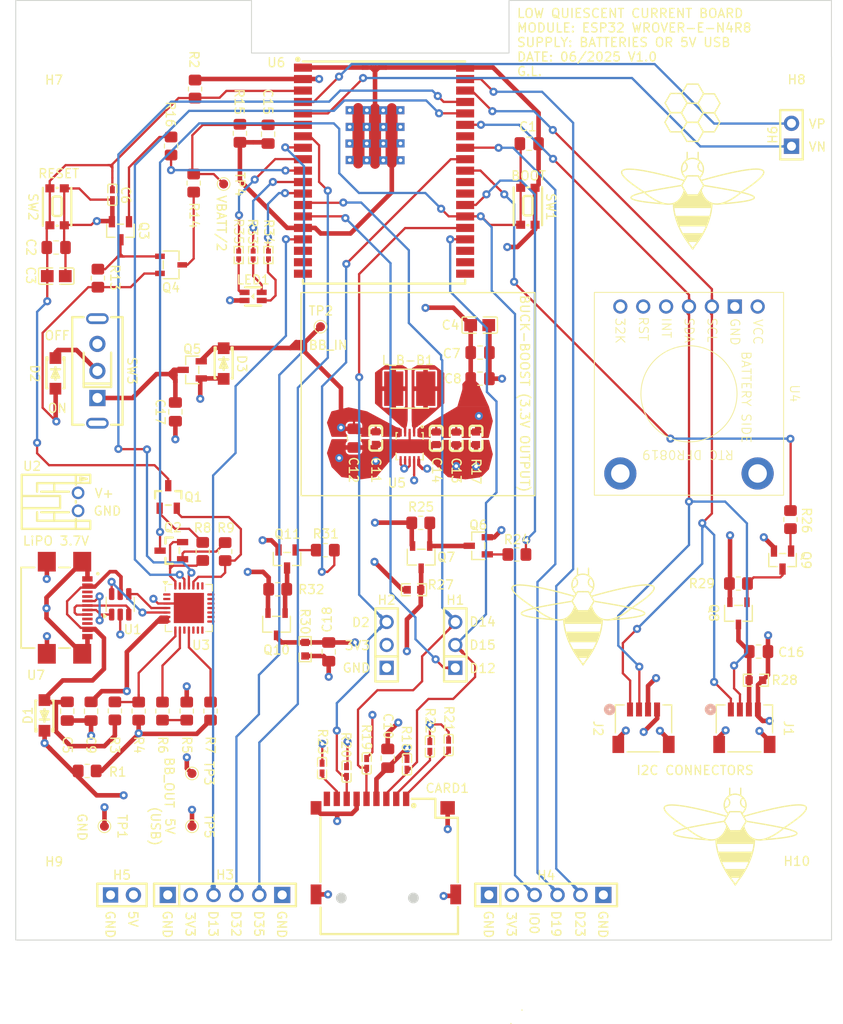
<source format=kicad_pcb>
(kicad_pcb (version 20241229) (generator "pcbnew") (generator_version "9.0")
  (title_block (title "Low quiescent current board") (date "13/06/2025") (rev "1"))
  (layers (0 "F.Cu" signal) (4 "In1.Cu" signal) (6 "In2.Cu" signal) (2 "B.Cu" signal) (13 "F.Paste" user) (15 "B.Paste" user) (5 "F.SilkS" user "F.Silkscreen") (7 "B.SilkS" user "B.Silkscreen") (1 "F.Mask" user) (3 "B.Mask" user) (25 "Edge.Cuts" user))
  (net 0 "")
  (net 1 "GND")
  (net 2 "IO0")
  (net 3 "ENA")
  (net 4 "+3V3")
  (net 5 "VBUS")
  (net 6 "D15")
  (net 7 "Net-(CARD1-DAT2)")
  (net 8 "D2")
  (net 9 "D14")
  (net 10 "Net-(CARD1-DAT1)")
  (net 11 "Net-(CARD1-CD{slash}DAT3)")
  (net 13 "VBAT")
  (net 14 "/Battery_Voltage_Monitor_with_MOSFETS/V_Batt_Monitor_INPUT")
  (net 15 "D34")
  (net 16 "EXT_5V")
  (net 17 "Net-(U5-L2)")
  (net 18 "Net-(U5-L1)")
  (net 19 "D12")
  (net 20 "D13")
  (net 21 "D4")
  (net 22 "D26")
  (net 23 "D27")
  (net 24 "D22")
  (net 25 "D23")
  (net 26 "D21")
  (net 27 "D5")
  (net 28 "D19")
  (net 29 "D18")
  (net 30 "D33")
  (net 31 "D35")
  (net 32 "D32")
  (net 33 "DP")
  (net 34 "DN")
  (net 35 "/micro_SD-CARD_enable/3V3_Input_to_micro_SD-CARD")
  (net 36 "Net-(D2-C)")
  (net 37 "Net-(LED1-B)")
  (net 38 "Net-(LED1-G)")
  (net 39 "RTS")
  (net 40 "Net-(Q1-B)")
  (net 41 "Net-(Q2-B)")
  (net 42 "DTR")
  (net 43 "Net-(Q3-G)")
  (net 44 "Net-(Q3-D)")
  (net 45 "Net-(Q4-D)")
  (net 46 "Net-(U3-VBUS)")
  (net 47 "Net-(R5-Pad1)")
  (net 48 "Net-(U3-~{RST})")
  (net 49 "Net-(U3-~{SUSPEND})")
  (net 50 "D25")
  (net 51 "D+")
  (net 52 "D-")
  (net 62 "TXD0")
  (net 65 "RXD0")
  (net 71 "Net-(LED1-R)")
  (net 72 "/I2C_Connector_Enable/3V3_Input_to_I2C_Connector")
  (net 73 "Net-(Q6-G)")
  (net 82 "/Buck-Boost3.3V/Buck-Boost_INPUT")
  (net 83 "3V3_ON_OFF")
  (net 86 "SENSOR_VN")
  (net 94 "Net-(Q6-D)")
  (net 95 "Net-(Q8-G)")
  (net 96 "Net-(Q10-G)")
  (net 97 "SENSOR_VP")
  (net 98 "Net-(Q11-G)")
  (net 99 "Net-(Q9-G)")
  (footprint "TestPoint:TestPoint_Pad_D1.0mm" (layer "F.Cu") (at 104.6546 126.2158)
    (property "Reference" "TP1")
    (property "Value" "TestPoint")
  )
  (footprint "Resistor_SMD:R_0805_2012Metric_Pad1.20x1.40mm_HandSolder" (layer "F.Cu") (at 139.7617 92.5608 180)
    (property "Reference" "R25")
    (property "Value" "10K")
  )
  (footprint "My_Personal_Footprints_Library:2n3904S-RTKPS" (layer "F.Cu") (at 111.7358 89.68335 -90)
    (property "Reference" "Q1")
    (property "Value" "2N3904S-RTK/PS")
  )
  (footprint "Capacitor_SMD:C_0805_2012Metric_Pad1.18x1.45mm_HandSolder" (layer "F.Cu") (at 136.0968 118.6759 -90)
    (property "Reference" "C10")
    (property "Value" "104")
  )
  (footprint "My_Personal_Footprints_Library:0603WAF7501T5E" (layer "F.Cu") (at 131.5248 120.1452 90)
    (property "Reference" "R20")
    (property "Value" "7.5kΩ")
  )
  (footprint "My_Personal_Footprints_Library:TPS63001DRCR" (layer "F.Cu") (at 138.5246 84.0558 -90)
    (property "Reference" "U5")
    (property "Value" "TPS63001DRCR")
  )
  (footprint "My_Personal_Footprints_Library:0603WAF7501T5E" (layer "F.Cu") (at 133.76 119.2424 90)
    (property "Reference" "R19")
    (property "Value" "7.5kΩ")
  )
  (footprint "Capacitor_SMD:C_0805_2012Metric_Pad1.18x1.45mm_HandSolder" (layer "F.Cu") (at 103.173 113.4539 -90)
    (property "Reference" "C9")
    (property "Value" "104")
  )
  (footprint "Resistor_SMD:R_0805_2012Metric_Pad1.20x1.40mm_HandSolder" (layer "F.Cu") (at 123.8824 99.9268 180)
    (property "Reference" "R32")
    (property "Value" "10K")
  )
  (footprint "Resistor_SMD:R_0805_2012Metric_Pad1.20x1.40mm_HandSolder" (layer "F.Cu") (at 114.5606 54.8598 -90)
    (property "Reference" "R14")
    (property "Value" "10K")
  )
  (footprint "My_Personal_Footprints_Library:RES_10K_0402WGF1002TCE" (layer "F.Cu") (at 122.8598 62.8396 90)
    (property "Reference" "R34")
    (property "Value" "36Ω ±1% 62.5mW")
  )
  (footprint "My_Personal_Footprints_Library:2N7002" (layer "F.Cu") (at 124.9238 96.5646 90)
    (property "Reference" "Q11")
    (property "Value" "N-MOSFET-ENH-2N7002")
  )
  (footprint "My_Personal_Footprints_Library:0603WAF7501T5E" (layer "F.Cu") (at 140.7704 117.3628 90)
    (property "Reference" "R22")
    (property "Value" "7.5kΩ")
  )
  (footprint "My_Personal_Footprints_Library:CL10A106KP8NNNC" (layer "F.Cu") (at 134.7646 83.1558 90)
    (property "Reference" "C11")
    (property "Value" "10uF ±10% 10V")
  )
  (footprint "MountingHole:MountingHole_3.2mm_M3" (layer "F.Cu") (at 181.46 38.6618)
    (property "Reference" "H8")
    (property "Value" "MountingHole")
  )
  (footprint "My_Personal_Footprints_Library:2N7002" (layer "F.Cu") (at 106.4326 60.1504 90)
    (property "Reference" "Q3")
    (property "Value" "N-MOSFET-ENH-2N7002")
  )
  (footprint "My_Personal_Footprints_Library:CL10A106KP8NNNC" (layer "F.Cu") (at 143.6946 83.1858 90)
    (property "Reference" "C13")
    (property "Value" "10uF ±10% 10V")
  )
  (footprint "My_Personal_Footprints_Library:GCT_USB4110GFA" (layer "F.Cu") (at 101.6896 101.9758 -90)
    (property "Reference" "U7")
    (property "Value" "USB4110GFA")
  )
  (footprint "My_Personal_Footprints_Library:TF-SMD_TF-PUSH-micro_SD_card_slot" (layer "F.Cu") (at 135.89 128.4758)
    (property "Reference" "CARD1")
    (property "Value" "micro SD-CARD TF PUSH")
    (fp_poly (pts (xy -4.355133 5.621684) (xy -4.395672 5.47039) (xy -4.473988 5.334743) (xy -4.584743 5.223988) (xy -4.72039 5.145672) (xy -4.871684 5.105133) (xy -5.028316 5.105133) (xy -5.17961 5.145672) (xy -5.315257 5.223988) (xy -5.426012 5.334743) (xy -5.504328 5.47039) (xy -5.544867 5.621684) (xy -5.544867 5.778316) (xy -5.504328 5.92961) (xy -5.426012 6.065257) (xy -5.315257 6.176012) (xy -5.17961 6.254328) (xy -5.028316 6.294867) (xy -4.871684 6.294867) (xy -4.72039 6.254328) (xy -4.584743 6.176012) (xy -4.473988 6.065257) (xy -4.395672 5.92961) (xy -4.355133 5.778316)) (fill yes) (layer "Edge.Cuts"))
    (fp_poly (pts (xy 3.644867 5.621684) (xy 3.604328 5.47039) (xy 3.526012 5.334743) (xy 3.415257 5.223988) (xy 3.27961 5.145672) (xy 3.128316 5.105133) (xy 2.971684 5.105133) (xy 2.82039 5.145672) (xy 2.684743 5.223988) (xy 2.573988 5.334743) (xy 2.495672 5.47039) (xy 2.455133 5.621684) (xy 2.455133 5.778316) (xy 2.495672 5.92961) (xy 2.573988 6.065257) (xy 2.684743 6.176012) (xy 2.82039 6.254328) (xy 2.971684 6.294867) (xy 3.128316 6.294867) (xy 3.27961 6.254328) (xy 3.415257 6.176012) (xy 3.526012 6.065257) (xy 3.604328 5.92961) (xy 3.644867 5.778316)) (fill yes) (layer "Edge.Cuts"))
  )
  (footprint "My_Personal_Footprints_Library:BSS84LT1G" (layer "F.Cu") (at 139.8023 96.3612 90)
    (property "Reference" "Q7")
    (property "Value" "P-MOSFET-ENH-BSS84LT1G")
  )
  (footprint "Resistor_SMD:R_0805_2012Metric_Pad1.20x1.40mm_HandSolder" (layer "F.Cu") (at 108.4562 113.4379 -90)
    (property "Reference" "R4")
    (property "Value" "47K5")
  )
  (footprint "My_Personal_Footprints_Library:RB168MM-40TR" (layer "F.Cu") (at 97.9998 113.9204 90)
    (property "Reference" "D1")
    (property "Value" "RB168MM-40TR")
  )
  (footprint "Resistor_SMD:R_0805_2012Metric_Pad1.20x1.40mm_HandSolder" (layer "F.Cu") (at 113.7902 113.4379 90)
    (property "Reference" "R5")
    (property "Value" "1K")
  )
  (footprint "My_Personal_Footprints_Library:0603WAF7501T5E" (layer "F.Cu") (at 128.807 119.7642 90)
    (property "Reference" "R23")
    (property "Value" "7.5kΩ")
  )
  (footprint "Capacitor_SMD:C_0805_2012Metric_Pad1.18x1.45mm_HandSolder" (layer "F.Cu") (at 151.7946 50.4956)
    (property "Reference" "C1")
    (property "Value" "104")
  )
  (footprint "My_Personal_Footprints_Library:0603WAJ0221T5E" (layer "F.Cu") (at 145.8946 83.1758 90)
    (property "Reference" "R17")
    (property "Value" "220Ω")
  )
  (footprint "Resistor_SMD:R_0805_2012Metric_Pad1.20x1.40mm_HandSolder" (layer "F.Cu") (at 118.0531 95.74515 90)
    (property "Reference" "R9")
    (property "Value" "10K")
  )
  (footprint "Capacitor_SMD:C_0805_2012Metric_Pad1.18x1.45mm_HandSolder" (layer "F.Cu") (at 129.5466 106.8649 90)
    (property "Reference" "C18")
    (property "Value" "104")
  )
  (footprint "My_Personal_Footprints_Library:Header-Female-2.54_1x2" (layer "F.Cu") (at 106.6038 133.8358)
    (property "Reference" "H5")
    (property "Value" "Header-Female-2.54_1x2")
  )
  (footprint "Capacitor_SMD:C_0805_2012Metric_Pad1.18x1.45mm_HandSolder" (layer "F.Cu") (at 122.8158 49.4395 -90)
    (property "Reference" "C15")
    (property "Value" "104")
  )
  (footprint "Package_DFN_QFN:QFN-28-1EP_5x5mm_P0.5mm_EP3.35x3.35mm" (layer "F.Cu") (at 114.0272 102.00385)
    (property "Reference" "U3")
    (property "Value" "CP2102N-Axx-xQFN28")
  )
  (footprint "My_Personal_Footprints_Library:CAP_10uF_CL21A106KOQNNNE" (layer "F.Cu") (at 99.3112 65.1846 180)
    (property "Reference" "C3")
    (property "Value" "10uF ±10% 16V")
  )
  (footprint "My_Personal_Footprints_Library:BSS84LT1G" (layer "F.Cu") (at 112.0556 63.935 180)
    (property "Reference" "Q4")
    (property "Value" "P-MOSFET-ENH-BSS84LT1G")
  )
  (footprint "My_Personal_Footprints_Library:2n3904S-RTKPS" (layer "F.Cu") (at 112.0792 95.64355)
    (property "Reference" "Q2")
    (property "Value" "2N3904S-RTK/PS")
  )
  (footprint "My_Personal_Footprints_Library:Header-Female-2.54_1x6" (layer "F.Cu") (at 153.67 133.8358)
    (property "Reference" "H4")
    (property "Value" "Header-Female-2.54_1x6")
  )
  (footprint "Resistor_SMD:R_0805_2012Metric_Pad1.20x1.40mm_HandSolder" (layer "F.Cu") (at 150.4297 96.066)
    (property "Reference" "R24")
    (property "Value" "100")
  )
  (footprint "Capacitor_SMD:C_0805_2012Metric_Pad1.18x1.45mm_HandSolder" (layer "F.Cu") (at 100.5314 113.45 -90)
    (property "Reference" "C5")
    (property "Value" "104")
  )
  (footprint "MountingHole:MountingHole_3.2mm_M3" (layer "F.Cu") (at 181.49 134.79)
    (property "Reference" "H10")
    (property "Value" "MountingHole")
  )
  (footprint "Package_TO_SOT_SMD:SOT-23-6" (layer "F.Cu") (at 106.4072 101.59435 90)
    (property "Reference" "U1")
    (property "Value" "USBLC6-2SC6")
  )
  (footprint "TestPoint:TestPoint_Pad_D1.0mm" (layer "F.Cu") (at 128.6322 70.793 180)
    (property "Reference" "TP2")
    (property "Value" "TestPoint")
  )
  (footprint "My_Personal_Footprints_Library:0603WAF4701T5E" (layer "F.Cu") (at 126.9304 106.5731 90)
    (property "Reference" "R30")
    (property "Value" "4.7kΩ ±1% 100mW")
  )
  (footprint "My_Personal_Footprints_Library:RB168MM-40TR" (layer "F.Cu") (at 117.888 74.8842 -90)
    (property "Reference" "D3")
    (property "Value" "RB168MM-40TR")
  )
  (footprint "My_Personal_Footprints_Library:WIFI-SMD_ESP32-WROVER-E-N4R8" (layer "F.Cu") (at 135.6846 53.4858)
    (property "Reference" "U6")
    (property "Value" "~")
  )
  (footprint "My_Personal_Footprints_Library:2N7002" (layer "F.Cu") (at 146.1422 95.1008)
    (property "Reference" "Q6")
    (property "Value" "N-MOSFET-ENH-2N7002")
  )
  (footprint "My_Personal_Footprints_Library:RES_10K_0402WGF1002TCE" (layer "F.Cu") (at 119.5578 62.8384 90)
    (property "Reference" "R35")
    (property "Value" "150Ω ±1% 62.5mW")
  )
  (footprint "Capacitor_SMD:C_0805_2012Metric_Pad1.18x1.45mm_HandSolder" (layer "F.Cu") (at 99.2952 62.0096)
    (property "Reference" "C2")
    (property "Value" "104")
  )
  (footprint "Capacitor_SMD:C_0805_2012Metric_Pad1.18x1.45mm_HandSolder" (layer "F.Cu") (at 112.5286 80.2418 90)
    (property "Reference" "C17")
    (property "Value" "104")
  )
  (footprint "My_Personal_Footprints_Library:CONN-TH_S2B-PH-K-S-GW" (layer "F.Cu") (at 101.7346 90.2258 90)
    (property "Reference" "U2")
    (property "Value" "~")
  )
  (footprint "Resistor_SMD:R_0805_2012Metric_Pad1.20x1.40mm_HandSolder" (layer "F.Cu") (at 103.9302 65.4106 -90)
    (property "Reference" "R13")
    (property "Value" "10K")
  )
  (footprint "My_Personal_Footprints_Library:CL10A475KP8NNNC" (layer "F.Cu") (at 141.4746 83.1758 90)
    (property "Reference" "C14")
    (property "Value" "4.7uF")
  )
  (footprint "My_Personal_Footprints_Library:BSS84LT1G" (layer "F.Cu") (at 175.0126 102.5938 90)
    (property "Reference" "Q8")
    (property "Value" "P-MOSFET-ENH-BSS84LT1G")
  )
  (footprint "My_Personal_Footprints_Library:IND_2.2uH_SWPA4018S2R2MT" (layer "F.Cu") (at 138.5382 77.672285 180)
    (property "Reference" "L_B-B1")
    (property "Value" "2.2uH ±20% 3.2A")
  )
  (footprint "My_Personal_Footprints_Library:0603WAF4701T5E" (layer "F.Cu") (at 176.9515 110.0106 180)
    (property "Reference" "R28")
    (property "Value" "4.7kΩ ±1% 100mW")
  )
  (footprint "My_Personal_Footprints_Library:Header-Female-2.54mm_1x3" (layer "F.Cu") (at 143.5928 106.099 90)
    (property "Reference" "H1")
    (property "Value" "Header-Female-2.54_1x3")
  )
  (footprint "My_Personal_Footprints_Library:SS-12F49-G050" (layer "F.Cu") (at 103.8746 75.7058 90)
    (property "Reference" "SW3")
    (property "Value" "SPDT")
  )
  (footprint "My_Personal_Footprints_Library:Header-Female-2.54_1x2" (layer "F.Cu") (at 180.8988 49.5046 90)
    (property "Reference" "H6")
    (property "Value" "Header-Female-2.54_1x2")
  )
  (footprint "Resistor_SMD:R_0805_2012Metric_Pad1.20x1.40mm_HandSolder" (layer "F.Cu") (at 115.5639 95.72915 90)
    (property "Reference" "R8")
    (property "Value" "10K")
  )
  (footprint "Capacitor_SMD:C_0805_2012Metric_Pad1.18x1.45mm_HandSolder" (layer "F.Cu") (at 146.3401 73.6672)
    (property "Reference" "C7")
    (property "Value" "104")
  )
  (footprint "Capacitor_SMD:C_0805_2012Metric_Pad1.18x1.45mm_HandSolder" (layer "F.Cu") (at 146.3401 76.5628)
    (property "Reference" "C8")
    (property "Value" "104")
  )
  (footprint "Resistor_SMD:R_0805_2012Metric_Pad1.20x1.40mm_HandSolder" (layer "F.Cu") (at 180.7886 92.1958 90)
    (property "Reference" "R26")
    (property "Value" "100")
  )
  (footprint "Resistor_SMD:R_0805_2012Metric_Pad1.20x1.40mm_HandSolder" (layer "F.Cu") (at 105.8146 113.4191 90)
    (property "Reference" "R3")
    (property "Value" "22K1")
  )
  (footprint "MountingHole:MountingHole_3.2mm_M3" (layer "F.Cu") (at 99.06 38.66)
    (property "Reference" "H7")
    (property "Value" "MountingHole")
  )
  (footprint "My_Personal_Footprints_Library:CONN_SM04B-SRSS-TB_JST" (layer "F.Cu") (at 164.479601 115.3603 180)
    (property "Reference" "J2")
    (property "Value" "SM04B-SRSS-TB")
  )
  (footprint "Resistor_SMD:R_0805_2012Metric_Pad1.20x1.40mm_HandSolder" (layer "F.Cu") (at 112.0506 50.7498 -90)
    (property "Reference" "R16")
    (property "Value" "100")
  )
  (footprint "My_Personal_Footprints_Library:2N7002" (layer "F.Cu") (at 179.9046 96.685 90)
    (property "Reference" "Q9")
    (property "Value" "N-MOSFET-ENH-2N7002")
  )
  (footprint "Resistor_SMD:R_0805_2012Metric_Pad1.20x1.40mm_HandSolder" (layer "F.Cu") (at 114.7132 44.4318 90)
    (property "Reference" "R2")
    (property "Value" "10K")
  )
  (footprint "TestPoint:TestPoint_Pad_D1.0mm" (layer "F.Cu") (at 114.375 120.362 -90)
    (property "Reference" "TP3")
    (property "Value" "TestPoint")
  )
  (footprint "TestPoint:TestPoint_Pad_D1.0mm" (layer "F.Cu") (at 114.375 126.2158)
    (property "Reference" "TP5")
    (property "Value" "TestPoint")
  )
  (footprint "My_Personal_Footprints_Library:CONN_SM04B-SRSS-TB_JST" (layer "F.Cu") (at 175.6716 115.3603 180)
    (property "Reference" "J1")
    (property "Value" "SM04B-SRSS-TB")
  )
  (footprint "My_Personal_Footprints_Library:BSS84LT1G" (layer "F.Cu") (at 123.7562 103.8034 90)
    (property "Reference" "Q10")
    (property "Value" "P-MOSFET-ENH-BSS84LT1G")
  )
  (footprint "My_Personal_Footprints_Library:DFR0819" (layer "F.Cu") (at 170.0282 78.1893 -90)
    (property "Reference" "U4")
    (property "Value" "DFR0819")
  )
  (footprint "My_Personal_Footprints_Library:TJ-S1615CY6TGLCCSRGB-A5" (layer "F.Cu") (at 121.158 67.437)
    (property "Reference" "LED1")
    (property "Value" "TJ-S1615CY6TGLCCSRGB-A5")
  )
  (footprint "My_Personal_Footprints_Library:CL10A105KB8NNNC" (layer "F.Cu") (at 105.5352 56.1556 90)
    (property "Reference" "C6")
    (property "Value" "1uF ±10% 50V")
  )
  (footprint "TestPoint:TestPoint_Pad_D1.0mm" (layer "F.Cu") (at 117.8846 54.9658)
    (property "Reference" "TP4")
    (property "Value" "TestPoint")
  )
  (footprint "My_Personal_Footprints_Library:0603WAF4701T5E" (layer "F.Cu") (at 139.0039 99.9776)
    (property "Reference" "R27")
    (property "Value" "4.7kΩ ±1% 100mW")
  )
  (footprint "Resistor_SMD:R_0805_2012Metric_Pad1.20x1.40mm_HandSolder" (layer "F.Cu") (at 111.0978 113.4379 -90)
    (property "Reference" "R6")
    (property "Value" "1K")
  )
  (footprint "Resistor_SMD:R_0805_2012Metric_Pad1.20x1.40mm_HandSolder" (layer "F.Cu") (at 116.4318 113.4379 90)
    (property "Reference" "R7")
    (property "Value" "10K")
  )
  (footprint "My_Personal_Footprints_Library:KMR211NGLFS" (layer "F.Cu") (at 151.6446 57.4358 90)
    (property "Reference" "SW1")
    (property "Value" "~")
  )
  (footprint "My_Personal_Footprints_Library:CAP_22uF_CL21A226MAQNNNE" (layer "F.Cu") (at 146.3026 70.6192 180)
    (property "Reference" "C4")
    (property "Value" "22uF ±20% 25V")
  )
  (footprint "My_Personal_Footprints_Library:RES_10K_0402WGF1002TCE" (layer "F.Cu") (at 121.158 62.8408 90)
    (property "Reference" "R33")
    (property "Value" "36Ω ±1% 62.5mW")
  )
  (footprint "Resistor_SMD:R_0805_2012Metric_Pad1.20x1.40mm_HandSolder" (layer "F.Cu") (at 119.6906 49.3398 90)
    (property "Reference" "R15")
    (property "Value" "10K")
  )
  (footprint "MountingHole:MountingHole_3.2mm_M3" (layer "F.Cu") (at 99.06 134.78)
    (property "Reference" "H9")
    (property "Value" "MountingHole")
  )
  (footprint "My_Personal_Footprints_Library:0603WAF7501T5E" (layer "F.Cu") (at 142.8532 117.2104 90)
    (property "Reference" "R21")
    (property "Value" "7.5kΩ")
  )
  (footprint "My_Personal_Footprints_Library:Header-Female-2.54mm_1x3" (layer "F.Cu") (at 135.9728 106.099 90)
    (property "Reference" "H2")
    (property "Value" "Header-Female-2.54_1x3")
  )
  (footprint "Resistor_SMD:R_0805_2012Metric_Pad1.20x1.40mm_HandSolder" (layer "F.Cu") (at 129.1656 95.5834)
    (property "Reference" "R31")
    (property "Value" "100")
  )
  (footprint "My_Personal_Footprints_Library:Header-Female-2.54_1x6" (layer "F.Cu") (at 118.0338 133.8358)
    (property "Reference" "H3")
    (property "Value" "Header-Female-2.54_1x6")
  )
  (footprint "My_Personal_Footprints_Library:0603WAF7501T5E" (layer "F.Cu") (at 138.2304 119.344 90)
    (property "Reference" "R18")
    (property "Value" "7.5kΩ")
  )
  (footprint "My_Personal_Footprints_Library:PMOSFET-DMP1045U-7" (layer "F.Cu") (at 114.3988 75.5834)
    (property "Reference" "Q5")
    (property "Value" "PMOSFET-DMP1045U-7")
  )
  (footprint "Capacitor_SMD:C_0805_2012Metric_Pad1.18x1.45mm_HandSolder" (layer "F.Cu") (at 177.2517 106.8356 180)
    (property "Reference" "C16")
    (property "Value" "104")
  )
  (footprint "Resistor_SMD:R_0805_2012Metric_Pad1.20x1.40mm_HandSolder" (layer "F.Cu") (at 102.7404 120.0805 180)
    (property "Reference" "R1")
    (property "Value" "10K")
  )
  (footprint "My_Personal_Footprints_Library:RB168MM-40TR" (layer "F.Cu") (at 99.219 75.9746 -90)
    (property "Reference" "D2")
    (property "Value" "RB168MM-40TR")
  )
  (footprint "Resistor_SMD:R_0805_2012Metric_Pad1.20x1.40mm_HandSolder" (layer "F.Cu") (at 175.0126 99.2918 180)
    (property "Reference" "R29")
    (property "Value" "10K")
  )
  (footprint "Capacitor_SMD:C_0805_2012Metric_Pad1.18x1.45mm_HandSolder" (layer "F.Cu") (at 132.3506 83.1598 -90)
    (property "Reference" "C12")
    (property "Value" "104")
  )
  (footprint "My_Personal_Footprints_Library:KMR211NGLFS" (layer "F.Cu") (at 99.4046 57.4958 90)
    (property "Reference" "SW2")
    (property "Value" "~")
  )
  (gr_line (start 171.73 47.06) (end 172.34 47.06) (stroke (width 0.15)) (layer "F.SilkS"))
  (gr_line (start 170.515 48.1244) (end 171.125 47.0644) (stroke (width 0.15)) (layer "F.SilkS"))
  (gr_line (start 168.7 47.04) (end 169.31 45.98) (stroke (width 0.15)) (layer "F.SilkS"))
  (gr_line (start 167.48 47.04) (end 166.87 45.98) (stroke (width 0.15)) (layer "F.SilkS"))
  (gr_curve (pts (xy 173.4372 125.6614) (xy 169.1972 126.3714) (xy 164.0368 127.1778) (xy 171.9108 127.7366)) (stroke (width 0.15)) (layer "F.SilkS"))
  (gr_poly (pts (xy 168.0504 58.6208) (xy 171.8096 58.57) (xy 171.454 59.586) (xy 168.3552 59.586)) (stroke (width 0.15)) (fill yes) (layer "F.SilkS"))
  (gr_line (start 169.9382 62.1732) (end 170.1282 61.8832) (stroke (width 0.15)) (layer "F.SilkS"))
  (gr_line (start 156.1882 105.7172) (end 159.287 105.7172) (stroke (width 0.15)) (layer "F.SilkS"))
  (gr_line (start 169.3198 43.881) (end 168.7098 44.941) (stroke (width 0.15)) (layer "F.SilkS"))
  (gr_arc (start 169.029182 52.542232) (mid 169.303104 53.17089) (end 168.7616 53.5916) (stroke (width 0.15)) (layer "F.SilkS"))
  (gr_line (start 168.09 44.92) (end 167.48 44.92) (stroke (width 0.15)) (layer "F.SilkS"))
  (gr_line (start 171.73 47.06) (end 171.12 47.06) (stroke (width 0.15)) (layer "F.SilkS"))
  (gr_line (start 172.354106 44.963739) (end 172.964106 46.023739) (stroke (width 0.15)) (layer "F.SilkS"))
  (gr_curve (pts (xy 156.8512 100.7244) (xy 156.8512 100.7244) (xy 144.8962 97.1544) (xy 152.3062 101.9644)) (stroke (width 0.15)) (layer "F.SilkS"))
  (gr_curve (pts (xy 175.5822 125.1214) (xy 175.5822 125.1214) (xy 187.5372 121.5514) (xy 180.1272 126.3614)) (stroke (width 0.15)) (layer "F.SilkS"))
  (gr_line (start 168.09 44.92) (end 168.7 44.92) (stroke (width 0.15)) (layer "F.SilkS"))
  (gr_poly (pts (xy 168.8632 60.5004) (xy 171.0476 60.5004) (xy 170.5396 61.3132) (xy 169.3712 61.3132)) (stroke (width 0.15)) (fill yes) (layer "F.SilkS"))
  (gr_line (start 175.2672 126.7214) (end 175.8772 125.6614) (stroke (width 0.15)) (layer "F.SilkS"))
  (gr_poly (pts (xy 155.8834 104.752) (xy 159.6426 104.7012) (xy 159.287 105.7172) (xy 156.1882 105.7172)) (stroke (width 0.15)) (fill yes) (layer "F.SilkS"))
  (gr_curve (pts (xy 150.991975 146.60878) (xy 150.991975 146.60878) (xy 150.991975 146.60878) (xy 150.991975 146.60878)) (stroke (width 0.15)) (layer "F.SilkS"))
  (gr_curve (pts (xy 156.5462 101.2544) (xy 152.3062 101.9644) (xy 147.1458 102.7708) (xy 155.0198 103.3296)) (stroke (width 0.15)) (layer "F.SilkS"))
  (gr_line (start 169.3232 56.1832) (end 168.7132 55.1232) (stroke (width 0.15)) (layer "F.SilkS"))
  (gr_line (start 157.7662 100.1944) (end 158.3762 100.1944) (stroke (width 0.15)) (layer "F.SilkS"))
  (gr_line (start 174.0444 122.809) (end 174.0472 121.9962) (stroke (width 0.15)) (layer "F.SilkS"))
  (gr_line (start 169.3232 54.0632) (end 168.7132 55.1232) (stroke (width 0.15)) (layer "F.SilkS"))
  (gr_line (start 175.2636 122.809) (end 175.2672 121.9962) (stroke (width 0.15)) (layer "F.SilkS"))
  (gr_line (start 168.68 49.18) (end 169.29 48.12) (stroke (width 0.15)) (layer "F.SilkS"))
  (gr_line (start 172.7744 129.1082) (end 176.5336 129.1082) (stroke (width 0.15)) (layer "F.SilkS"))
  (gr_curve (pts (xy 180.1272 126.3614) (xy 176.2872 129.5414) (xy 175.5822 126.1814) (xy 175.5822 126.1814)) (stroke (width 0.15)) (layer "F.SilkS"))
  (gr_curve (pts (xy 158.6912 100.7144) (xy 158.6912 100.7144) (xy 170.6462 97.1444) (xy 163.2362 101.9544)) (stroke (width 0.15)) (layer "F.SilkS"))
  (gr_arc (start 173.753182 123.080432) (mid 174.027104 123.70909) (end 173.4856 124.1298) (stroke (width 0.15)) (layer "F.SilkS"))
  (gr_line (start 169.9298 43.881) (end 170.5398 43.881) (stroke (width 0.15)) (layer "F.SilkS"))
  (gr_line (start 173.5872 131.0386) (end 175.7716 131.0386) (stroke (width 0.15)) (layer "F.SilkS"))
  (gr_line (start 157.1562 100.1944) (end 156.5462 101.2544) (stroke (width 0.15)) (layer "F.SilkS"))
  (gr_line (start 170.51 48.12) (end 171.12 49.18) (stroke (width 0.15)) (layer "F.SilkS"))
  (gr_line (start 169.9298 46.001) (end 170.5398 46.001) (stroke (width 0.15)) (layer "F.SilkS"))
  (gr_arc (start 158.919582 99.705368) (mid 158.378109 99.28464) (end 158.652 98.656) (stroke (width 0.15)) (layer "F.SilkS"))
  (gr_arc (start 169.1632 54.2732) (mid 169.912109 52.115589) (end 170.676529 54.267753) (stroke (width 0.15)) (layer "F.SilkS"))
  (gr_curve (pts (xy 174.2772 132.1714) (xy 174.266738 132.115432) (xy 172.6172 130.2114) (xy 172.5172 127.6914)) (stroke (width 0.15)) (layer "F.SilkS"))
  (gr_line (start 169.905 48.1244) (end 170.515 48.1244) (stroke (width 0.15)) (layer "F.SilkS"))
  (gr_line (start 167.48 44.92) (end 166.87 45.98) (stroke (width 0.15)) (layer "F.SilkS"))
  (gr_line (start 175.2672 124.6014) (end 175.8772 125.6614) (stroke (width 0.15)) (layer "F.SilkS"))
  (gr_line (start 170.515 46.0044) (end 171.125 47.0644) (stroke (width 0.15)) (layer "F.SilkS"))
  (gr_line (start 169.29 48.12) (end 168.68 49.18) (stroke (width 0.15)) (layer "F.SilkS"))
  (gr_line (start 157.7662 102.3144) (end 158.3762 102.3144) (stroke (width 0.15)) (layer "F.SilkS"))
  (gr_line (start 174.8064 132.4864) (end 175.0372 132.1714) (stroke (width 0.15)) (layer "F.SilkS"))
  (gr_line (start 174.6522 132.7114) (end 174.4622 132.4214) (stroke (width 0.15)) (layer "F.SilkS"))
  (gr_line (start 157.7662 108.3044) (end 157.9562 108.0144) (stroke (width 0.15)) (layer "F.SilkS"))
  (gr_line (start 157.9154 108.0794) (end 158.1462 107.7644) (stroke (width 0.15)) (layer "F.SilkS"))
  (gr_line (start 155.731 103.6852) (end 159.795 103.6852) (stroke (width 0.15)) (layer "F.SilkS"))
  (gr_line (start 174.6572 132.7114) (end 174.8472 132.4214) (stroke (width 0.15)) (layer "F.SilkS"))
  (gr_curve (pts (xy 168.7132 55.1232) (xy 164.4732 55.8332) (xy 159.3128 56.6396) (xy 167.1868 57.1984)) (stroke (width 0.15)) (layer "F.SilkS"))
  (gr_line (start 170.5432 54.0632) (end 171.1532 55.1232) (stroke (width 0.15)) (layer "F.SilkS"))
  (gr_line (start 168.07 47.06) (end 167.46 47.06) (stroke (width 0.15)) (layer "F.SilkS"))
  (gr_line (start 169.905 48.1244) (end 169.295 48.1244) (stroke (width 0.15)) (layer "F.SilkS"))
  (gr_line (start 171.744106 44.963739) (end 172.354106 44.963739) (stroke (width 0.15)) (layer "F.SilkS"))
  (gr_line (start 172.622 128.0922) (end 176.686 128.0922) (stroke (width 0.15)) (layer "F.SilkS"))
  (gr_line (start 155.8834 104.7012) (end 159.6426 104.7012) (stroke (width 0.15)) (layer "F.SilkS"))
  (gr_arc (start 173.8872 124.8114) (mid 174.636109 122.653789) (end 175.400529 124.805953) (stroke (width 0.15)) (layer "F.SilkS"))
  (gr_curve (pts (xy 175.4032 55.8232) (xy 171.5632 59.0032) (xy 170.8582 55.6432) (xy 170.8582 55.6432)) (stroke (width 0.15)) (layer "F.SilkS"))
  (gr_line (start 174.6572 126.7214) (end 174.0472 126.7214) (stroke (width 0.15)) (layer "F.SilkS"))
  (gr_line (start 169.3198 46.001) (end 168.7098 44.941) (stroke (width 0.15)) (layer "F.SilkS"))
  (gr_line (start 174.6572 124.6014) (end 174.0472 124.6014) (stroke (width 0.15)) (layer "F.SilkS"))
  (gr_line (start 168.0504 58.57) (end 171.8096 58.57) (stroke (width 0.15)) (layer "F.SilkS"))
  (gr_line (start 170.0824 61.9482) (end 170.3132 61.6332) (stroke (width 0.15)) (layer "F.SilkS"))
  (gr_line (start 171.744106 47.083739) (end 171.134106 47.083739) (stroke (width 0.15)) (layer "F.SilkS"))
  (gr_curve (pts (xy 175.0372 132.1714) (xy 175.047662 132.115432) (xy 176.6972 130.2114) (xy 176.7972 127.6914)) (stroke (width 0.15)) (layer "F.SilkS"))
  (gr_line (start 171.744106 44.963739) (end 171.134106 44.963739) (stroke (width 0.15)) (layer "F.SilkS"))
  (gr_line (start 169.295 48.1244) (end 168.685 47.0644) (stroke (width 0.15)) (layer "F.SilkS"))
  (gr_curve (pts (xy 149.766975 148.10878) (xy 149.766975 148.10878) (xy 149.766975 148.10878) (xy 149.766975 148.10878)) (stroke (width 0.15)) (layer "F.SilkS"))
  (gr_poly (pts (xy 156.6962 106.6316) (xy 158.8806 106.6316) (xy 158.3726 107.4444) (xy 157.2042 107.4444)) (stroke (width 0.15)) (fill yes) (layer "F.SilkS"))
  (gr_arc (start 175.810582 124.112368) (mid 175.269107 123.691613) (end 175.543 123.063) (stroke (width 0.15)) (layer "F.SilkS"))
  (gr_line (start 169.9332 54.0632) (end 169.3232 54.0632) (stroke (width 0.15)) (layer "F.SilkS"))
  (gr_line (start 168.07 49.18) (end 168.68 49.18) (stroke (width 0.15)) (layer "F.SilkS"))
  (gr_line (start 158.3762 100.1944) (end 158.9862 101.2544) (stroke (width 0.15)) (layer "F.SilkS"))
  (gr_line (start 171.12 49.18) (end 170.51 48.12) (stroke (width 0.15)) (layer "F.SilkS"))
  (gr_poly (pts (xy 172.622 128.0922) (xy 176.686 128.0922) (xy 176.77306 127.778409) (xy 175.890982 127.083822) (xy 175.67 126.5682) (xy 175.5722 126.1914) (xy 175.2636 126.7206) (xy 173.9936 126.7714) (xy 173.791366 126.30483) (xy 173.397625 127.15662) (xy 172.545374 127.799151)) (stroke (width 0.15)) (fill yes) (layer "F.SilkS"))
  (gr_line (start 172.34 47.06) (end 172.95 48.12) (stroke (width 0.15)) (layer "F.SilkS"))
  (gr_line (start 171.744106 47.083739) (end 172.354106 47.083739) (stroke (width 0.15)) (layer "F.SilkS"))
  (gr_line (start 168.07 47.06) (end 168.68 47.06) (stroke (width 0.15)) (layer "F.SilkS"))
  (gr_line (start 171.12 47.06) (end 170.51 48.12) (stroke (width 0.15)) (layer "F.SilkS"))
  (gr_line (start 158.3726 98.402) (end 158.3762 97.5892) (stroke (width 0.15)) (layer "F.SilkS"))
  (gr_line (start 169.9282 62.1732) (end 169.7382 61.8832) (stroke (width 0.15)) (layer "F.SilkS"))
  (gr_line (start 174.6622 132.7114) (end 174.8522 132.4214) (stroke (width 0.15)) (layer "F.SilkS"))
  (gr_curve (pts (xy 169.5532 61.6332) (xy 169.542738 61.577232) (xy 167.8932 59.6732) (xy 167.7932 57.1532)) (stroke (width 0.15)) (layer "F.SilkS"))
  (gr_line (start 171.73 49.18) (end 172.34 49.18) (stroke (width 0.15)) (layer "F.SilkS"))
  (gr_line (start 169.9 48.12) (end 169.29 48.12) (stroke (width 0.15)) (layer "F.SilkS"))
  (gr_line (start 172.354106 47.083739) (end 172.964106 46.023739) (stroke (width 0.15)) (layer "F.SilkS"))
  (gr_poly (pts (xy 173.5872 131.0386) (xy 175.7716 131.0386) (xy 175.2636 131.8514) (xy 174.0952 131.8514)) (stroke (width 0.15)) (fill yes) (layer "F.SilkS"))
  (gr_line (start 170.51 50.24) (end 171.12 49.18) (stroke (width 0.15)) (layer "F.SilkS"))
  (gr_line (start 171.73 49.18) (end 171.12 49.18) (stroke (width 0.15)) (layer "F.SilkS"))
  (gr_line (start 170.5432 56.1832) (end 171.1532 55.1232) (stroke (width 0.15)) (layer "F.SilkS"))
  (gr_line (start 169.3204 52.2708) (end 169.3232 51.458) (stroke (width 0.15)) (layer "F.SilkS"))
  (gr_line (start 157.1562 102.3144) (end 156.5462 101.2544) (stroke (width 0.15)) (layer "F.SilkS"))
  (gr_line (start 157.2042 107.4444) (end 158.3218 107.4444) (stroke (width 0.15)) (layer "F.SilkS"))
  (gr_line (start 157.7662 108.3044) (end 157.5762 108.0144) (stroke (width 0.15)) (layer "F.SilkS"))
  (gr_curve (pts (xy 169.0182 54.5932) (xy 169.0182 54.5932) (xy 157.0632 51.0232) (xy 164.4732 55.8332)) (stroke (width 0.15)) (layer "F.SilkS"))
  (gr_line (start 168.07 49.18) (end 167.46 49.18) (stroke (width 0.15)) (layer "F.SilkS"))
  (gr_line (start 168.09 47.04) (end 167.48 47.04) (stroke (width 0.15)) (layer "F.SilkS"))
  (gr_line (start 169.9332 56.1832) (end 170.5432 56.1832) (stroke (width 0.15)) (layer "F.SilkS"))
  (gr_line (start 170.5398 43.881) (end 171.1498 44.941) (stroke (width 0.15)) (layer "F.SilkS"))
  (gr_line (start 169.905 46.0044) (end 169.295 46.0044) (stroke (width 0.15)) (layer "F.SilkS"))
  (gr_line (start 157.7612 108.3044) (end 157.5712 108.0144) (stroke (width 0.15)) (layer "F.SilkS"))
  (gr_line (start 174.6572 132.7114) (end 174.4672 132.4214) (stroke (width 0.15)) (layer "F.SilkS"))
  (gr_line (start 169.7382 61.8832) (end 169.5532 61.6332) (stroke (width 0.15)) (layer "F.SilkS"))
  (gr_line (start 169.9298 43.881) (end 169.3198 43.881) (stroke (width 0.15)) (layer "F.SilkS"))
  (gr_poly (pts (xy 172.7744 129.159) (xy 176.5336 129.1082) (xy 176.178 130.1242) (xy 173.0792 130.1242)) (stroke (width 0.15)) (fill yes) (layer "F.SilkS"))
  (gr_line (start 169.9 48.12) (end 170.51 48.12) (stroke (width 0.15)) (layer "F.SilkS"))
  (gr_line (start 173.0792 130.1242) (end 176.178 130.1242) (stroke (width 0.15)) (layer "F.SilkS"))
  (gr_line (start 171.134106 44.963739) (end 170.524106 46.023739) (stroke (width 0.15)) (layer "F.SilkS"))
  (gr_line (start 169.3712 61.3132) (end 170.4888 61.3132) (stroke (width 0.15)) (layer "F.SilkS"))
  (gr_curve (pts (xy 171.1532 55.1232) (xy 175.3932 55.8332) (xy 180.5536 56.6396) (xy 172.6796 57.1984)) (stroke (width 0.15)) (layer "F.SilkS"))
  (gr_line (start 174.6572 126.7214) (end 175.2672 126.7214) (stroke (width 0.15)) (layer "F.SilkS"))
  (gr_line (start 172.34 49.18) (end 172.95 48.12) (stroke (width 0.15)) (layer "F.SilkS"))
  (gr_curve (pts (xy 152.3062 101.9644) (xy 156.1462 105.1444) (xy 156.8512 101.7844) (xy 156.8512 101.7844)) (stroke (width 0.15)) (layer "F.SilkS"))
  (gr_line (start 169.9332 54.0632) (end 170.5432 54.0632) (stroke (width 0.15)) (layer "F.SilkS"))
  (gr_curve (pts (xy 169.1972 126.3714) (xy 173.0372 129.5514) (xy 173.7422 126.1914) (xy 173.7422 126.1914)) (stroke (width 0.15)) (layer "F.SilkS"))
  (gr_line (start 170.5398 46.001) (end 171.1498 44.941) (stroke (width 0.15)) (layer "F.SilkS"))
  (gr_line (start 170.5396 52.2708) (end 170.5432 51.458) (stroke (width 0.15)) (layer "F.SilkS"))
  (gr_line (start 174.0952 131.8514) (end 175.2128 131.8514) (stroke (width 0.15)) (layer "F.SilkS"))
  (gr_line (start 157.5712 108.0144) (end 157.3862 107.7644) (stroke (width 0.15)) (layer "F.SilkS"))
  (gr_line (start 158.3762 102.3144) (end 158.9862 101.2544) (stroke (width 0.15)) (layer "F.SilkS"))
  (gr_line (start 156.6962 106.6316) (end 158.8806 106.6316) (stroke (width 0.15)) (layer "F.SilkS"))
  (gr_line (start 169.9332 56.1832) (end 169.3232 56.1832) (stroke (width 0.15)) (layer "F.SilkS"))
  (gr_line (start 167.46 47.06) (end 166.85 48.12) (stroke (width 0.15)) (layer "F.SilkS"))
  (gr_line (start 169.9332 62.1732) (end 169.7432 61.8832) (stroke (width 0.15)) (layer "F.SilkS"))
  (gr_line (start 157.7662 100.1944) (end 157.1562 100.1944) (stroke (width 0.15)) (layer "F.SilkS"))
  (gr_line (start 169.29 50.24) (end 168.68 49.18) (stroke (width 0.15)) (layer "F.SilkS"))
  (gr_line (start 171.134106 47.083739) (end 170.524106 46.023739) (stroke (width 0.15)) (layer "F.SilkS"))
  (gr_curve (pts (xy 170.3132 61.6332) (xy 170.323662 61.577232) (xy 171.9732 59.6732) (xy 172.0732 57.1532)) (stroke (width 0.15)) (layer "F.SilkS"))
  (gr_line (start 167.898 57.554) (end 171.962 57.554) (stroke (width 0.15)) (layer "F.SilkS"))
  (gr_line (start 174.0472 126.7214) (end 173.4372 125.6614) (stroke (width 0.15)) (layer "F.SilkS"))
  (gr_line (start 168.3552 59.586) (end 171.454 59.586) (stroke (width 0.15)) (layer "F.SilkS"))
  (gr_line (start 169.905 46.0044) (end 170.515 46.0044) (stroke (width 0.15)) (layer "F.SilkS"))
  (gr_line (start 174.0472 124.6014) (end 173.4372 125.6614) (stroke (width 0.15)) (layer "F.SilkS"))
  (gr_curve (pts (xy 163.2362 101.9544) (xy 159.3962 105.1344) (xy 158.6912 101.7744) (xy 158.6912 101.7744)) (stroke (width 0.15)) (layer "F.SilkS"))
  (gr_line (start 168.68 47.06) (end 169.29 48.12) (stroke (width 0.15)) (layer "F.SilkS"))
  (gr_curve (pts (xy 158.1462 107.7644) (xy 158.156662 107.708432) (xy 159.8062 105.8044) (xy 159.9062 103.2844)) (stroke (width 0.15)) (layer "F.SilkS"))
  (gr_arc (start 156.862182 98.673432) (mid 157.136073 99.302072) (end 156.5946 99.7228) (stroke (width 0.15)) (layer "F.SilkS"))
  (gr_curve (pts (xy 158.9862 101.2544) (xy 163.2262 101.9644) (xy 168.3866 102.7708) (xy 160.5126 103.3296)) (stroke (width 0.15)) (layer "F.SilkS"))
  (gr_line (start 169.9298 46.001) (end 169.3198 46.001) (stroke (width 0.15)) (layer "F.SilkS"))
  (gr_curve (pts (xy 173.7422 125.1314) (xy 173.7422 125.1314) (xy 161.7872 121.5614) (xy 169.1972 126.3714)) (stroke (width 0.15)) (layer "F.SilkS"))
  (gr_line (start 168.09 47.04) (end 168.7 47.04) (stroke (width 0.15)) (layer "F.SilkS"))
  (gr_line (start 167.46 49.18) (end 166.85 48.12) (stroke (width 0.15)) (layer "F.SilkS"))
  (gr_curve (pts (xy 170.8582 54.5832) (xy 170.8582 54.5832) (xy 182.8132 51.0132) (xy 175.4032 55.8232)) (stroke (width 0.15)) (layer "F.SilkS"))
  (gr_line (start 174.4622 132.4214) (end 174.2772 132.1714) (stroke (width 0.15)) (layer "F.SilkS"))
  (gr_line (start 169.9332 62.1732) (end 170.1232 61.8832) (stroke (width 0.15)) (layer "F.SilkS"))
  (gr_line (start 169.9 50.24) (end 170.51 50.24) (stroke (width 0.15)) (layer "F.SilkS"))
  (gr_line (start 168.7 44.92) (end 169.31 45.98) (stroke (width 0.15)) (layer "F.SilkS"))
  (gr_line (start 169.295 46.0044) (end 168.685 47.0644) (stroke (width 0.15)) (layer "F.SilkS"))
  (gr_line (start 157.7712 108.3044) (end 157.9612 108.0144) (stroke (width 0.15)) (layer "F.SilkS"))
  (gr_line (start 157.7662 102.3144) (end 157.1562 102.3144) (stroke (width 0.15)) (layer "F.SilkS"))
  (gr_curve (pts (xy 164.4732 55.8332) (xy 168.3132 59.0132) (xy 169.0182 55.6532) (xy 169.0182 55.6532)) (stroke (width 0.15)) (layer "F.SilkS"))
  (gr_poly (pts (xy 167.898 57.554) (xy 171.962 57.554) (xy 172.04906 57.240209) (xy 171.166982 56.545622) (xy 170.946 56.03) (xy 170.8482 55.6532) (xy 170.5396 56.1824) (xy 169.2696 56.2332) (xy 169.067366 55.76663) (xy 168.673625 56.61842) (xy 167.821374 57.260951)) (stroke (width 0.15)) (fill yes) (layer "F.SilkS"))
  (gr_poly (pts (xy 126.49227 74.0736) (xy 126.4734 74.0736) (xy 126.4734 67.0124) (xy 152.4322 67.0124) (xy 152.4322 89.5422) (xy 126.4846 89.5422)) (stroke (width 0.15)) (fill no) (layer "F.SilkS"))
  (gr_line (start 169.9 50.24) (end 169.29 50.24) (stroke (width 0.15)) (layer "F.SilkS"))
  (gr_line (start 168.8632 60.5004) (end 171.0476 60.5004) (stroke (width 0.15)) (layer "F.SilkS"))
  (gr_curve (pts (xy 157.3862 107.7644) (xy 157.375738 107.708432) (xy 155.7262 105.8044) (xy 155.6262 103.2844)) (stroke (width 0.15)) (layer "F.SilkS"))
  (gr_poly (pts (xy 155.731 103.6852) (xy 159.795 103.6852) (xy 159.88206 103.371409) (xy 158.999982 102.676822) (xy 158.779 102.1612) (xy 158.6812 101.7844) (xy 158.3726 102.3136) (xy 157.1026 102.3644) (xy 156.900366 101.89783) (xy 156.506625 102.74962) (xy 155.654374 103.392151)) (stroke (width 0.15)) (fill yes) (layer "F.SilkS"))
  (gr_arc (start 171.086582 53.574168) (mid 170.545107 53.153413) (end 170.819 52.5248) (stroke (width 0.15)) (layer "F.SilkS"))
  (gr_arc (start 156.9962 100.4044) (mid 157.745109 98.246785) (end 158.509529 100.398953) (stroke (width 0.15)) (layer "F.SilkS"))
  (gr_curve (pts (xy 175.8772 125.6614) (xy 180.1172 126.3714) (xy 185.2776 127.1778) (xy 177.4036 127.7366)) (stroke (width 0.15)) (layer "F.SilkS"))
  (gr_line (start 157.1534 98.402) (end 157.1562 97.5892) (stroke (width 0.15)) (layer "F.SilkS"))
  (gr_line (start 174.6572 124.6014) (end 175.2672 124.6014) (stroke (width 0.15)) (layer "F.SilkS"))
  (gr_poly (pts (xy 120.9772 40.437) (xy 149.5522 40.437) (xy 149.5522 34.6028) (xy 185.3342 34.6028) (xy 185.3342 40.821) (xy 185.3408 40.821) (xy 185.3408 138.8396) (xy 94.8152 138.8396) (xy 94.8152 40.8258) (xy 94.8152 34.6028) (xy 120.9772 34.6028)) (stroke (width 0.1)) (fill no) (layer "Edge.Cuts"))
  (gr_text "VN" (at 182.7276 51.435 0) (layer "F.SilkS") (effects (font (size 1 1)) (justify left bottom)))
  (gr_text "D15" (at 145.066 106.7003 0) (layer "F.SilkS") (effects (font (size 1 1)) (justify left bottom)))
  (gr_text "GND" (at 159.385 135.4868 270) (layer "F.SilkS") (effects (font (size 1 1)) (justify left bottom)))
  (gr_text "5V\n(USB)" (at 109.7346 126.2158 270) (layer "F.SilkS") (effects (font (size 1 1)) (justify bottom)))
  (gr_text "3V3" (at 131.2484 106.7511 0) (layer "F.SilkS") (effects (font (size 1 1)) (justify left bottom)))
  (gr_text "BUCK-BOOST (3.3V OUTPUT)" (at 150.7048 67.1862 270) (layer "F.SilkS") (effects (font (size 1 1)) (justify left bottom)))
  (gr_text "IO0" (at 151.765 135.6138 270) (layer "F.SilkS") (effects (font (size 1 1)) (justify left bottom)))
  (gr_text "D35" (at 121.2088 135.4868 270) (layer "F.SilkS") (effects (font (size 1 1)) (justify left bottom)))
  (gr_text "V+" (at 103.49 89.87 0) (layer "F.SilkS") (effects (font (size 1 1)) (justify left bottom)))
  (gr_text "D23" (at 156.845 135.4868 270) (layer "F.SilkS") (effects (font (size 1 1)) (justify left bottom)))
  (gr_text "BB_IN" (at 127.2352 73.4346 0) (layer "F.SilkS") (effects (font (size 1 1)) (justify left bottom)))
  (gr_text "GND" (at 101.589 124.6918 270) (layer "F.SilkS") (effects (font (size 1 1)) (justify left bottom)))
  (gr_text "BB_OUT" (at 111.262028 118.461038 270) (layer "F.SilkS") (effects (font (size 1 1)) (justify left bottom)))
  (gr_text "VBATT/2" (at 117.0498 56.1118 270) (layer "F.SilkS") (effects (font (size 1 1)) (justify left bottom)))
  (gr_text "LiPO 3.7V" (at 95.5106 95.1516 0) (layer "F.SilkS") (effects (font (size 1 1)) (justify left bottom)))
  (gr_text "I2C CONNECTORS" (at 163.6014 120.5992 0) (layer "F.SilkS") (effects (font (size 1 1)) (justify left bottom)))
  (gr_text "OFF" (at 97.9236 72.3678 0) (layer "F.SilkS") (effects (font (size 1 1)) (justify left bottom)))
  (gr_text "RESET" (at 97.2146 54.3958 0) (layer "F.SilkS") (effects (font (size 1 1)) (justify left bottom)))
  (gr_text "D14" (at 145.0628 104.1258 0) (layer "F.SilkS") (effects (font (size 1 1)) (justify left bottom)))
  (gr_text "D32" (at 118.6688 135.4868 270) (layer "F.SilkS") (effects (font (size 1 1)) (justify left bottom)))
  (gr_text "ON" (at 98.2846 80.4258 0) (layer "F.SilkS") (effects (font (size 1 1)) (justify left bottom)))
  (gr_text "D2" (at 132.0328 104.1858 0) (layer "F.SilkS") (effects (font (size 1 1)) (justify left bottom)))
  (gr_text "VP" (at 182.7276 48.895 0) (layer "F.SilkS") (effects (font (size 1 1)) (justify left bottom)))
  (gr_text "5V" (at 107.2388 136.5028 270) (layer "F.SilkS") (effects (font (size 1 1)) (justify bottom)))
  (gr_text "GND" (at 104.71 135.49 270) (layer "F.SilkS") (effects (font (size 1 1)) (justify left bottom)))
  (gr_text "GND" (at 111.0488 135.4868 270) (layer "F.SilkS") (effects (font (size 1 1)) (justify left bottom)))
  (gr_text "3V3" (at 149.225 135.6138 270) (layer "F.SilkS") (effects (font (size 1 1)) (justify left bottom)))
  (gr_text "D12" (at 145.066 109.2911 0) (layer "F.SilkS") (effects (font (size 1 1)) (justify left bottom)))
  (gr_text "GND" (at 146.685 135.4868 270) (layer "F.SilkS") (effects (font (size 1 1)) (justify left bottom)))
  (gr_text "GND" (at 130.9944 109.2403 0) (layer "F.SilkS") (effects (font (size 1 1)) (justify left bottom)))
  (gr_text "GND" (at 123.7488 135.4868 270) (layer "F.SilkS") (effects (font (size 1 1)) (justify left bottom)))
  (gr_text "D19" (at 154.178 135.4868 270) (layer "F.SilkS") (effects (font (size 1 1)) (justify left bottom)))
  (gr_text "3V3" (at 113.5888 135.6138 270) (layer "F.SilkS") (effects (font (size 1 1)) (justify left bottom)))
  (gr_text "BOOT" (at 149.6946 54.6358 0) (layer "F.SilkS") (effects (font (size 1 1)) (justify left bottom)))
  (gr_text "D13" (at 116.1288 135.4868 270) (layer "F.SilkS") (effects (font (size 1 1)) (justify left bottom)))
  (gr_text "GND" (at 103.36 91.83 0) (layer "F.SilkS") (effects (font (size 1 1)) (justify left bottom)))
  (gr_text "LOW QUIESCENT CURRENT BOARD\nMODULE: ESP32 WROVER-E-N4R8\nSUPPLY: BATTERIES OR 5V USB\nDATE: 06/2025 V1.0\nG.L." (at 150.35 43.06 0) (layer "F.SilkS") (effects (font (size 1 1)) (justify left bottom)))
  (segment (start 147.9108 94.161) (end 147.1524 94.161) (width 0.508) (layer "F.Cu") (net 1))
  (segment (start 100.1842 61.8611) (end 100.3327 62.0096) (width 0.254) (layer "F.Cu") (net 1))
  (segment (start 103.173 114.4914) (end 103.173 116.149) (width 0.508) (layer "F.Cu") (net 1))
  (segment (start 150.4762 61.9538) (end 152.4446 59.9854) (width 0.508) (layer "F.Cu") (net 1))
  (segment (start 177.181001 113.252399) (end 177.181001 110.534599) (width 0.508) (layer "F.Cu") (net 1))
  (segment (start 142.72 123.9458) (end 142.74 123.9658) (width 0.508) (layer "F.Cu") (net 1))
  (segment (start 98.27 98.7676) (end 98.2538 98.7838) (width 0.508) (layer "F.Cu") (net 1))
  (segment (start 178.9546 95.685) (end 178.9546 95.287) (width 0.508) (layer "F.Cu") (net 1))
  (segment (start 102.1928 107.0896) (end 102.2092 107.0896) (width 0.508) (layer "F.Cu") (net 1))
  (segment (start 103.8744 59.085) (end 103.8164 59.085) (width 0.254) (layer "F.Cu") (net 1))
  (segment (start 139.0266 87.2008) (end 139.0268 87.2006) (width 0.254) (layer "F.Cu") (net 1))
  (segment (start 119.6906 54.5918) (end 124.9346 59.8358) (width 0.508) (layer "F.Cu") (net 1))
  (segment (start 129.4665 133.7758) (end 128.1436 133.7758) (width 0.508) (layer "F.Cu") (net 1))
  (segment (start 141.4746 83.8758) (end 140.5466 83.8758) (width 0.508) (layer "F.Cu") (net 1))
  (segment (start 142.74 123.9658) (end 142.74 124.1758) (width 0.508) (layer "F.Cu") (net 1))
  (segment (start 134.7646 85.6758) (end 134.7646 83.8558) (width 0.508) (layer "F.Cu") (net 1))
  (segment (start 119.6906 50.3998) (end 119.6906 50.3398) (width 0.254) (layer "F.Cu") (net 1))
  (segment (start 141.4746 83.8758) (end 143.6846 83.8758) (width 0.508) (layer "F.Cu") (net 1))
  (segment (start 122.206 94.4912) (end 123.1712 94.4912) (width 0.508) (layer "F.Cu") (net 1))
  (segment (start 137.2652 114.7096) (end 136.0968 115.878) (width 0.508) (layer "F.Cu") (net 1))
  (segment (start 103.173 116.149) (end 103.1814 116.1574) (width 0.508) (layer "F.Cu") (net 1))
  (segment (start 145.8946 86.2868) (end 145.8946 83.8758) (width 0.508) (layer "F.Cu") (net 1))
  (segment (start 178.9546 95.685) (end 178.9546 95.4868) (width 0.508) (layer "F.Cu") (net 1))
  (segment (start 134.6846 46.5558) (end 134.6846 52.7358) (width 1.0922) (layer "F.Cu") (net 1))
  (segment (start 100.2392 55.4606) (end 101.8552 55.4606) (width 0.254) (layer "F.Cu") (net 1))
  (segment (start 144.6262 42.0442) (end 144.6556 42.0148) (width 0.508) (layer "F.Cu") (net 1))
  (segment (start 100.1952 59.5606) (end 100.1952 55.4166) (width 0.254) (layer "F.Cu") (net 1))
  (segment (start 128.0348 59.8358) (end 128.651 60.452) (width 0.508) (layer "F.Cu") (net 1))
  (segment (start 137.7254 99.9776) (end 138.2504 99.9776) (width 0.508) (layer "F.Cu") (net 1))
  (segment (start 105.338167 59.078567) (end 103.880833 59.078567) (width 0.508) (layer "F.Cu") (net 1))
  (segment (start 143.4792 133.9366) (end 142.3123 133.9366) (width 0.508) (layer "F.Cu") (net 1))
  (segment (start 140.5956 84.3058) (end 136.7446 84.3058) (width 1.016) (layer "F.Cu") (net 1))
  (segment (start 135.7346 83.8558) (end 135.7346 83.8898) (width 0.508) (layer "F.Cu") (net 1))
  (segment (start 100.3327 62.0096) (end 100.3327 65.1631) (width 0.254) (layer "F.Cu") (net 1))
  (segment (start 104.6624 124.1076) (end 104.6624 126.208) (width 0.508) (layer "F.Cu") (net 1))
  (segment (start 177.181001 110.534599) (end 177.705 110.0106) (width 0.508) (layer "F.Cu") (net 1))
  (segment (start 132.64 123.1758) (end 132.6436 123.1794) (width 0.508) (layer "F.Cu") (net 1))
  (segment (start 132.3506 84.1973) (end 131.2161 84.1973) (width 0.508) (layer "F.Cu") (net 1))
  (segment (start 106.4072 104.9384) (end 106.4146 104.9458) (width 0.254) (layer "F.Cu") (net 1))
  (segment (start 104.6624 126.208) (end 104.6546 126.2158) (width 0.508) (layer "F.Cu") (net 1))
  (segment (start 178.2892 106.8356) (end 178.2892 109.4264) (width 0.508) (layer "F.Cu") (net 1))
  (segment (start 113.5272 101.50385) (end 114.0272 102.00385) (width 0.254) (layer "F.Cu") (net 1))
  (segment (start 123.9738 95.2938) (end 123.9738 95.5646) (width 0.508) (layer "F.Cu") (net 1))
  (segment (start 136.4046 84.5598) (end 139.8082 84.5598) (width 0.508) (layer "F.Cu") (net 1))
  (segment (start 142.7436 126.5297) (end 142.7516 126.5377) (width 0.508) (layer "F.Cu") (net 1))
  (segment (start 130.4834 124.8359) (end 130.4834 125.6487) (width 0.508) (layer "F.Cu") (net 1))
  (segment (start 177.1716 113.2618) (end 177.181001 113.252399) (width 0.508) (layer "F.Cu") (net 1))
  (segment (start 147.7878 42.0442) (end 152.8321 47.0885) (width 0.508) (layer "F.Cu") (net 1))
  (segment (start 135.7346 83.8558) (end 135.8386 83.8558) (width 0.508) (layer "F.Cu") (net 1))
  (segment (start 136.5446 52.6458) (end 136.5446 46.5558) (width 1.1176) (layer "F.Cu") (net 1))
  (segment (start 143.64 133.7758) (end 143.4792 133.9366) (width 0.508) (layer "F.Cu") (net 1))
  (segment (start 132.6436 123.1794) (end 132.6436 124.3013) (width 0.508) (layer "F.Cu") (net 1))
  (segment (start 130.7046 85.3658) (end 130.7046 84.7088) (width 0.508) (layer "F.Cu") (net 1))
  (segment (start 152.4446 55.4056) (end 152.8321 55.0181) (width 0.508) (layer "F.Cu") (net 1))
  (segment (start 144.685 42.0442) (end 147.7878 42.0442) (width 0.508) (layer "F.Cu") (net 1))
  (segment (start 172.881002 116.282398) (end 172.881002 117.148) (width 0.508) (layer "F.Cu") (net 1))
  (segment (start 165.9956 113.277799) (end 165.9956 114.2524) (width 0.508) (layer "F.Cu") (net 1))
  (segment (start 122.6786 50.3398) (end 122.8158 50.477) (width 0.508) (layer "F.Cu") (net 1))
  (segment (start 143.64 133.9598) (end 143.64 133.7758) (width 0.508) (layer "F.Cu") (net 1))
  (segment (start 128.9708 107.3266) (end 129.5466 107.9024) (width 0.508) (layer "F.Cu") (net 1))
  (segment (start 134.6846 46.5558) (end 134.6846 43.0558) (width 0.508) (layer "F.Cu") (net 1))
  (segment (start 136.9054 83.8558) (end 136.9126 83.8486) (width 0.508) (layer "F.Cu") (net 1))
  (segment (start 98.2284 102.035) (end 98.2284 102.1366) (width 0.508) (layer "F.Cu") (net 1))
  (segment (start 98.27 96.8768) (end 98.27 98.7676) (width 0.508) (layer "F.Cu") (net 1))
  (segment (start 134.6846 43.0558) (end 134.6846 42.1134) (width 0.508) (layer "F.Cu") (net 1))
  (segment (start 103.1902 59.5056) (end 100.1842 59.5056) (width 0.254) (layer "F.Cu") (net 1))
  (segment (start 134.6846 46.5558) (end 134.6846 46.8808) (width 0.6096) (layer "F.Cu") (net 1))
  (segment (start 134.6846 42.4576) (end 134.2712 42.0442) (width 0.508) (layer "F.Cu") (net 1))
  (segment (start 134.6846 42.1134) (end 134.7538 42.0442) (width 0.508) (layer "F.Cu") (net 1))
  (segment (start 103.0952 56.7006) (end 105.5352 56.7006) (width 0.254) (layer "F.Cu") (net 1))
  (segment (start 128.14 124.1758) (end 128.1288 124.187) (width 0.508) (layer "F.Cu") (net 1))
  (segment (start 178.471599 117.136801) (end 178.471599 116.774999) (width 0.508) (layer "F.Cu") (net 1))
  (segment (start 136.7746 83.8558) (end 136.7746 83.9858) (width 0.508) (layer "F.Cu") (net 1))
  (segment (start 133.3146 42.0442) (end 134.2712 42.0442) (width 0.508) (layer "F.Cu") (net 1))
  (segment (start 136.3792 84.5344) (end 136.4046 84.5598) (width 0.508) (layer "F.Cu") (net 1))
  (segment (start 98.2284 103.1252) (end 102.1928 107.0896) (width 0.508) (layer "F.Cu") (net 1))
  (segment (start 134.7538 42.0442) (end 135.1602 42.0442) (width 0.508) (layer "F.Cu") (net 1))
  (segment (start 177.6984 114.5286) (end 177.7238 114.5286) (width 0.508) (layer "F.Cu") (net 1))
  (segment (start 126.6846 59.8358) (end 128.0348 59.8358) (width 0.508) (layer "F.Cu") (net 1))
  (segment (start 147.3776 70.6942) (end 147.3776 73.6672) (width 0.508) (layer "F.Cu") (net 1))
  (segment (start 143.6946 86.2614) (end 143.6946 83.8858) (width 0.508) (layer "F.Cu") (net 1))
  (segment (start 100.1842 55.4056) (end 100.2392 55.4606) (width 0.254) (layer "F.Cu") (net 1))
  (segment (start 119.7682 67.887) (end 120.208 67.887) (width 0.508) (layer "F.Cu") (net 1))
  (segment (start 128.1436 133.7758) (end 128.1436 133.9366) (width 0.508) (layer "F.Cu") (net 1))
  (segment (start 132.8146 48.7158) (end 132.8146 50.4758) (width 1.1176) (layer "F.Cu") (net 1))
  (segment (start 103.173 114.4914) (end 103.1691 114.4875) (width 0.508) (layer "F.Cu") (net 1))
  (segment (start 152.4446 59.9854) (end 152.4446 55.4056) (width 0.508) (layer "F.Cu") (net 1))
  (segment (start 147.3776 76.5628) (end 148.7744 76.5628) (width 0.508) (layer "F.Cu") (net 1))
  (segment (start 108.4562 115.9678) (end 108.4562 115.9034) (width 0.508) (layer "F.Cu") (net 1))
  (segment (start 178.2892 105.0478) (end 178.308 105.029) (width 0.508) (layer "F.Cu") (net 1))
  (segment (start 143.6288 133.971) (end 143.64 133.9598) (width 0.508) (layer "F.Cu") (net 1))
  (segment (start 135.098 42.0442) (end 134.6846 42.4576) (width 0.508) (layer "F.Cu") (net 1))
  (segment (start 102.775 98.745) (end 102.775 97.4518) (width 0.508) (layer "F.Cu") (net 1))
  (segment (start 147.3776 76.5628) (end 147.3776 73.6672) (width 0.508) (layer "F.Cu") (net 1))
  (segment (start 136.8646 84.5258) (end 137.0564 84.5258) (width 0.508) (layer "F.Cu") (net 1))
  (segment (start 128.651 60.452) (end 131.9628 60.452) (width 0.508) (layer "F.Cu") (net 1))
  (segment (start 108.4562 115.9034) (end 108.4562 114.4379) (width 0.508) (layer "F.Cu") (net 1))
  (segment (start 142.74 124.1758) (end 142.7436 124.1794) (width 0.508) (layer "F.Cu") (net 1))
  (segment (start 135.8386 83.8558) (end 136.1506 83.5438) (width 0.508) (layer "F.Cu") (net 1))
  (segment (start 100.5314 114.4875) (end 103.1691 114.4875) (width 0.508) (layer "F.Cu") (net 1))
  (segment (start 178.9546 95.287) (end 177.8254 94.1578) (width 0.508) (layer "F.Cu") (net 1))
  (segment (start 98.2284 102.1366) (end 98.2284 103.1252) (width 0.508) (layer "F.Cu") (net 1))
  (segment (start 120.208 67.887) (end 118.6108 67.887) (width 0.508) (layer "F.Cu") (net 1))
  (segment (start 105.5352 56.7006) (end 105.5352 59.1856) (width 0.508) (layer "F.Cu") (net 1))
  (segment (start 103.8744 59.085) (end 103.6108 59.085) (width 0.254) (layer "F.Cu") (net 1))
  (segment (start 173.5902 115.5732) (end 172.881002 116.282398) (width 0.508) (layer "F.Cu") (net 1))
  (segment (start 136.1506 83.5438) (end 140.5448 83.5438) (width 0.508) (layer "F.Cu") (net 1))
  (segment (start 119.6906 50.3398) (end 119.717 50.3662) (width 0.508) (layer "F.Cu") (net 1))
  (segment (start 139.0268 87.2006) (end 139.0268 85.5178) (width 0.254) (layer "F.Cu") (net 1))
  (segment (start 128.14 124.333) (end 128.14 124.1758) (width 0.508) (layer "F.Cu") (net 1))
  (segment (start 166.3004 115.624) (end 167.295599 116.619199) (width 0.508) (layer "F.Cu") (net 1))
  (segment (start 135.9046 42.0442) (end 144.6262 42.0442) (width 0.508) (layer "F.Cu") (net 1))
  (segment (start 145.8846 83.8858) (end 145.8946 83.8758) (width 0.508) (layer "F.Cu") (net 1))
  (segment (start 102.775 105.1888) (end 102.7842 105.1796) (width 0.508) (layer "F.Cu") (net 1))
  (segment (start 132.109 124.8359) (end 130.4834 124.8359) (width 0.508) (layer "F.Cu") (net 1))
  (segment (start 132.3506 84.1973) (end 134.4231 84.1973) (width 0.508) (layer "F.Cu") (net 1))
  (segment (start 102.2 96.8768) (end 98.2284 100.8484) (width 0.508) (layer "F.Cu") (net 1))
  (segment (start 144.6556 42.0148) (end 144.685 42.0442) (width 0.508) (layer "F.Cu") (net 1))
  (segment (start 142.3123 133.9366) (end 142.2944 133.9545) (width 0.508) (layer "F.Cu") (net 1))
  (segment (start 132.8146 46.5358) (end 132.8146 48.7158) (width 1.1176) (layer "F.Cu") (net 1))
  (segment (start 100.3188 59.6842) (end 100.1952 59.5606) (width 0.254) (layer "F.Cu") (net 1))
  (segment (start 100.1952 55.4166) (end 100.1842 55.4056) (width 0.254) (layer "F.Cu") (net 1))
  (segment (start 119.7678 50.477) (end 119.6906 50.3998) (width 0.254) (layer "F.Cu") (net 1))
  (segment (start 136.5456 55.8692) (end 136.5456 52.7158) (width 0.508) (layer "F.Cu") (net 1))
  (segment (start 103.7404 120.0805) (end 104.3435 120.0805) (width 0.508) (layer "F.Cu") (net 1))
  (segment (start 128.6429 124.8359) (end 128.14 124.333) (width 0.508) (layer "F.Cu") (net 1))
  (segment (start 177.165 113.2684) (end 177.165 113.9952) (width 0.508) (layer "F.Cu") (net 1))
  (segment (start 165.979601 113.2618) (end 165.9956 113.277799) (width 0.508) (layer "F.Cu") (net 1))
  (segment (start 100.3327 65.1631) (end 100.3112 65.1846) (width 0.254) (layer "F.Cu") (net 1))
  (segment (start 152.8321 47.0885) (end 152.8321 50.4956) (width 0.508) (layer "F.Cu") (net 1))
  (segment (start 178.2892 106.8356) (end 178.2892 105.0478) (width 0.508) (layer "F.Cu") (net 1))
  (segment (start 101.8552 55.4606) (end 103.0952 56.7006) (width 0.254) (layer "F.Cu") (net 1))
  (segment (start 178.471599 116.774999) (end 177.3428 115.6462) (width 0.508) (layer "F.Cu") (net 1))
  (segment (start 132.8146 50.4758) (end 132.8146 52.6858) (width 1.1176) (layer "F.Cu") (net 1))
  (segment (start 118.6108 67.887) (end 118.5926 67.8688) (width 0.508) (layer "F.Cu") (net 1))
  (segment (start 126.7018 41.9894) (end 126.7566 42.0442) (width 0.508) (layer "F.Cu") (net 1))
  (segment (start 152.8321 55.0181) (end 152.8321 50.4956) (width 0.508) (layer "F.Cu") (net 1))
  (segment (start 102.775 97.4518) (end 102.2 96.8768) (width 0.508) (layer "F.Cu") (net 1))
  (segment (start 136.615 83.8558) (end 136.8872 84.128) (width 0.508) (layer "F.Cu") (net 1))
  (segment (start 134.7646 83.8558) (end 135.7346 83.8558) (width 0.508) (layer "F.Cu") (net 1))
  (segment (start 147.1524 94.161) (end 147.1422 94.1508) (width 0.508) (layer "F.Cu") (net 1))
  (segment (start 162.5158 115.5986) (end 161.695601 116.418799) (width 0.508) (layer "F.Cu") (net 1))
  (segment (start 108.4562 115.9678) (end 114.9019 115.9678) (width 0.508) (layer "F.Cu") (net 1))
  (segment (start 167.295599 116.619199) (end 167.295599 117.144999) (width 0.508) (layer "F.Cu") (net 1))
  (segment (start 136.1946 83.8558) (end 140.142 83.8558) (width 1.016) (layer "F.Cu") (net 1))
  (segment (start 114.9019 115.9678) (end 116.4318 114.4379) (width 0.508) (layer "F.Cu") (net 1))
  (segment (start 138.5246 82.5658) (end 138.5246 83.4032) (width 0.254) (layer "F.Cu") (net 1))
  (segment (start 104.3435 120.0805) (end 108.4562 115.9678) (width 0.508) (layer "F.Cu") (net 1))
  (segment (start 106.4072 102.73185) (end 106.4072 104.9384) (width 0.254) (layer "F.Cu") (net 1))
  (segment (start 139.0268 85.5178) (end 139.0288 85.5158) (width 0.254) (layer "F.Cu") (net 1))
  (segment (start 110.6115 101.50385) (end 111.5772 101.50385) (width 0.254) (layer "F.Cu") (net 1))
  (segment (start 102.2092 107.0896) (end 102.2092 107.0876) (width 0.508) (layer "F.Cu") (net 1))
  (segment (start 143.6846 83.8758) (end 143.6946 83.8858) (width 0.508) (layer "F.Cu") (net 1))
  (segment (start 177.7238 114.5286) (end 178.4604 114.5286) (width 0.508) (layer "F.Cu") (net 1))
  (segment (start 102.775 106.5218) (end 102.775 105.1888) (width 0.508) (layer "F.Cu") (net 1))
  (segment (start 98.2792 107.0876) (end 98.2792 105.1338) (width 0.508) (layer "F.Cu") (net 1))
  (segment (start 140.5448 83.5438) (end 140.875 83.874) (width 0.508) (layer "F.Cu") (net 1))
  (segment (start 148.7109 93.3609) (end 147.9108 94.161) (width 0.508) (layer "F.Cu") (net 1))
  (segment (start 134.6266 96.8788) (end 137.7254 99.9776) (width 0.508) (layer "F.Cu") (net 1))
  (segment (start 102.2092 107.0876) (end 102.775 106.5218) (width 0.508) (layer "F.Cu") (net 1))
  (segment (start 112.5286 81.2793) (end 112.5286 83.2898) (width 0.508) (layer "F.Cu") (net 1))
  (segment (start 132.6436 124.3013) (end 132.109 124.8359) (width 0.508) (layer "F.Cu") (net 1))
  (segment (start 126.7566 42.0442) (end 133.3146 42.0442) (width 0.508) (layer "F.Cu") (net 1))
  (segment (start 165.9956 114.2524) (end 164.497 115.751) (width 0.508) (layer "F.Cu") (net 1))
  (segment (start 126.9304 107.3266) (end 128.9708 107.3266) (width 0.508) (layer "F.Cu") (net 1))
  (segment (start 139.0266 87.8408) (end 139.0266 87.2008) (width 0.254) (layer "F.Cu") (net 1))
  (segment (start 110.0902 100.98255) (end 110.6115 101.50385) (width 0.254) (layer "F.Cu") (net 1))
  (segment (start 142.7288 124.371) (end 142.72 124.3622) (width 0.508) (layer "F.Cu") (net 1))
  (segment (start 177.181001 113.271201) (end 177.1716 113.2618) (width 0.508) (layer "F.Cu") (net 1))
  (segment (start 133.3146 42.0442) (end 133.8524 42.0442) (width 0.508) (layer "F.Cu") (net 1))
  (segment (start 100.1842 59.5056) (end 100.1842 61.8611) (width 0.254) (layer "F.Cu") (net 1))
  (segment (start 142.72 124.3622) (end 142.72 123.9458) (width 0.508) (layer "F.Cu") (net 1))
  (segment (start 111.5772 101.50385) (end 113.5272 101.50385) (width 0.254) (layer "F.Cu") (net 1))
  (segment (start 149.3586 61.9538) (end 150.4762 61.9538) (width 0.508) (layer "F.Cu") (net 1))
  (segment (start 105.5352 59.1856) (end 105.4902 59.2306) (width 0.508) (layer "F.Cu") (net 1))
  (segment (start 119.6906 50.3398) (end 121.1646 50.3398) (width 0.508) (layer "F.Cu") (net 1))
  (segment (start 123.1712 94.4912) (end 123.9738 95.2938) (width 0.508) (layer "F.Cu") (net 1))
  (segment (start 121.1646 50.3398) (end 122.6786 50.3398) (width 0.508) (layer "F.Cu") (net 1))
  (segment (start 143.6946 83.8858) (end 145.8846 83.8858) (width 0.508) (layer "F.Cu") (net 1))
  (segment (start 177.1716 113.2618) (end 177.165 113.2684) (width 0.508) (layer "F.Cu") (net 1))
  (segment (start 124.9346 59.8358) (end 126.6846 59.8358) (width 0.508) (layer "F.Cu") (net 1))
  (segment (start 130.4834 124.8359) (end 128.6429 124.8359) (width 0.508) (layer "F.Cu") (net 1))
  (segment (start 131.9628 60.452) (end 136.5456 55.8692) (width 0.508) (layer "F.Cu") (net 1))
  (segment (start 140.142 83.8558) (end 140.162 83.8758) (width 1.016) (layer "F.Cu") (net 1))
  (segment (start 134.5146 42.0442) (end 134.7538 42.0442) (width 0.508) (layer "F.Cu") (net 1))
  (segment (start 98.27 107.0968) (end 98.2792 107.0876) (width 0.508) (layer "F.Cu") (net 1))
  (segment (start 134.4231 84.1973) (end 134.7646 83.8558) (width 0.508) (layer "F.Cu") (net 1))
  (segment (start 98.2284 100.8484) (end 98.2284 102.035) (width 0.508) (layer "F.Cu") (net 1))
  (segment (start 105.4902 59.2306) (end 105.338167 59.078567) (width 0.508) (layer "F.Cu") (net 1))
  (segment (start 103.6108 59.085) (end 103.1902 59.5056) (width 0.254) (layer "F.Cu") (net 1))
  (segment (start 119.6906 50.3398) (end 119.6906 54.5918) (width 0.508) (layer "F.Cu") (net 1))
  (segment (start 136.0968 115.878) (end 136.0968 117.6384) (width 0.508) (layer "F.Cu") (net 1))
  (segment (start 142.7436 124.1794) (end 142.7436 126.5297) (width 0.508) (layer "F.Cu") (net 1))
  (segment (start 178.2892 109.4264) (end 177.705 110.0106) (width 0.508) (layer "F.Cu") (net 1))
  (segment (start 135.9046 42.0442) (end 135.098 42.0442) (width 0.508) (layer "F.Cu") (net 1))
  (segment (start 177.165 113.9952) (end 177.6984 114.5286) (width 0.508) (layer "F.Cu") (net 1))
  (segment (start 161.695601 116.418799) (end 161.695601 117.144999) (width 0.508) (layer "F.Cu") (net 1))
  (segment (start 140.5956 84.3058) (end 140.0876 84.3058) (width 0.508) (layer "F.Cu") (net 1))
  (segment (start 102.8096 98.7796) (end 102.775 98.745) (width 0.508) (layer "F.Cu") (net 1))
  (segment (start 130.7046 84.7088) (end 131.2161 84.1973) (width 0.508) (layer "F.Cu") (net 1))
  (segment (start 134.6846 43.0558) (end 134.6846 42.4576) (width 0.508) (layer "F.Cu") (net 1))
  (segment (start 103.880833 59.078567) (end 103.8744 59.085) (width 0.508) (layer "F.Cu") (net 1))
  (segment (start 135.1602 42.0442) (end 135.9046 42.0442) (width 0.508) (layer "F.Cu") (net 1))
  (segment (start 134.2712 42.0442) (end 134.5146 42.0442) (width 0.508) (layer "F.Cu") (net 1))
  (segment (start 135.7346 83.8898) (end 136.3792 84.5344) (width 0.508) (layer "F.Cu") (net 1))
  (segment (start 129.5466 107.9024) (end 129.5466 109.6296) (width 0.508) (layer "F.Cu") (net 1))
  (segment (start 138.5246 83.4032) (end 138.5382 83.4168) (width 0.254) (layer "F.Cu") (net 1))
  (via (at 108.4562 115.9034) (size 0.9) (drill 0.4) (layers "F.Cu" "B.Cu") (net 1))
  (via (at 98.2284 102.035) (size 0.9) (drill 0.4) (layers "F.Cu" "B.Cu") (net 1))
  (via (at 103.8164 59.085) (size 0.9) (drill 0.4) (layers "F.Cu" "B.Cu") (net 1))
  (via (at 173.5902 115.5732) (size 0.9) (drill 0.4) (layers "F.Cu" "B.Cu") (net 1))
  (via (at 98.2792 105.1338) (size 0.9) (drill 0.4) (layers "F.Cu" "B.Cu") (net 1))
  (via (at 122.206 94.4912) (size 0.9) (drill 0.4) (layers "F.Cu" "B.Cu") (net 1))
  (via (at 148.7744 76.5628) (size 0.9) (drill 0.4) (layers "F.Cu" "B.Cu") (net 1))
  (via (at 142.2944 133.9545) (size 0.9) (drill 0.4) (layers "F.Cu" "B.Cu") (net 1))
  (via (at 129.4665 133.7758) (size 0.9) (drill 0.4) (layers "F.Cu" "B.Cu") (net 1))
  (via (at 110.0902 100.98255) (size 0.9) (drill 0.4) (layers "F.Cu" "B.Cu") (net 1))
  (via (at 130.4834 125.6487) (size 0.9) (drill 0.4) (layers "F.Cu" "B.Cu") (net 1))
  (via (at 103.1814 116.1574) (size 0.9) (drill 0.4) (layers "F.Cu" "B.Cu") (net 1))
  (via (at 148.7109 93.3609) (size 0.9) (drill 0.4) (layers "F.Cu" "B.Cu") (net 1))
  (via (at 178.308 105.029) (size 0.9) (drill 0.4) (layers "F.Cu" "B.Cu") (net 1))
  (via (at 98.2538 98.7838) (size 0.9) (drill 0.4) (layers "F.Cu" "B.Cu") (net 1))
  (via (at 134.7646 85.6758) (size 0.9) (drill 0.4) (layers "F.Cu" "B.Cu") (net 1))
  (via (at 143.6946 86.2614) (size 0.9) (drill 0.4) (layers "F.Cu" "B.Cu") (net 1))
  (via (at 142.7516 126.5377) (size 0.9) (drill 0.4) (layers "F.Cu" "B.Cu") (net 1))
  (via (at 177.8254 94.1578) (size 0.9) (drill 0.4) (layers "F.Cu" "B.Cu") (net 1))
  (via (at 139.0266 87.8408) (size 0.9) (drill 0.4) (layers "F.Cu" "B.Cu") (net 1))
  (via (at 130.7046 85.3658) (size 0.9) (drill 0.4) (layers "F.Cu" "B.Cu") (net 1))
  (via (at 106.4146 104.9458) (size 0.9) (drill 0.4) (layers "F.Cu" "B.Cu") (net 1))
  (via (at 104.6624 124.1076) (size 0.9) (drill 0.4) (layers "F.Cu" "B.Cu") (net 1))
  (via (at 177.3428 115.6462) (size 0.9) (drill 0.4) (layers "F.Cu" "B.Cu") (net 1))
  (via (at 112.5286 83.2898) (size 0.9) (drill 0.4) (layers "F.Cu" "B.Cu") (net 1))
  (via (at 129.5466 109.6296) (size 0.9) (drill 0.4) (layers "F.Cu" "B.Cu") (net 1))
  (via (at 162.5158 115.5986) (size 0.9) (drill 0.4) (layers "F.Cu" "B.Cu") (net 1))
  (via (at 178.4604 114.5286) (size 0.9) (drill 0.4) (layers "F.Cu" "B.Cu") (net 1))
  (via (at 166.3004 115.624) (size 0.9) (drill 0.4) (layers "F.Cu" "B.Cu") (net 1))
  (via (at 145.8946 86.2868) (size 0.9) (drill 0.4) (layers "F.Cu" "B.Cu") (net 1))
  (via (at 137.2652 114.7096) (size 0.9) (drill 0.4) (layers "F.Cu" "B.Cu") (net 1))
  (via (at 164.497 115.751) (size 0.9) (drill 0.4) (layers "F.Cu" "B.Cu") (net 1))
  (via (at 134.6266 96.8788) (size 0.9) (drill 0.4) (layers "F.Cu" "B.Cu") (net 1))
  (via (at 118.5926 67.8688) (size 0.9) (drill 0.4) (layers "F.Cu" "B.Cu") (net 1))
  (via (at 149.3586 61.9538) (size 0.9) (drill 0.4) (layers "F.Cu" "B.Cu") (net 1))
  (segment (start 146.463 58.5502) (end 147.4184 59.5056) (width 0.254) (layer "F.Cu") (net 2))
  (segment (start 142.0053 57.6993) (end 142.018 57.712) (width 0.254) (layer "F.Cu") (net 2))
  (segment (start 150.8446 50.5831) (end 150.7571 50.4956) (width 0.254) (layer "F.Cu") (net 2))
  (segment (start 110.8268 95.64065) (end 110.8297 95.64355) (width 0.254) (layer "F.Cu") (net 2))
  (segment (start 150.8446 55.4056) (end 150.8446 50.5831) (width 0.254) (layer "F.Cu") (net 2))
  (segment (start 150.8446 59.5056) (end 150.8446 55.4056) (width 0.254) (layer "F.Cu") (net 2))
  (segment (start 110.8268 93.57) (end 110.8268 95.64065) (width 0.254) (layer "F.Cu") (net 2))
  (segment (start 146.4082 58.5542) (end 146.4122 58.5502) (width 0.254) (layer "F.Cu") (net 2))
  (segment (start 142.8602 58.5542) (end 146.4082 58.5542) (width 0.254) (layer "F.Cu") (net 2))
  (segment (start 142.018 57.712) (end 142.8602 58.5542) (width 0.254) (layer "F.Cu") (net 2))
  (segment (start 147.4184 59.5056) (end 150.8446 59.5056) (width 0.254) (layer "F.Cu") (net 2))
  (segment (start 146.4122 58.5502) (end 146.463 58.5502) (width 0.254) (layer "F.Cu") (net 2))
  (via (at 146.4122 58.5502) (size 0.9) (drill 0.4) (layers "F.Cu" "B.Cu") (net 2))
  (via (at 142.018 57.712) (size 0.9) (drill 0.4) (layers "F.Cu" "B.Cu") (net 2))
  (via (at 110.8268 93.57) (size 0.9) (drill 0.4) (layers "F.Cu" "B.Cu") (net 2))
  (segment (start 151.765 133.2008) (end 151.765 133.3024) (width 0.254) (layer "B.Cu") (net 2))
  (segment (start 150.2222 69.396) (end 150.2222 131.658) (width 0.25) (layer "B.Cu") (net 2))
  (segment (start 151.5237 132.9595) (end 151.6253 133.0611) (width 0.254) (layer "B.Cu") (net 2))
  (segment (start 147.6314 59.7694) (end 147.6314 66.8052) (width 0.25) (layer "B.Cu") (net 2))
  (segment (start 115.1702 48.2378) (end 130.1054 48.2378) (width 0.254) (layer "B.Cu") (net 2))
  (segment (start 140.2654 55.9594) (end 142.0053 57.6993) (width 0.254) (layer "B.Cu") (net 2))
  (segment (start 132.8994 55.9594) (end 140.2654 55.9594) (width 0.254) (layer "B.Cu") (net 2))
  (segment (start 151.5237 132.9595) (end 151.765 133.2008) (width 0.254) (layer "B.Cu") (net 2))
  (segment (start 110.8268 93.57) (end 110.8268 52.5812) (width 0.254) (layer "B.Cu") (net 2))
  (segment (start 151.765 133.3024) (end 151.5872 133.1246) (width 0.254) (layer "B.Cu") (net 2))
  (segment (start 151.5872 133.1246) (end 151.5872 133.0992) (width 0.254) (layer "B.Cu") (net 2))
  (segment (start 150.2222 131.658) (end 151.5237 132.9595) (width 0.25) (layer "B.Cu") (net 2))
  (segment (start 151.7269 133.0611) (end 151.8666 133.2008) (width 0.254) (layer "B.Cu") (net 2))
  (segment (start 130.715 53.775) (end 132.8994 55.9594) (width 0.254) (layer "B.Cu") (net 2))
  (segment (start 130.1054 48.2378) (end 130.715 48.8474) (width 0.254) (layer "B.Cu") (net 2))
  (segment (start 151.6253 133.0611) (end 151.8158 133.2516) (width 0.254) (layer "B.Cu") (net 2))
  (segment (start 146.4122 58.5502) (end 147.6314 59.7694) (width 0.25) (layer "B.Cu") (net 2))
  (segment (start 110.8268 52.5812) (end 115.1702 48.2378) (width 0.254) (layer "B.Cu") (net 2))
  (segment (start 151.6253 133.0611) (end 151.7269 133.0611) (width 0.254) (layer "B.Cu") (net 2))
  (segment (start 147.6314 66.8052) (end 150.2222 69.396) (width 0.25) (layer "B.Cu") (net 2))
  (segment (start 130.715 48.8474) (end 130.715 53.775) (width 0.254) (layer "B.Cu") (net 2))
  (segment (start 114.8358 45.397) (end 114.8402 45.4014) (width 0.254) (layer "F.Cu") (net 3))
  (segment (start 105.5352 55.6106) (end 105.5352 54.2906) (width 0.254) (layer "F.Cu") (net 3))
  (segment (start 98.5078 86.16) (end 110.21195 86.16) (width 0.254) (layer "F.Cu") (net 3))
  (segment (start 98.5842 55.4496) (end 98.5842 54.6384) (width 0.254) (layer "F.Cu") (net 3))
  (segment (start 98.3112 67.9736) (end 98.3112 65.1846) (width 0.254) (layer "F.Cu") (net 3))
  (segment (start 126.7018 44.5754) (end 126.7106 44.5842) (width 0.254) (layer "F.Cu") (net 3))
  (segment (start 98.3046 68.0294) (end 98.3112 68.0228) (width 0.254) (layer "F.Cu") (net 3))
  (segment (start 98.3188 65.2082) (end 98.3112 65.2006) (width 0.254) (layer "F.Cu") (net 3))
  (segment (start 105.5352 53.5258) (end 105.5352 54.2906) (width 0.254) (layer "F.Cu") (net 3))
  (segment (start 117.431 45.397) (end 118.193 44.635) (width 0.254) (layer "F.Cu") (net 3))
  (segment (start 114.801 45.4318) (end 114.8358 45.397) (width 0.254) (layer "F.Cu") (net 3))
  (segment (start 126.5962 44.635) (end 126.7018 44.5294) (width 0.254) (layer "F.Cu") (net 3))
  (segment (start 98.5952 55.4606) (end 98.5842 55.4496) (width 0.254) (layer "F.Cu") (net 3))
  (segment (start 111.7358 87.68385) (end 111.7358 88.43385) (width 0.254) (layer "F.Cu") (net 3))
  (segment (start 105.0646 52.8758) (end 105.4346 52.8758) (width 0.254) (layer "F.Cu") (net 3))
  (segment (start 105.4346 52.8758) (end 105.5352 52.7752) (width 0.254) (layer "F.Cu") (net 3))
  (segment (start 97.187 83.6454) (end 97.187 83.6708) (width 0.254) (layer "F.Cu") (net 3))
  (segment (start 105.0646 52.8758) (end 105.2552 52.8758) (width 0.254) (layer "F.Cu") (net 3))
  (segment (start 98.2577 59.8981) (end 98.5952 59.5606) (width 0.254) (layer "F.Cu") (net 3))
  (segment (start 98.3112 68.0228) (end 98.3112 67.9736) (width 0.254) (layer "F.Cu") (net 3))
  (segment (start 97.187 83.6708) (end 97.187 84.8392) (width 0.254) (layer "F.Cu") (net 3))
  (segment (start 98.3112 65.2006) (end 98.3112 61.9361) (width 0.254) (layer "F.Cu") (net 3))
  (segment (start 98.2577 61.8826) (end 98.2577 62.0725) (width 0.254) (layer "F.Cu") (net 3))
  (segment (start 105.5352 52.7752) (end 105.5352 53.1558) (width 0.254) (layer "F.Cu") (net 3))
  (segment (start 98.32 61.7256) (end 98.3186 61.7242) (width 0.254) (layer "F.Cu") (net 3))
  (segment (start 98.5842 54.6384) (end 100.3468 52.8758) (width 0.254) (layer "F.Cu") (net 3))
  (segment (start 98.3186 62.1334) (end 98.32 62.1348) (width 0.254) (layer "F.Cu") (net 3))
  (segment (start 97.187 84.8392) (end 98.5078 86.16) (width 0.254) (layer "F.Cu") (net 3))
  (segment (start 98.32 62.1348) (end 98.32 61.7256) (width 0.254) (layer "F.Cu") (net 3))
  (segment (start 110.21195 86.16) (end 111.7358 87.68385) (width 0.254) (layer "F.Cu") (net 3))
  (segment (start 98.5952 59.5606) (end 98.5952 55.4606) (width 0.254) (layer "F.Cu") (net 3))
  (segment (start 114.7132 45.4318) (end 112.8786 45.4318) (width 0.254) (layer "F.Cu") (net 3))
  (segment (start 105.2552 52.8758) (end 105.5352 53.1558) (width 0.254) (layer "F.Cu") (net 3))
  (segment (start 98.3112 61.9361) (end 98.2577 61.8826) (width 0.254) (layer "F.Cu") (net 3))
  (segment (start 118.193 44.635) (end 126.5962 44.635) (width 0.254) (layer "F.Cu") (net 3))
  (segment (start 105.5352 53.1558) (end 105.5352 53.5258) (width 0.254) (layer "F.Cu") (net 3))
  (segment (start 98.2577 62.0725) (end 98.32 62.1348) (width 0.254) (layer "F.Cu") (net 3))
  (segment (start 114.748 45.397) (end 117.431 45.397) (width 0.254) (layer "F.Cu") (net 3))
  (segment (start 100.3468 52.8758) (end 105.0646 52.8758) (width 0.254) (layer "F.Cu") (net 3))
  (segment (start 114.7132 45.4318) (end 114.748 45.397) (width 0.254) (layer "F.Cu") (net 3))
  (segment (start 98.32 62.1348) (end 98.3282 62.143) (width 0.254) (layer "F.Cu") (net 3))
  (segment (start 112.8786 45.4318) (end 105.5352 52.7752) (width 0.254) (layer "F.Cu") (net 3))
  (segment (start 126.7018 44.5294) (end 126.7018 44.5754) (width 0.254) (layer "F.Cu") (net 3))
  (segment (start 98.2577 62.0725) (end 98.2577 59.8981) (width 0.254) (layer "F.Cu") (net 3))
  (via (at 98.3112 67.9736) (size 0.9) (drill 0.4) (layers "F.Cu" "B.Cu") (net 3))
  (via (at 97.187 83.6708) (size 0.9) (drill 0.4) (layers "F.Cu" "B.Cu") (net 3))
  (segment (start 97.187 69.147) (end 98.3046 68.0294) (width 0.254) (layer "B.Cu") (net 3))
  (segment (start 97.187 83.6708) (end 97.187 69.147) (width 0.254) (layer "B.Cu") (net 3))
  (segment (start 146.209 80.699) (end 146.209 82.1614) (width 0.508) (layer "F.Cu") (net 4))
  (segment (start 104.3596 111.2298) (end 103.6894 111.9) (width 0.508) (layer "F.Cu") (net 4))
  (segment (start 139.5246 82.5066) (end 139.6812 82.35) (width 0.25) (layer "F.Cu") (net 4))
  (segment (start 139.5326 86.1168) (end 139.5326 85.5558) (width 0.3556) (layer "F.Cu") (net 4))
  (segment (start 103.6894 111.9) (end 103.6894 111.9156) (width 0.508) (layer "F.Cu") (net 4))
  (segment (start 139.5288 82.9126) (end 139.5288 82.5158) (width 0.25) (layer "F.Cu") (net 4))
  (segment (start 110.522 103.50385) (end 111.5772 103.50385) (width 0.508) (layer "F.Cu") (net 4))
  (segment (start 138.7617 92.5608) (end 138.7617 95.0356) (width 0.508) (layer "F.Cu") (net 4))
  (segment (start 145.3026 76.5628) (end 145.0914 76.774) (width 0.508) (layer "F.Cu") (net 4))
  (segment (start 139.6812 82.35) (end 139.7066 82.3754) (width 0.25) (layer "F.Cu") (net 4))
  (segment (start 146.0566 77.5748) (end 144.8628 77.5748) (width 0.508) (layer "F.Cu") (net 4))
  (segment (start 146.0566 77.3716) (end 145.3454 76.6604) (width 0.508) (layer "F.Cu") (net 4))
  (segment (start 107.1438 106.88205) (end 110.522 103.50385) (width 0.508) (layer "F.Cu") (net 4))
  (segment (start 110.522 103.50385) (end 110.94 103.08585) (width 0.508) (layer "F.Cu") (net 4))
  (segment (start 164.9796 113.253999) (end 164.995599 113.269998) (width 0.508) (layer "F.Cu") (net 4))
  (segment (start 164.9796 110.6456) (end 164.9796 113.253999) (width 0.508) (layer "F.Cu") (net 4))
  (segment (start 143.6846 82.4758) (end 143.6946 82.4858) (width 0.508) (layer "F.Cu") (net 4))
  (segment (start 139.5246 82.56875) (end 139.72215 82.56875) (width 0.25) (layer "F.Cu") (net 4))
  (segment (start 145.3454 76.6604) (end 145.3454 76.6096) (width 0.508) (layer "F.Cu") (net 4))
  (segment (start 140.4966 86.545) (end 140.4686 86.545) (width 0.3556) (layer "F.Cu") (net 4))
  (segment (start 139.9606 82.9596) (end 140.0368 82.8834) (width 0.25) (layer "F.Cu") (net 4))
  (segment (start 139.9608 86.545) (end 139.5326 86.1168) (width 0.3556) (layer "F.Cu") (net 4))
  (segment (start 103.1886 112.4164) (end 103.6894 111.9156) (width 0.508) (layer "F.Cu") (net 4))
  (segment (start 140.3024 68.6888) (end 143.3722 68.6888) (width 0.508) (layer "F.Cu") (net 4))
  (segment (start 165.8432 109.782) (end 164.9796 110.6456) (width 0.508) (layer "F.Cu") (net 4))
  (segment (start 122.8062 102.5684) (end 122.8062 100.003) (width 0.508) (layer "F.Cu") (net 4))
  (segment (start 145.3026 76.5628) (end 144.6342 77.2312) (width 0.508) (layer "F.Cu") (net 4))
  (segment (start 110.94 103.08585) (end 111.5772 103.08585) (width 0.508) (layer "F.Cu") (net 4))
  (segment (start 113.7986 118.5704) (end 113.7986 119.7856) (width 0.508) (layer "F.Cu") (net 4))
  (segment (start 103.173 112.4164) (end 103.1886 112.4164) (width 0.508) (layer "F.Cu") (net 4))
  (segment (start 145.3026 76.5628) (end 145.3026 73.6672) (width 0.508) (layer "F.Cu") (net 4))
  (segment (start 139.5246 82.56875) (end 140.07775 82.56875) (width 0.25) (layer "F.Cu") (net 4))
  (segment (start 165.8686 109.782) (end 165.8432 109.782) (width 0.508) (layer "F.Cu") (net 4))
  (segment (start 139.5268 82.5138) (end 139.5268 82.2292) (width 0.25) (layer "F.Cu") (net 4))
  (segment (start 139.8336 82.9596) (end 139.9606 82.9596) (width 0.25) (layer "F.Cu") (net 4))
  (segment (start 140.4686 86.545) (end 139.9608 86.545) (width 0.3556) (layer "F.Cu") (net 4))
  (segment (start 114.8308 43.3142) (end 114.7132 43.4318) (width 0.508) (layer "F.Cu") (net 4))
  (segment (start 126.7566 43.3142) (end 126.7018 43.2594) (width 0.508) (layer "F.Cu") (net 4))
  (segment (start 122.8824 99.9268) (end 122.8824 98.622) (width 0.508) (layer "F.Cu") (net 4))
  (segment (start 107.1438 111.2298) (end 104.3596 111.2298) (width 0.508) (layer "F.Cu") (net 4))
  (segment (start 174.0804 99.224) (end 174.0126 99.2918) (width 0.508) (layer "F.Cu") (net 4))
  (segment (start 140.07775 82.56875) (end 140.0876 82.5786) (width 0.25) (layer "F.Cu") (net 4))
  (segment (start 139.6812 82.9596) (end 139.8336 82.9596) (width 0.25) (layer "F.Cu") (net 4))
  (segment (start 143.6946 82.4858) (end 145.8846 82.4858) (width 0.508) (layer "F.Cu") (net 4))
  (segment (start 113.7902 110.6964) (end 113.7902 112.4379) (width 0.508) (layer "F.Cu") (net 4))
  (segment (start 144.6342 77.2312) (end 144.6342 77.8542) (width 0.508) (layer "F.Cu") (net 4))
  (segment (start 139.5288 82.5158) (end 139.5268 82.5138) (width 0.25) (layer "F.Cu") (net 4))
  (segment (start 146.209 82.1614) (end 145.8946 82.4758) (width 0.508) (layer "F.Cu") (net 4))
  (segment (start 145.3026 73.6672) (end 145.3026 70.6192) (width 0.508) (layer "F.Cu") (net 4))
  (segment (start 174.0804 93.9756) (end 174.0804 99.224) (width 0.508) (layer "F.Cu") (net 4))
  (segment (start 139.7066 82.3754) (end 140.0114 82.3754) (width 0.25) (layer "F.Cu") (net 4))
  (segment (start 139.7235 82.0325) (end 139.9987 82.0325) (width 0.25) (layer "F.Cu") (net 4))
  (segment (start 138.7363 92.5354) (end 138.7617 92.5608) (width 0.508) (layer "F.Cu") (net 4))
  (segment (start 140.2842 68.707) (end 140.3024 68.6888) (width 0.508) (layer "F.Cu") (net 4))
  (segment (start 111.5772 103.50385) (end 111.5772 103.08585) (width 0.508) (layer "F.Cu") (net 4))
  (segment (start 140.1118 82.4758) (end 141.4746 82.4758) (width 0.508) (layer "F.Cu") (net 4))
  (segment (start 145.3026 76.5628) (end 145.574 76.8342) (width 0.508) (layer "F.Cu") (net 4))
  (segment (start 126.7018 43.2594) (end 126.647 43.3142) (width 0.508) (layer "F.Cu") (net 4))
  (segment (start 138.7617 95.0356) (end 138.8523 95.1262) (width 0.508) (layer "F.Cu") (net 4))
  (segment (start 141.4746 82.4758) (end 143.6846 82.4758) (width 0.508) (layer "F.Cu") (net 4))
  (segment (start 145.8846 82.4858) (end 145.8946 82.4758) (width 0.508) (layer "F.Cu") (net 4))
  (segment (start 114.7132 43.4572) (end 114.7734 43.397) (width 0.508) (layer "F.Cu") (net 4))
  (segment (start 146.0566 77.8796) (end 144.6596 77.8796) (width 0.508) (layer "F.Cu") (net 4))
  (segment (start 145.0914 76.774) (end 145.0914 77.3716) (width 0.508) (layer "F.Cu") (net 4))
  (segment (start 113.7986 119.7856) (end 114.375 120.362) (width 0.508) (layer "F.Cu") (net 4))
  (segment (start 139.6812 82.35) (end 139.9987 82.0325) (width 0.25) (layer "F.Cu") (net 4))
  (segment (start 146.0566 77.5748) (end 146.0566 77.8796) (width 0.508) (layer "F.Cu") (net 4))
  (segment (start 139.529 82.9128) (end 139.5288 82.9126) (width 0.25) (layer "F.Cu") (net 4))
  (segment (start 128.4798 43.3142) (end 126.7566 43.3142) (width 0.508) (layer "F.Cu") (net 4))
  (segment (start 139.5268 82.2292) (end 139.7235 82.0325) (width 0.25) (layer "F.Cu") (net 4))
  (segment (start 122.2568 97.9964) (end 120.555 97.9964) (width 0.508) (layer "F.Cu") (net 4))
  (segment (start 139.8336 82.9596) (end 139.8336 82.8834) (width 0.25) (layer "F.Cu") (net 4))
  (segment (start 146.0566 77.3716) (end 146.0566 77.5748) (width 0.508) (layer "F.Cu") (net 4))
  (segment (start 174.0626 101.3588) (end 174.0626 99.3418) (width 0.508) (layer "F.Cu") (net 4))
  (segment (start 139.72215 82.56875) (end 140.0368 82.8834) (width 0.25) (layer "F.Cu") (net 4))
  (segment (start 139.5246 82.56875) (end 139.5246 82.5066) (width 0.25) (layer "F.Cu") (net 4))
  (segment (start 107.1438 111.2806) (end 107.1438 111.2298) (width 0.508) (layer "F.Cu") (net 4))
  (segment (start 144.7358 77.1296) (end 145.3026 76.5628) (width 0.508) (layer "F.Cu") (net 4))
  (segment (start 145.574 76.8342) (end 145.574 77.4478) (width 0.508) (layer "F.Cu") (net 4))
  (segment (start 145.955 77.27) (end 146.0566 77.3716) (width 0.508) (layer "F.Cu") (net 4))
  (segment (start 126.647 43.3142) (end 114.8308 43.3142) (width 0.508) (layer "F.Cu") (net 4))
  (segment (start 134.6774 92.5354) (end 138.7363 92.5354) (width 0.508) (layer "F.Cu") (net 4))
  (segment (start 139.5246 82.803) (end 139.6812 82.9596) (width 0.25) (layer "F.Cu") (net 4))
  (segment (start 140.0114 82.3754) (end 140.1118 82.4758) (width 0.508) (layer "F.Cu") (net 4))
  (segment (start 107.1438 111.2298) (end 107.1438 106.88205) (width 0.508) (layer "F.Cu") (net 4))
  (segment (start 140.0114 82.0198) (end 140.0114 82.858) (width 0.3556) (layer "F.Cu") (net 4))
  (segment (start 143.3722 68.6888) (end 145.3026 70.6192) (width 0.508) (layer "F.Cu") (net 4))
  (segment (start 144.6596 77.8796) (end 144.6342 77.8542) (width 0.508) (layer "F.Cu") (net 4))
  (segment (start 139.8336 82.8834) (end 139.7066 82.7564) (width 0.25) (layer "F.Cu") (net 4))
  (segment (start 174.0626 93.9578) (end 174.0804 93.9756) (width 0.508) (layer "F.Cu") (net 4))
  (segment (start 139.9987 82.0325) (end 140.0114 82.0198) (width 0.25) (layer "F.Cu") (net 4))
  (segment (start 122.8824 98.622) (end 122.2568 97.9964) (width 0.508) (layer "F.Cu") (net 4))
  (segment (start 140.0114 82.858) (end 140.0368 82.8834) (width 0.3556) (layer "F.Cu") (net 4))
  (via (at 113.7986 118.5704) (size 0.9) (drill 0.4) (layers "F.Cu" "B.Cu") (net 4))
  (via (at 134.6774 92.5354) (size 0.9) (drill 0.4) (layers "F.Cu" "B.Cu") (net 4))
  (via (at 120.555 97.9964) (size 0.9) (drill 0.4) (layers "F.Cu" "B.Cu") (net 4))
  (via (at 140.4686 86.545) (size 0.9) (drill 0.4) (layers "F.Cu" "B.Cu") (net 4))
  (via (at 140.2842 68.707) (size 0.9) (drill 0.4) (layers "F.Cu" "B.Cu") (net 4))
  (via (at 113.7902 110.6964) (size 0.9) (drill 0.4) (layers "F.Cu" "B.Cu") (net 4))
  (via (at 128.4798 43.3142) (size 0.9) (drill 0.4) (layers "F.Cu" "B.Cu") (net 4))
  (via (at 146.209 80.699) (size 0.9) (drill 0.4) (layers "F.Cu" "B.Cu") (net 4))
  (via (at 165.8686 109.782) (size 0.9) (drill 0.4) (layers "F.Cu" "B.Cu") (net 4))
  (via (at 174.0804 93.94) (size 0.9) (drill 0.4) (layers "F.Cu" "B.Cu") (net 4))
  (via (at 107.1438 111.2298) (size 0.9) (drill 0.4) (layers "F.Cu" "B.Cu") (net 4))
  (segment (start 102.018964 104.2038) (end 103.6526 104.2038) (width 0.254) (layer "F.Cu") (net 5))
  (segment (start 103.64565 104.37885) (end 102.8097 104.37885) (width 0.508) (layer "F.Cu") (net 5))
  (segment (start 99.2692 115.6996) (end 99.2692 112.449) (width 0.508) (layer "F.Cu") (net 5))
  (segment (start 100.4949 112.449) (end 100.5314 112.4125) (width 0.508) (layer "F.Cu") (net 5))
  (segment (start 102.777 104.3868) (end 102.7842 104.3796) (width 0.254) (layer "F.Cu") (net 5))
  (segment (start 102.5246 104.3758) (end 102.3646 104.2158) (width 0.254) (layer "F.Cu") (net 5))
  (segment (start 103.3332 110.036) (end 104.6032 108.766) (width 0.508) (layer "F.Cu") (net 5))
  (segment (start 102.7646 104.3758) (end 102.5926 104.2038) (width 0.254) (layer "F.Cu") (net 5))
  (segment (start 103.6526 104.2038) (end 103.7346 104.2858) (width 0.254) (layer "F.Cu") (net 5))
  (segment (start 100.517228 101.252364) (end 102.021792 99.7478) (width 0.254) (layer "F.Cu") (net 5))
  (segment (start 102.8096 99.5796) (end 102.8168 99.5868) (width 0.4064) (layer "F.Cu") (net 5))
  (segment (start 102.5926 104.2038) (end 102.018964 104.2038) (width 0.254) (layer "F.Cu") (net 5))
  (segment (start 106.49 98.55) (end 106.49 100.37405) (width 0.4064) (layer "F.Cu") (net 5))
  (segment (start 104.6546 117.3258) (end 100.8954 117.3258) (width 0.508) (layer "F.Cu") (net 5))
  (segment (start 105.91 97.97) (end 106.49 98.55) (width 0.4064) (layer "F.Cu") (net 5))
  (segment (start 102.018964 104.2038) (end 100.5144 102.699236) (width 0.254) (layer "F.Cu") (net 5))
  (segment (start 103.6126 99.7478) (end 103.6584 99.702) (width 0.254) (layer "F.Cu") (net 5))
  (segment (start 98.0422 112.025) (end 100.0312 110.036) (width 0.508) (layer "F.Cu") (net 5))
  (segment (start 102.8096 99.5796) (end 102.8024 99.5868) (width 0.25) (layer "F.Cu") (net 5))
  (segment (start 99.2692 112.449) (end 98.3022 112.449) (width 0.508) (layer "F.Cu") (net 5))
  (segment (start 100.5144 102.699236) (end 100.5144 101.252364) (width 0.254) (layer "F.Cu") (net 5))
  (segment (start 98.3022 112.449) (end 97.9992 112.146) (width 0.508) (layer "F.Cu") (net 5))
  (segment (start 97.9992 112.146) (end 98.0422 112.103) (width 0.508) (layer "F.Cu") (net 5))
  (segment (start 102.3226 99.7478) (end 102.5546 99.5158) (width 0.254) (layer "F.Cu") (net 5))
  (segment (start 103.6584 99.5868) (end 105.2752 97.97) (width 0.4064) (layer "F.Cu") (net 5))
  (segment (start 103.6584 99.702) (end 103.6584 99.5868) (width 0.254) (layer "F.Cu") (net 5))
  (segment (start 100.5144 101.252364) (end 100.517228 101.252364) (width 0.254) (layer "F.Cu") (net 5))
  (segment (start 105.2752 97.97) (end 105.91 97.97) (width 0.4064) (layer "F.Cu") (net 5))
  (segment (start 102.8168 99.5868) (end 103.6584 99.5868) (width 0.4064) (layer "F.Cu") (net 5))
  (segment (start 99.2692 112.449) (end 100.4949 112.449) (width 0.508) (layer "F.Cu") (net 5))
  (segment (start 102.021792 99.7478) (end 103.6126 99.7478) (width 0.254) (layer "F.Cu") (net 5))
  (segment (start 105.8146 114.4191) (end 105.8146 116.1658) (width 0.508) (layer "F.Cu") (net 5))
  (segment (start 103.64565 104.37885) (end 104.6032 105.3364) (width 0.508) (layer "F.Cu") (net 5))
  (segment (start 105.8146 116.1658) (end 104.6546 117.3258) (width 0.508) (layer "F.Cu") (net 5))
  (segment (start 104.6032 105.3364) (end 104.6032 108.766) (width 0.508) (layer "F.Cu") (net 5))
  (segment (start 106.49 100.37405) (end 106.4072 100.45685) (width 0.4064) (layer "F.Cu") (net 5))
  (segment (start 100.8954 117.3258) (end 99.2692 115.6996) (width 0.508) (layer "F.Cu") (net 5))
  (segment (start 98.0422 112.103) (end 98.0422 112.025) (width 0.508) (layer "F.Cu") (net 5))
  (segment (start 102.021792 99.7478) (end 102.3226 99.7478) (width 0.254) (layer "F.Cu") (net 5))
  (segment (start 100.0312 110.036) (end 103.3332 110.036) (width 0.508) (layer "F.Cu") (net 5))
  (segment (start 138.2304 120.2893) (end 135.9288 122.5909) (width 0.254) (layer "F.Cu") (net 6))
  (segment (start 138.2304 119.889) (end 138.2304 120.1877) (width 0.254) (layer "F.Cu") (net 6))
  (segment (start 144.709 61.0958) (end 144.7106 61.0942) (width 0.254) (layer "F.Cu") (net 6))
  (segment (start 135.94 123.1758) (end 135.94 122.6021) (width 0.254) (layer "F.Cu") (net 6))
  (segment (start 135.94 122.6021) (end 135.9288 122.5909) (width 0.254) (layer "F.Cu") (net 6))
  (segment (start 138.3519 119.7675) (end 138.2304 119.889) (width 0.254) (layer "F.Cu") (net 6))
  (segment (start 143.0246 61.1058) (end 143.0346 61.0958) (width 0.254) (layer "F.Cu") (net 6))
  (segment (start 139.3444 113.3602) (end 139.3444 119.0905) (width 0.254) (layer "F.Cu") (net 6))
  (segment (start 144.365 106.785) (end 144.22 106.64) (width 0.254) (layer "F.Cu") (net 6))
  (segment (start 135.9288 123.3218) (end 135.9436 123.3366) (width 0.254) (layer "F.Cu") (net 6))
  (segment (start 144.5131 107.0231) (end 144.365 106.875) (width 0.254) (layer "F.Cu") (net 6))
  (segment (start 140.6144 112.0902) (end 139.3444 113.3602) (width 0.254) (layer "F.Cu") (net 6))
  (segment (start 144.5169 107.0231) (end 145.7924 108.2986) (width 0.254) (layer "F.Cu") (net 6))
  (segment (start 144.365 106.875) (end 144.17 106.68) (width 0.254) (layer "F.Cu") (net 6))
  (segment (start 144.365 106.785) (end 144.46 106.88) (width 0.254) (layer "F.Cu") (net 6))
  (segment (start 144.365 106.875) (end 144.365 106.785) (width 0.254) (layer "F.Cu") (net 6))
  (segment (start 144.5131 107.0231) (end 144.4031 107.0231) (width 0.254) (layer "F.Cu") (net 6))
  (segment (start 144.4031 107.0231) (end 144.12 106.74) (width 0.254) (layer "F.Cu") (net 6))
  (segment (start 143.3576 112.0902) (end 140.6144 112.0902) (width 0.254) (layer "F.Cu") (net 6))
  (segment (start 144.46 106.88) (end 144.46 106.98) (width 0.254) (layer "F.Cu") (net 6))
  (segment (start 138.6506 119.7675) (end 138.2304 120.1877) (width 0.254) (layer "F.Cu") (net 6))
  (segment (start 138.6674 119.7675) (end 138.3519 119.7675) (width 0.254) (layer "F.Cu") (net 6))
  (segment (start 139.3444 119.0905) (end 138.6674 119.7675) (width 0.254) (layer "F.Cu") (net 6))
  (segment (start 145.7924 108.2986) (end 145.7924 109.6554) (width 0.254) (layer "F.Cu") (net 6))
  (segment (start 138.2304 120.1877) (end 138.2304 120.2893) (width 0.254) (layer "F.Cu") (net 6))
  (segment (start 145.7924 109.6554) (end 143.3576 112.0902) (width 0.254) (layer "F.Cu") (net 6))
  (segment (start 143.0346 61.0958) (end 144.709 61.0958) (width 0.254) (layer "F.Cu") (net 6))
  (segment (start 144.5131 107.0231) (end 144.5169 107.0231) (width 0.254) (layer "F.Cu") (net 6))
  (via (at 143.0246 61.1058) (size 0.9) (drill 0.4) (layers "F.Cu" "B.Cu") (net 6))
  (segment (start 146.9964 90.351) (end 146.9964 102.6954) (width 0.254) (layer "B.Cu") (net 6))
  (segment (start 147.098 70.9708) (end 147.098 78.032) (width 0.254) (layer "B.Cu") (net 6))
  (segment (start 145.8928 103.799) (end 145.8928 103.8258) (width 0.254) (layer "B.Cu") (net 6))
  (segment (start 148.1648 79.0988) (end 148.1648 89.1826) (width 0.254) (layer "B.Cu") (net 6))
  (segment (start 146.9964 102.6954) (end 145.8928 103.799) (width 0.254) (layer "B.Cu") (net 6))
  (segment (start 143.0246 61.1058) (end 143.0246 66.8974) (width 0.254) (layer "B.Cu") (net 6))
  (segment (start 147.098 78.032) (end 148.1648 79.0988) (width 0.254) (layer "B.Cu") (net 6))
  (segment (start 143.0246 66.8974) (end 147.098 70.9708) (width 0.254) (layer "B.Cu") (net 6))
  (segment (start 148.1648 89.1826) (end 146.9964 90.351) (width 0.254) (layer "B.Cu") (net 6))
  (segment (start 143.0346 61.0958) (end 143.0246 61.1058) (width 0.254) (layer "B.Cu") (net 6))
  (segment (start 145.8928 103.8258) (end 144.1828 105.5358) (width 0.254) (layer "B.Cu") (net 6))
  (segment (start 142.8296 117.779) (end 142.8532 117.7554) (width 0.25) (layer "F.Cu") (net 7))
  (segment (start 138.14 122.7249) (end 142.8296 118.0353) (width 0.25) (layer "F.Cu") (net 7))
  (segment (start 142.8296 118.0353) (end 142.8296 117.779) (width 0.25) (layer "F.Cu") (net 7))
  (segment (start 138.1436 123.3366) (end 138.14 123.333) (width 0.25) (layer "F.Cu") (net 7))
  (segment (start 138.14 123.333) (end 138.14 122.7249) (width 0.25) (layer "F.Cu") (net 7))
  (segment (start 131.54 123.3598) (end 131.5288 123.371) (width 0.254) (layer "F.Cu") (net 8))
  (segment (start 144.6806 59.8542) (end 144.7106 59.8242) (width 0.254) (layer "F.Cu") (net 8))
  (segment (start 131.5248 120.8851) (end 131.22 120.5803) (width 0.254) (layer "F.Cu") (net 8))
  (segment (start 138.0216 59.8542) (end 144.6806 59.8542) (width 0.254) (layer "F.Cu") (net 8))
  (segment (start 130.4446 115.5986) (end 130.4446 120.0241) (width 0.254) (layer "F.Cu") (net 8))
  (segment (start 131.5248 120.5803) (end 131.5248 120.8851) (width 0.254) (layer "F.Cu") (net 8))
  (segment (start 131.5436 120.9039) (end 131.5436 123.1722) (width 0.254) (layer "F.Cu") (net 8))
  (segment (start 131.5436 123.1722) (end 131.54 123.1758) (width 0.254) (layer "F.Cu") (net 8))
  (segment (start 131.5248 120.8851) (end 131.5436 120.9039) (width 0.254) (layer "F.Cu") (net 8))
  (segment (start 131.0008 120.5803) (end 131.22 120.5803) (width 0.254) (layer "F.Cu") (net 8))
  (segment (start 132.9248 76.4) (end 132.92 76.3952) (width 0.254) (layer "F.Cu") (net 8))
  (segment (start 131.54 123.1758) (end 131.54 123.3598) (width 0.254) (layer "F.Cu") (net 8))
  (segment (start 130.4446 120.0241) (end 131.0008 120.5803) (width 0.254) (layer "F.Cu") (net 8))
  (segment (start 130.4446 115.5703) (end 130.4446 115.5986) (width 0.254) (layer "F.Cu") (net 8))
  (segment (start 132.92 76.3952) (end 132.92 64.9558) (width 0.254) (layer "F.Cu") (net 8))
  (segment (start 132.92 64.9558) (end 138.0216 59.8542) (width 0.254) (layer "F.Cu") (net 8))
  (segment (start 131.22 120.5803) (end 131.5248 120.5803) (width 0.254) (layer "F.Cu") (net 8))
  (via (at 132.9248 76.4) (size 0.9) (drill 0.4) (layers "F.Cu" "B.Cu") (net 8))
  (via (at 130.4446 115.5986) (size 0.9) (drill 0.4) (layers "F.Cu" "B.Cu") (net 8))
  (segment (start 135.3378 104.1432) (end 135.3378 104.067) (width 0.254) (layer "B.Cu") (net 8))
  (segment (start 135.1219 104.3591) (end 135.1219 104.2829) (width 0.254) (layer "B.Cu") (net 8))
  (segment (start 130.4446 115.5986) (end 130.4446 112.5572) (width 0.254) (layer "B.Cu") (net 8))
  (segment (start 135.1219 104.3591) (end 135.1981 104.3591) (width 0.254) (layer "B.Cu") (net 8))
  (segment (start 135.1219 104.3591) (end 135.3378 104.1432) (width 0.254) (layer "B.Cu") (net 8))
  (segment (start 133.9274 109.0744) (end 133.9274 105.5536) (width 0.254) (layer "B.Cu") (net 8))
  (segment (start 132.9248 100.5364) (end 134.9822 102.5938) (width 0.254) (layer "B.Cu") (net 8))
  (segment (start 135.1219 104.2829) (end 135.3378 104.067) (width 0.254) (layer "B.Cu") (net 8))
  (segment (start 135.1854 102.797) (end 135.1854 102.8732) (width 0.254) (layer "B.Cu") (net 8))
  (segment (start 135.1854 102.8732) (end 135.1854 102.8986) (width 0.254) (layer "B.Cu") (net 8))
  (segment (start 135.1981 102.8097) (end 135.3886 103.0002) (width 0.254) (layer "B.Cu") (net 8))
  (segment (start 135.1219 104.3591) (end 135.3632 104.1178) (width 0.254) (layer "B.Cu") (net 8))
  (segment (start 135.1854 102.8986) (end 135.3378 103.051) (width 0.254) (layer "B.Cu") (net 8))
  (segment (start 130.4446 112.5572) (end 133.9274 109.0744) (width 0.254) (layer "B.Cu") (net 8))
  (segment (start 135.1981 104.3591) (end 135.414 104.1432) (width 0.254) (layer "B.Cu") (net 8))
  (segment (start 133.9274 105.5536) (end 135.1219 104.3591) (width 0.254) (layer "B.Cu") (net 8))
  (segment (start 135.2997 102.8097) (end 135.4394 102.9494) (width 0.254) (layer "B.Cu") (net 8))
  (segment (start 135.1981 102.8097) (end 135.2997 102.8097) (width 0.254) (layer "B.Cu") (net 8))
  (segment (start 134.9822 102.5938) (end 135.1981 102.8097) (width 0.254) (layer "B.Cu") (net 8))
  (segment (start 130.4446 115.5703) (end 130.4729 115.5703) (width 0.254) (layer "B.Cu") (net 8))
  (segment (start 132.9248 76.4) (end 132.9248 100.5364) (width 0.254) (layer "B.Cu") (net 8))
  (segment (start 134.9822 102.5938) (end 135.1854 102.797) (width 0.254) (layer "B.Cu") (net 8))
  (segment (start 142.705283 104.565283) (end 143.07814 104.192426) (width 0.254) (layer "F.Cu") (net 9))
  (segment (start 142.705283 104.565283) (end 143.040566 104.23) (width 0.254) (layer "F.Cu") (net 9))
  (segment (start 132.7948 113.2804) (end 132.7948 119.4257) (width 0.254) (layer "F.Cu") (net 9))
  (segment (start 134.9502 111.125) (end 132.7948 113.2804) (width 0.254) (layer "F.Cu") (net 9))
  (segment (start 130.9502 57.0484) (end 126.932 57.0484) (width 0.254) (layer "F.Cu") (net 9))
  (segment (start 133.0858 119.7167) (end 133.6893 119.7167) (width 0.254) (layer "F.Cu") (net 9))
  (segment (start 133.7436 119.8993) (end 133.76 119.8829) (width 0.254) (layer "F.Cu") (net 9))
  (segment (start 133.73 123.1758) (end 133.73 123.323) (width 0.254) (layer "F.Cu") (net 9))
  (segment (start 133.7288 123.1746) (end 133.73 123.1758) (width 0.254) (layer "F.Cu") (net 9))
  (segment (start 130.9756 57.023) (end 130.9502 57.0484) (width 0.254) (layer "F.Cu") (net 9))
  (segment (start 138.915 111.125) (end 134.9502 111.125) (width 0.254) (layer "F.Cu") (net 9))
  (segment (start 139.91 110.13) (end 138.915 111.125) (width 0.254) (layer "F.Cu") (net 9))
  (segment (start 133.7288 119.7479) (end 133.7288 123.1746) (width 0.254) (layer "F.Cu") (net 9))
  (segment (start 143.01 104.260566) (end 143.01 104.15) (width 0.254) (layer "F.Cu") (net 9))
  (segment (start 126.932 57.0484) (end 126.6846 57.2958) (width 0.254) (layer "F.Cu") (net 9))
  (segment (start 133.6893 119.7167) (end 133.76 119.7874) (width 0.254) (layer "F.Cu") (net 9))
  (segment (start 139.91 107.360566) (end 139.91 110.13) (width 0.254) (layer "F.Cu") (net 9))
  (segment (start 143.040566 104.23) (end 143.1 104.23) (width 0.254) (layer "F.Cu") (net 9))
  (segment (start 133.76 119.8829) (end 133.76 119.7167) (width 0.254) (layer "F.Cu") (net 9))
  (segment (start 142.705283 104.565283) (end 143.01 104.260566) (width 0.254) (layer "F.Cu") (net 9))
  (segment (start 131.1656 57.023) (end 130.9756 57.023) (width 0.254) (layer "F.Cu") (net 9))
  (segment (start 133.76 119.7167) (end 133.7288 119.7479) (width 0.254) (layer "F.Cu") (net 9))
  (segment (start 142.705283 104.565283) (end 139.91 107.360566) (width 0.254) (layer "F.Cu") (net 9))
  (segment (start 132.7948 119.4257) (end 133.0858 119.7167) (width 0.254) (layer "F.Cu") (net 9))
  (via (at 131.1656 57.023) (size 0.9) (drill 0.4) (layers "F.Cu" "B.Cu") (net 9))
  (segment (start 142.6022 102.416) (end 142.7673 102.5811) (width 0.254) (layer "B.Cu") (net 9))
  (segment (start 142.7038 102.416) (end 142.6022 102.416) (width 0.254) (layer "B.Cu") (net 9))
  (segment (start 142.5768 102.4414) (end 142.5768 102.4922) (width 0.254) (layer "B.Cu") (net 9))
  (segment (start 142.5768 102.4922) (end 142.6022 102.5176) (width 0.254) (layer "B.Cu") (net 9))
  (segment (start 138.4366 62.3094) (end 138.4366 70.3866) (width 0.254) (layer "B.Cu") (net 9))
  (segment (start 142.6022 102.5176) (end 143.034 102.9494) (width 0.254) (layer "B.Cu") (net 9))
  (segment (start 131.1656 57.023) (end 133.1502 57.023) (width 0.254) (layer "B.Cu") (net 9))
  (segment (start 142.8689 102.5811) (end 143.1356 102.8478) (width 0.254) (layer "B.Cu") (net 9))
  (segment (start 142.145 74.5268) (end 142.145 101.9588) (width 0.254) (layer "B.Cu") (net 9))
  (segment (start 142.6022 102.416) (end 142.5768 102.4414) (width 0.254) (layer "B.Cu") (net 9))
  (segment (start 142.018 74.3998) (end 142.145 74.5268) (width 0.254) (layer "B.Cu") (net 9))
  (segment (start 142.7673 102.5811) (end 143.0848 102.8986) (width 0.254) (layer "B.Cu") (net 9))
  (segment (start 142.6022 102.416) (end 142.6022 102.5176) (width 0.254) (layer "B.Cu") (net 9))
  (segment (start 142.8689 102.5811) (end 142.7038 102.416) (width 0.254) (layer "B.Cu") (net 9))
  (segment (start 142.018 73.968) (end 142.018 74.3998) (width 0.254) (layer "B.Cu") (net 9))
  (segment (start 142.145 101.9588) (end 142.6022 102.416) (width 0.254) (layer "B.Cu") (net 9))
  (segment (start 138.4366 70.3866) (end 142.018 73.968) (width 0.254) (layer "B.Cu") (net 9))
  (segment (start 133.1502 57.023) (end 138.4366 62.3094) (width 0.254) (layer "B.Cu") (net 9))
  (segment (start 142.7673 102.5811) (end 142.8689 102.5811) (width 0.254) (layer "B.Cu") (net 9))
  (segment (start 130.4288 123.371) (end 130.44 123.3598) (width 0.25) (layer "F.Cu") (net 10))
  (segment (start 130.4436 123.1722) (end 130.4436 122.3293) (width 0.25) (layer "F.Cu") (net 10))
  (segment (start 128.8496 120.3518) (end 128.807 120.3092) (width 0.25) (layer "F.Cu") (net 10))
  (segment (start 128.8496 120.7353) (end 128.8496 120.3518) (width 0.25) (layer "F.Cu") (net 10))
  (segment (start 130.44 123.1758) (end 130.4436 123.1722) (width 0.25) (layer "F.Cu") (net 10))
  (segment (start 130.44 123.3598) (end 130.44 123.1758) (width 0.25) (layer "F.Cu") (net 10))
  (segment (start 130.4436 122.3293) (end 128.8496 120.7353) (width 0.25) (layer "F.Cu") (net 10))
  (segment (start 137.04 122.6382) (end 137.04 123.3598) (width 0.25) (layer "F.Cu") (net 11))
  (segment (start 140.7796 118.8986) (end 137.04 122.6382) (width 0.25) (layer "F.Cu") (net 11))
  (segment (start 137.04 123.3598) (end 137.0288 123.371) (width 0.25) (layer "F.Cu") (net 11))
  (segment (start 140.7704 117.9078) (end 140.7796 117.917) (width 0.25) (layer "F.Cu") (net 11))
  (segment (start 140.7796 117.917) (end 140.7796 118.8986) (width 0.25) (layer "F.Cu") (net 11))
  (segment (start 110.4296 76.0508) (end 107.7746 78.7058) (width 0.508) (layer "F.Cu") (net 13))
  (segment (start 112.361 75.5834) (end 113.287525 75.5834) (width 0.508) (layer "F.Cu") (net 13))
  (segment (start 111.8936 76.0508) (end 112.0206 75.9238) (width 0.508) (layer "F.Cu") (net 13))
  (segment (start 112.5286 76.9398) (end 112.5286 76.6858) (width 0.508) (layer "F.Cu") (net 13))
  (segment (start 112.0206 75.9238) (end 112.361 75.5834) (width 0.508) (layer "F.Cu") (net 13))
  (segment (start 112.5286 79.2043) (end 112.5286 76.9398) (width 0.508) (layer "F.Cu") (net 13))
  (segment (start 107.7746 78.7058) (end 104.8646 78.7058) (width 0.508) (layer "F.Cu") (net 13))
  (segment (start 112.5286 76.6858) (end 111.8936 76.0508) (width 0.508) (layer "F.Cu") (net 13))
  (segment (start 111.8936 76.0508) (end 110.4296 76.0508) (width 0.508) (layer "F.Cu") (net 13))
  (segment (start 112.0206 75.9238) (end 112.2746 75.9238) (width 0.508) (layer "F.Cu") (net 13))
  (segment (start 112.5286 76.1778) (end 112.5286 75.751) (width 0.508) (layer "F.Cu") (net 13))
  (segment (start 112.2746 75.9238) (end 112.5286 76.1778) (width 0.508) (layer "F.Cu") (net 13))
  (segment (start 112.5286 75.751) (end 112.361 75.5834) (width 0.508) (layer "F.Cu") (net 13))
  (segment (start 112.5286 76.9398) (end 112.5286 76.1778) (width 0.508) (layer "F.Cu") (net 13))
  (segment (start 113.251925 75.619) (end 113.287525 75.5834) (width 0.508) (layer "F.Cu") (net 13))
  (segment (start 103.9302 66.4106) (end 107.5688 66.4106) (width 0.254) (layer "F.Cu") (net 14))
  (segment (start 109.0792 64.9002) (end 110.8054 64.9002) (width 0.254) (layer "F.Cu") (net 14))
  (segment (start 98.4648 80.4528) (end 97.7966 79.7846) (width 0.254) (layer "F.Cu") (net 14))
  (segment (start 103.94205 66.228167) (end 103.9302 66.240017) (width 0.254) (layer "F.Cu") (net 14))
  (segment (start 107.5688 66.4106) (end 109.0792 64.9002) (width 0.254) (layer "F.Cu") (net 14))
  (segment (start 99.2444 77.6238) (end 99.2444 81.2324) (width 0.508) (layer "F.Cu") (net 14))
  (segment (start 97.7966 79.7846) (end 97.7966 71.4788) (width 0.254) (layer "F.Cu") (net 14))
  (segment (start 99.3206 81.3086) (end 98.4648 80.4528) (width 0.254) (layer "F.Cu") (net 14))
  (segment (start 103.9302 66.4106) (end 102.8648 66.4106) (width 0.254) (layer "F.Cu") (net 14))
  (segment (start 102.8648 66.4106) (end 97.7966 71.4788) (width 0.254) (layer "F.Cu") (net 14))
  (segment (start 110.8054 64.9002) (end 110.8206 64.885) (width 0.254) (layer "F.Cu") (net 14))
  (via (at 99.3206 81.3086) (size 0.9) (drill 0.4) (layers "F.Cu" "B.Cu") (net 14))
  (segment (start 114.4084 53.7076) (end 114.4084 49.5626) (width 0.254) (layer "F.Cu") (net 15))
  (segment (start 114.5606 53.8598) (end 114.4084 53.7076) (width 0.254) (layer "F.Cu") (net 15))
  (segment (start 116.7786 53.8598) (end 117.8846 54.9658) (width 0.254) (layer "F.Cu") (net 15))
  (segment (start 122.6914 48.402) (end 119.7436 48.402) (width 0.254) (layer "F.Cu") (net 15))
  (segment (start 119.7436 48.402) (end 119.6906 48.349) (width 0.254) (layer "F.Cu") (net 15))
  (segment (start 115.5554 48.4156) (end 119.6148 48.4156) (width 0.254) (layer "F.Cu") (net 15))
  (segment (start 122.8158 48.402) (end 126.7028 48.402) (width 0.254) (layer "F.Cu") (net 15))
  (segment (start 119.6906 48.349) (end 119.6906 48.3398) (width 0.254) (layer "F.Cu") (net 15))
  (segment (start 122.7536 48.3398) (end 122.6914 48.402) (width 0.254) (layer "F.Cu") (net 15))
  (segment (start 114.4084 49.5626) (end 115.5554 48.4156) (width 0.254) (layer "F.Cu") (net 15))
  (segment (start 119.6148 48.4156) (end 119.6906 48.3398) (width 0.254) (layer "F.Cu") (net 15))
  (segment (start 114.5606 53.8598) (end 116.7786 53.8598) (width 0.254) (layer "F.Cu") (net 15))
  (segment (start 126.7028 48.402) (end 126.7106 48.3942) (width 0.254) (layer "F.Cu") (net 15))
  (segment (start 115.287525 76.5334) (end 115.312525 76.5584) (width 0.508) (layer "F.Cu") (net 16))
  (segment (start 106.7882 122.7868) (end 106.8136 122.7868) (width 0.508) (layer "F.Cu") (net 16))
  (segment (start 98.0186 116.9924) (end 98.0186 115.6392) (width 0.508) (layer "F.Cu") (net 16))
  (segment (start 103.7956 122.7868) (end 106.7882 122.7868) (width 0.508) (layer "F.Cu") (net 16))
  (segment (start 98.6494 117.6232) (end 98.6494 117.6306) (width 0.508) (layer "F.Cu") (net 16))
  (segment (start 101.0932 120.0805) (end 101.7404 120.0805) (width 0.508) (layer "F.Cu") (net 16))
  (segment (start 114.375 124.4358) (end 114.375 126.2158) (width 0.508) (layer "F.Cu") (net 16))
  (segment (start 98.0186 116.9924) (end 98.6494 117.6232) (width 0.508) (layer "F.Cu") (net 16))
  (segment (start 98.0549 117.0287) (end 98.0186 116.9924) (width 0.508) (layer "F.Cu") (net 16))
  (segment (start 98.0186 115.6392) (end 97.9998 115.6204) (width 0.508) (layer "F.Cu") (net 16))
  (segment (start 98.6494 117.6306) (end 101.0932 120.0744) (width 0.508) (layer "F.Cu") (net 16))
  (segment (start 115.287525 78.8702) (end 115.287525 78.794) (width 0.508) (layer "F.Cu") (net 16))
  (segment (start 115.287525 76.5334) (end 117.8372 76.5334) (width 0.508) (layer "F.Cu") (net 16))
  (segment (start 101.7404 120.7277) (end 101.0932 120.0805) (width 0.508) (layer "F.Cu") (net 16))
  (segment (start 101.7404 120.0805) (end 101.7404 120.7316) (width 0.508) (layer "F.Cu") (net 16))
  (segment (start 101.7404 120.7316) (end 103.7956 122.7868) (width 0.508) (layer "F.Cu") (net 16))
  (segment (start 117.8372 76.5334) (end 117.8626 76.5588) (width 0.508) (layer "F.Cu") (net 16))
  (segment (start 101.0932 120.0744) (end 101.0932 120.0805) (width 0.508) (layer "F.Cu") (net 16))
  (segment (start 115.287525 78.794) (end 115.287525 76.5334) (width 0.508) (layer "F.Cu") (net 16))
  (via (at 114.375 124.387) (size 0.9) (drill 0.4) (layers "F.Cu" "B.Cu") (net 16))
  (via (at 115.287525 78.794) (size 0.9) (drill 0.4) (layers "F.Cu" "B.Cu") (net 16))
  (via (at 98.0186 116.9924) (size 0.9) (drill 0.4) (layers "F.Cu" "B.Cu") (net 16))
  (via (at 106.7882 122.7868) (size 0.9) (drill 0.4) (layers "F.Cu" "B.Cu") (net 16))
  (segment (start 140.3162 77.672285) (end 139.050315 77.672285) (width 0.508) (layer "F.Cu") (net 17))
  (segment (start 139.0268 82.0158) (end 139.0766 81.966) (width 0.254) (layer "F.Cu") (net 17))
  (segment (start 139.0268 81.7756) (end 139.0268 81.3534) (width 0.508) (layer "F.Cu") (net 17))
  (segment (start 140.3162 77.672285) (end 141.683685 77.672285) (width 0.508) (layer "F.Cu") (net 17))
  (segment (start 139.0268 81.3534) (end 140.2908 80.0894) (width 0.508) (layer "F.Cu") (net 17))
  (segment (start 139.0462 77.6764) (end 139.050315 77.672285) (width 0.508) (layer "F.Cu") (net 17))
  (segment (start 139.0268 82.0158) (end 139.0268 82.5536) (width 0.254) (layer "F.Cu") (net 17))
  (segment (start 139.0268 81.7756) (end 139.0268 82.0158) (width 0.254) (layer "F.Cu") (net 17))
  (segment (start 139.0766 81.966) (end 139.0766 82.0258) (width 0.254) (layer "F.Cu") (net 17))
  (segment (start 141.683685 77.672285) (end 141.6878 77.6764) (width 0.508) (layer "F.Cu") (net 17))
  (segment (start 140.2908 80.0894) (end 140.2908 75.5428) (width 0.508) (layer "F.Cu") (net 17))
  (segment (start 136.7602 77.672285) (end 136.7602 80.1656) (width 0.508) (layer "F.Cu") (net 18))
  (segment (start 135.362285 77.672285) (end 135.36 77.67) (width 0.508) (layer "F.Cu") (net 18))
  (segment (start 136.7602 77.672285) (end 136.7602 75.492) (width 0.508) (layer "F.Cu") (net 18))
  (segment (start 136.7602 77.672285) (end 135.362285 77.672285) (width 0.508) (layer "F.Cu") (net 18))
  (segment (start 137.8524 81.2578) (end 137.8524 81.6858) (width 0.508) (layer "F.Cu") (net 18))
  (segment (start 136.7602 77.672285) (end 138.032285 77.672285) (width 0.508) (layer "F.Cu") (net 18))
  (segment (start 137.8524 81.6858) (end 137.8746 81.6858) (width 0.508) (layer "F.Cu") (net 18))
  (segment (start 138.0268 82.0758) (end 138.0268 82.5558) (width 0.254) (layer "F.Cu") (net 18))
  (segment (start 136.7602 80.1656) (end 137.8524 81.2578) (width 0.508) (layer "F.Cu") (net 18))
  (segment (start 138.0268 81.748) (end 138.0268 82.0758) (width 0.254) (layer "F.Cu") (net 18))
  (segment (start 138.0268 82.048) (end 137.8746 81.8958) (width 0.254) (layer "F.Cu") (net 18))
  (segment (start 138.0268 82.0758) (end 138.0268 82.048) (width 0.254) (layer "F.Cu") (net 18))
  (segment (start 142.3228 108.639) (end 142.739 108.639) (width 0.254) (layer "F.Cu") (net 19))
  (segment (start 142.3228 108.639) (end 142.54 108.63) (width 0.254) (layer "F.Cu") (net 19))
  (segment (start 142.741 108.639) (end 142.8 108.58) (width 0.254) (layer "F.Cu") (net 19))
  (segment (start 141.4084 107.6992) (end 141.4084 107.7246) (width 0.254) (layer "F.Cu") (net 19))
  (segment (start 142.54 108.63) (end 142.741 108.639) (width 0.254) (layer "F.Cu") (net 19))
  (segment (start 142.3228 108.639) (end 142.8054 108.639) (width 0.254) (layer "F.Cu") (net 19))
  (segment (start 126.7106 58.5542) (end 131.2016 58.5542) (width 0.254) (layer "F.Cu") (net 19))
  (segment (start 142.54 108.63) (end 142.77 108.63) (width 0.254) (layer "F.Cu") (net 19))
  (segment (start 131.2016 58.5542) (end 131.3959 58.7485) (width 0.254) (layer "F.Cu") (net 19))
  (segment (start 142.739 108.639) (end 142.8 108.7) (width 0.254) (layer "F.Cu") (net 19))
  (segment (start 141.4084 107.7246) (end 142.3228 108.639) (width 0.254) (layer "F.Cu") (net 19))
  (via (at 141.4084 107.6992) (size 0.9) (drill 0.4) (layers "F.Cu" "B.Cu") (net 19))
  (via (at 131.3959 58.7485) (size 0.9) (drill 0.4) (layers "F.Cu" "B.Cu") (net 19))
  (segment (start 136.4046 63.7572) (end 136.4046 100.2824) (width 0.254) (layer "B.Cu") (net 19))
  (segment (start 131.3959 58.7485) (end 136.4046 63.7572) (width 0.254) (layer "B.Cu") (net 19))
  (segment (start 139.1732 105.464) (end 141.4084 107.6992) (width 0.254) (layer "B.Cu") (net 19))
  (segment (start 139.1732 103.051) (end 139.1732 105.464) (width 0.254) (layer "B.Cu") (net 19))
  (segment (start 136.4046 100.2824) (end 139.1732 103.051) (width 0.254) (layer "B.Cu") (net 19))
  (segment (start 126.6846 61.1058) (end 124.8124 61.1058) (width 0.254) (layer "F.Cu") (net 20))
  (segment (start 124.8124 61.1058) (end 124.7968 61.0902) (width 0.254) (layer "F.Cu") (net 20))
  (via (at 124.7968 61.0902) (size 0.9) (drill 0.4) (layers "F.Cu" "B.Cu") (net 20))
  (segment (start 116.713 132.7182) (end 116.5606 132.8706) (width 0.254) (layer "B.Cu") (net 20))
  (segment (start 116.713 132.9214) (end 116.8146 133.023) (width 0.254) (layer "B.Cu") (net 20))
  (segment (start 116.713 132.6674) (end 116.713 133.023) (width 0.254) (layer "B.Cu") (net 20))
  (segment (start 116.713 132.6674) (end 116.8908 132.8452) (width 0.254) (layer "B.Cu") (net 20))
  (segment (start 116.713 132.6674) (end 116.713 132.7182) (width 0.254) (layer "B.Cu") (net 20))
  (segment (start 116.8908 132.8452) (end 116.8908 133.023) (width 0.254) (layer "B.Cu") (net 20))
  (segment (start 124.7968 71.809) (end 124.7968 61.0902) (width 0.25) (layer "B.Cu") (net 20))
  (segment (start 119.2088 77.397) (end 124.7968 71.809) (width 0.25) (layer "B.Cu") (net 20))
  (segment (start 119.2088 84.804) (end 119.2088 77.397) (width 0.25) (layer "B.Cu") (net 20))
  (segment (start 116.713 132.7182) (end 116.713 132.9214) (width 0.254) (layer "B.Cu") (net 20))
  (segment (start 116.713 132.6674) (end 116.713 87.2998) (width 0.25) (layer "B.Cu") (net 20))
  (segment (start 116.5606 132.8706) (end 116.5606 133.023) (width 0.254) (layer "B.Cu") (net 20))
  (segment (start 116.713 87.2998) (end 119.2088 84.804) (width 0.25) (layer "B.Cu") (net 20))
  (segment (start 151.4668 94.4658) (end 151.4297 94.5029) (width 0.254) (layer "F.Cu") (net 21))
  (segment (start 144.7106 57.2842) (end 145.8748 57.2842) (width 0.254) (layer "F.Cu") (net 21))
  (segment (start 145.8748 57.2842) (end 147.0472 56.1118) (width 0.254) (layer "F.Cu") (net 21))
  (segment (start 151.4297 94.5029) (end 151.4297 96.066) (width 0.254) (layer "F.Cu") (net 21))
  (via (at 147.0472 56.1118) (size 0.9) (drill 0.4) (layers "F.Cu" "B.Cu") (net 21))
  (via (at 151.4668 94.4658) (size 0.9) (drill 0.4) (layers "F.Cu" "B.Cu") (net 21))
  (segment (start 152.432 56.1372) (end 150.8826 54.5878) (width 0.254) (layer "B.Cu") (net 21))
  (segment (start 150.8826 54.5878) (end 148.5712 54.5878) (width 0.254) (layer "B.Cu") (net 21))
  (segment (start 151.4668 94.4658) (end 152.432 93.5006) (width 0.254) (layer "B.Cu") (net 21))
  (segment (start 152.432 93.5006) (end 152.432 56.1372) (width 0.254) (layer "B.Cu") (net 21))
  (segment (start 148.5712 54.5878) (end 147.0472 56.1118) (width 0.254) (layer "B.Cu") (net 21))
  (segment (start 123.3574 54.7442) (end 126.7106 54.7442) (width 0.254) (layer "F.Cu") (net 22))
  (segment (start 123.349 54.7358) (end 123.3574 54.7442) (width 0.254) (layer "F.Cu") (net 22))
  (segment (start 121.1646 62.3308) (end 121.1646 59.817) (width 0.254) (layer "F.Cu") (net 22))
  (segment (start 123.2746 54.7358) (end 123.349 54.7358) (width 0.254) (layer "F.Cu") (net 22))
  (via (at 123.349 54.7358) (size 0.9) (drill 0.4) (layers "F.Cu" "B.Cu") (net 22))
  (via (at 121.1646 59.817) (size 0.9) (drill 0.4) (layers "F.Cu" "B.Cu") (net 22))
  (segment (start 121.1646 56.8458) (end 123.2746 54.7358) (width 0.254) (layer "B.Cu") (net 22))
  (segment (start 123.2746 54.7358) (end 123.349 54.7358) (width 0.254) (layer "B.Cu") (net 22))
  (segment (start 121.1646 59.817) (end 121.1646 56.8458) (width 0.254) (layer "B.Cu") (net 22))
  (segment (start 126.7106 56.0142) (end 126.6722 55.9758) (width 0.254) (layer "F.Cu") (net 23))
  (segment (start 122.8046 60.9124) (end 122.8046 62.3308) (width 0.254) (layer "F.Cu") (net 23))
  (segment (start 126.6722 55.9758) (end 124.7246 55.9758) (width 0.254) (layer "F.Cu") (net 23))
  (segment (start 122.8046 60.9014) (end 122.8046 60.9124) (width 0.254) (layer "F.Cu") (net 23))
  (via (at 122.8046 60.9124) (size 0.9) (drill 0.4) (layers "F.Cu" "B.Cu") (net 23))
  (via (at 124.6952 55.9758) (size 0.9) (drill 0.4) (layers "F.Cu" "B.Cu") (net 23))
  (segment (start 122.8046 57.1858) (end 124.0146 55.9758) (width 0.254) (layer "B.Cu") (net 23))
  (segment (start 124.0146 55.9758) (end 124.6952 55.9758) (width 0.254) (layer "B.Cu") (net 23))
  (segment (start 124.6952 55.9758) (end 124.7246 55.9758) (width 0.254) (layer "B.Cu") (net 23))
  (segment (start 122.8046 60.9014) (end 122.8046 57.1858) (width 0.254) (layer "B.Cu") (net 23))
  (segment (start 172.0662 69.7262) (end 172.0662 69.3674) (width 0.254) (layer "F.Cu") (net 24))
  (segment (start 154.4132 48.9744) (end 172.0662 66.6274) (width 0.254) (layer "F.Cu") (net 24))
  (segment (start 145.4118 44.5958) (end 144.6846 44.5958) (width 0.254) (layer "F.Cu") (net 24))
  (segment (start 162.9956 113.245801) (end 162.979601 113.2618) (width 0.254) (layer "F.Cu") (net 24))
  (segment (start 172.0662 69.7262) (end 172.0662 69.4722) (width 0.254) (layer "F.Cu") (net 24))
  (segment (start 162.9956 110.0586) (end 162.9956 113.245801) (width 0.254) (layer "F.Cu") (net 24))
  (segment (start 147.7076 46.8916) (end 145.4118 44.5958) (width 0.254) (layer "F.Cu") (net 24))
  (segment (start 170.9994 92.5862) (end 172.0662 91.5194) (width 0.254) (layer "F.Cu") (net 24))
  (segment (start 172.0662 67.3386) (end 172.0662 67.7642) (width 0.254) (layer "F.Cu") (net 24))
  (segment (start 172.0662 66.6274) (end 172.0662 67.3386) (width 0.254) (layer "F.Cu") (net 24))
  (segment (start 174.1716 112.0686) (end 174.1716 113.263598) (width 0.254) (layer "F.Cu") (net 24))
  (segment (start 172.3136 110.2106) (end 174.1716 112.0686) (width 0.254) (layer "F.Cu") (net 24))
  (segment (start 172.0662 67.7642) (end 172.0646 67.7658) (width 0.254) (layer "F.Cu") (net 24))
  (segment (start 144.685 44.5842) (end 144.6556 44.5548) (width 0.254) (layer "F.Cu") (net 24))
  (segment (start 172.0662 67.7196) (end 172.117 67.7704) (width 0.254) (layer "F.Cu") (net 24))
  (segment (start 163.7604 104.321) (end 162.1856 105.8958) (width 0.254) (layer "F.Cu") (net 24))
  (segment (start 172.0662 67.3386) (end 172.0662 67.7196) (width 0.254) (layer "F.Cu") (net 24))
  (segment (start 172.0662 69.4722) (end 171.9646 69.3706) (width 0.254) (layer "F.Cu") (net 24))
  (segment (start 172.0662 91.5194) (end 172.0662 69.7262) (width 0.254) (layer "F.Cu") (net 24))
  (segment (start 162.1856 105.8958) (end 162.1856 109.2486) (width 0.254) (layer "F.Cu") (net 24))
  (segment (start 162.1856 109.2486) (end 162.9956 110.0586) (width 0.254) (layer "F.Cu") (net 24))
  (segment (start 172.0662 69.3674) (end 172.0646 69.3658) (width 0.254) (layer "F.Cu") (net 24))
  (segment (start 174.1716 113.263598) (end 174.181001 113.272999) (width 0.254) (layer "F.Cu") (net 24))
  (via (at 147.7076 46.8916) (size 0.9) (drill 0.4) (layers "F.Cu" "B.Cu") (net 24))
  (via (at 163.7604 104.321) (size 0.9) (drill 0.4) (layers "F.Cu" "B.Cu") (net 24))
  (via (at 172.3136 110.2106) (size 0.9) (drill 0.4) (layers "F.Cu" "B.Cu") (net 24))
  (via (at 154.4132 48.9744) (size 0.9) (drill 0.4) (layers "F.Cu" "B.Cu") (net 24))
  (via (at 170.9994 92.5862) (size 0.9) (drill 0.4) (layers "F.Cu" "B.Cu") (net 24))
  (segment (start 172.3136 110.2106) (end 172.3202 110.204) (width 0.254) (layer "B.Cu") (net 24))
  (segment (start 172.3202 110.204) (end 172.3202 93.907) (width 0.254) (layer "B.Cu") (net 24))
  (segment (start 170.9994 93.2942) (end 170.9994 92.5862) (width 0.254) (layer "B.Cu") (net 24))
  (segment (start 172.3202 93.907) (end 170.9994 92.5862) (width 0.254) (layer "B.Cu") (net 24))
  (segment (start 147.7076 46.8916) (end 148.1902 46.8916) (width 0.254) (layer "B.Cu") (net 24))
  (segment (start 163.7604 104.321) (end 170.9994 97.082) (width 0.254) (layer "B.Cu") (net 24))
  (segment (start 170.9994 93.1098) (end 171.1706 92.9386) (width 0.254) (layer "B.Cu") (net 24))
  (segment (start 170.9994 93.2942) (end 170.9994 93.1098) (width 0.254) (layer "B.Cu") (net 24))
  (segment (start 152.3304 46.8916) (end 147.7076 46.8916) (width 0.254) (layer "B.Cu") (net 24))
  (segment (start 170.9994 97.082) (end 170.9994 93.2942) (width 0.254) (layer "B.Cu") (net 24))
  (segment (start 154.4132 48.9744) (end 152.3304 46.8916) (width 0.254) (layer "B.Cu") (net 24))
  (segment (start 144.6846 43.3258) (end 146.4278 43.3258) (width 0.254) (layer "F.Cu") (net 25))
  (segment (start 146.4278 43.3258) (end 147.8346 44.7326) (width 0.254) (layer "F.Cu") (net 25))
  (segment (start 144.685 43.3142) (end 144.6556 43.2848) (width 0.254) (layer "F.Cu") (net 25))
  (via (at 147.8346 44.7326) (size 0.9) (drill 0.4) (layers "F.Cu" "B.Cu") (net 25))
  (segment (start 156.7434 132.8706) (end 156.7434 132.9468) (width 0.254) (layer "B.Cu") (net 25))
  (segment (start 147.8346 44.7326) (end 153.2194 44.7326) (width 0.25) (layer "B.Cu") (net 25))
  (segment (start 156.845 132.8706) (end 157.0736 133.0992) (width 0.254) (layer "B.Cu") (net 25))
  (segment (start 156.7434 132.8706) (end 157.0228 133.15) (width 0.254) (layer "B.Cu") (net 25))
  (segment (start 156.7434 132.9468) (end 156.9974 133.2008) (width 0.254) (layer "B.Cu") (net 25))
  (segment (start 156.6738 48.187) (end 156.6738 97.6916) (width 0.25) (layer "B.Cu") (net 25))
  (segment (start 156.7434 132.8706) (end 156.845 132.8706) (width 0.254) (layer "B.Cu") (net 25))
  (segment (start 154.7942 130.9214) (end 156.7434 132.8706) (width 0.25) (layer "B.Cu") (net 25))
  (segment (start 154.7942 99.5712) (end 154.7942 130.9214) (width 0.25) (layer "B.Cu") (net 25))
  (segment (start 156.6738 97.6916) (end 154.7942 99.5712) (width 0.25) (layer "B.Cu") (net 25))
  (segment (start 153.2194 44.7326) (end 156.6738 48.187) (width 0.25) (layer "B.Cu") (net 25))
  (segment (start 169.5262 67.5164) (end 169.5262 67.7704) (width 0.254) (layer "F.Cu") (net 26))
  (segment (start 169.5262 90.1986) (end 169.5262 90.3256) (width 0.254) (layer "F.Cu") (net 26))
  (segment (start 169.5262 69.8278) (end 169.5262 90.1986) (width 0.254) (layer "F.Cu") (net 26))
  (segment (start 169.5262 69.3674) (end 169.5262 69.8278) (width 0.254) (layer "F.Cu") (net 26))
  (segment (start 169.5262 67.2624) (end 169.5262 67.5164) (width 0.254) (layer "F.Cu") (net 26))
  (segment (start 174.53 110.925) (end 175.181002 111.576002) (width 0.254) (layer "F.Cu") (net 26))
  (segment (start 154.4386 52.1748) (end 169.5262 67.2624) (width 0.254) (layer "F.Cu") (net 26))
  (segment (start 169.5262 90.3256) (end 169.5516 90.351) (width 0.254) (layer "F.Cu") (net 26))
  (segment (start 169.5262 69.4976) (end 169.3738 69.3452) (width 0.254) (layer "F.Cu") (net 26))
  (segment (start 169.5262 67.6942) (end 169.6024 67.7704) (width 0.254) (layer "F.Cu") (net 26))
  (segment (start 169.5262 69.8278) (end 169.5262 69.4976) (width 0.254) (layer "F.Cu") (net 26))
  (segment (start 175.181002 111.576002) (end 175.181002 113.252399) (width 0.254) (layer "F.Cu") (net 26))
  (segment (start 146.393 48.3942) (end 146.3946 48.3958) (width 0.254) (layer "F.Cu") (net 26))
  (segment (start 164.0144 113.227002) (end 163.979602 113.2618) (width 0.254) (layer "F.Cu") (net 26))
  (segment (start 169.5262 67.5164) (end 169.5262 67.6942) (width 0.254) (layer "F.Cu") (net 26))
  (segment (start 175.181002 113.252399) (end 175.171601 113.2618) (width 0.254) (layer "F.Cu") (net 26))
  (segment (start 174.53 108.385) (end 174.53 110.925) (width 0.254) (layer "F.Cu") (net 26))
  (segment (start 164.0144 108.512) (end 164.0144 113.227002) (width 0.254) (layer "F.Cu") (net 26))
  (segment (start 144.7106 48.3942) (end 146.393 48.3942) (width 0.254) (layer "F.Cu") (net 26))
  (via (at 164.0144 108.512) (size 0.9) (drill 0.4) (layers "F.Cu" "B.Cu") (net 26))
  (via (at 169.5262 90.1986) (size 0.9) (drill 0.4) (layers "F.Cu" "B.Cu") (net 26))
  (via (at 146.4376 48.3958) (size 0.9) (drill 0.4) (layers "F.Cu" "B.Cu") (net 26))
  (via (at 154.4386 52.1748) (size 0.9) (drill 0.4) (layers "F.Cu" "B.Cu") (net 26))
  (via (at 174.53 108.385) (size 0.9) (drill 0.4) (layers "F.Cu" "B.Cu") (net 26))
  (segment (start 170.1612 90.1986) (end 169.9072 90.1986) (width 0.254) (layer "B.Cu") (net 26))
  (segment (start 175.9524 106.9626) (end 174.53 108.385) (width 0.254) (layer "B.Cu") (net 26))
  (segment (start 146.4376 48.3958) (end 146.3946 48.3958) (width 0.254) (layer "B.Cu") (net 26))
  (segment (start 169.5262 90.1986) (end 170.1612 90.1986) (width 0.254) (layer "B.Cu") (net 26))
  (segment (start 150.6746 48.3958) (end 146.4376 48.3958) (width 0.254) (layer "B.Cu") (net 26))
  (segment (start 154.4386 52.1748) (end 150.6746 48.4108) (width 0.254) (layer "B.Cu") (net 26))
  (segment (start 169.9072 90.1986) (end 169.5262 90.5796) (width 0.254) (layer "B.Cu") (net 26))
  (segment (start 150.6746 48.4108) (end 150.6746 48.3958) (width 0.254) (layer "B.Cu") (net 26))
  (segment (start 175.9524 92.6116) (end 175.9524 106.9626) (width 0.254) (layer "B.Cu") (net 26))
  (segment (start 169.5262 95.011729) (end 169.5262 90.1986) (width 0.254) (layer "B.Cu") (net 26))
  (segment (start 161.6776 106.1786) (end 161.6776 102.860329) (width 0.254) (layer "B.Cu") (net 26))
  (segment (start 170.1612 90.1986) (end 173.5394 90.1986) (width 0.254) (layer "B.Cu") (net 26))
  (segment (start 173.5394 90.1986) (end 175.9524 92.6116) (width 0.254) (layer "B.Cu") (net 26))
  (segment (start 161.6776 102.860329) (end 169.5262 95.011729) (width 0.254) (layer "B.Cu") (net 26))
  (segment (start 164.011 108.512) (end 161.6776 106.1786) (width 0.254) (layer "B.Cu") (net 26))
  (segment (start 164.0144 108.512) (end 164.011 108.512) (width 0.254) (layer "B.Cu") (net 26))
  (segment (start 146.3828 53.4742) (end 144.7106 53.4742) (width 0.254) (layer "F.Cu") (net 27))
  (segment (start 180.8038 91.1806) (end 180.7886 91.1958) (width 0.254) (layer "F.Cu") (net 27))
  (segment (start 180.78 83.23) (end 180.8038 83.2538) (width 0.254) (layer "F.Cu") (net 27))
  (segment (start 147.6187 54.7021) (end 147.6107 54.7021) (width 0.254) (layer "F.Cu") (net 27))
  (segment (start 180.8038 83.2538) (end 180.8038 91.1806) (width 0.254) (layer "F.Cu") (net 27))
  (segment (start 150.1206 65.8146) (end 150.1206 65.8942) (width 0.254) (layer "F.Cu") (net 27))
  (segment (start 147.6107 54.7021) (end 146.3828 53.4742) (width 0.254) (layer "F.Cu") (net 27))
  (segment (start 167.44 83.2136) (end 167.4688 83.2136) (width 0.254) (layer "F.Cu") (net 27))
  (segment (start 147.6187 54.7021) (end 149.0284 56.1118) (width 0.254) (layer "F.Cu") (net 27))
  (segment (start 150.1206 65.8942) (end 167.44 83.2136) (width 0.254) (layer "F.Cu") (net 27))
  (via (at 167.4688 83.2136) (size 0.9) (drill 0.4) (layers "F.Cu" "B.Cu") (net 27))
  (via (at 150.1206 65.8146) (size 0.9) (drill 0.4) (layers "F.Cu" "B.Cu") (net 27))
  (via (at 180.78 83.23) (size 0.9) (drill 0.4) (layers "F.Cu" "B.Cu") (net 27))
  (via (at 149.0284 56.1118) (size 0.9) (drill 0.4) (layers "F.Cu" "B.Cu") (net 27))
  (segment (start 180.78 83.23) (end 180.7636 83.2136) (width 0.254) (layer "B.Cu") (net 27))
  (segment (start 150.1206 62.292059) (end 150.1366 62.276059) (width 0.254) (layer "B.Cu") (net 27))
  (segment (start 180.7636 83.2136) (end 167.4688 83.2136) (width 0.254) (layer "B.Cu") (net 27))
  (segment (start 150.1206 57.204) (end 149.0284 56.1118) (width 0.254) (layer "B.Cu") (net 27))
  (segment (start 150.1206 65.8146) (end 150.1206 62.292059) (width 0.254) (layer "B.Cu") (net 27))
  (segment (start 150.1366 61.631541) (end 150.1206 61.615541) (width 0.254) (layer "B.Cu") (net 27))
  (segment (start 150.1206 61.615541) (end 150.1206 57.204) (width 0.254) (layer "B.Cu") (net 27))
  (segment (start 150.1366 62.276059) (end 150.1366 61.631541) (width 0.254) (layer "B.Cu") (net 27))
  (segment (start 148.3426 50.9458) (end 148.331 50.9342) (width 0.254) (layer "F.Cu") (net 28))
  (segment (start 148.331 50.9342) (end 144.7106 50.9342) (width 0.254) (layer "F.Cu") (net 28))
  (via (at 148.3934 50.9458) (size 0.9) (drill 0.4) (layers "F.Cu" "B.Cu") (net 28))
  (segment (start 154.3812 132.9468) (end 154.5336 133.0992) (width 0.254) (layer "B.Cu") (net 28))
  (segment (start 154.2796 132.9468) (end 154.3812 132.9468) (width 0.254) (layer "B.Cu") (net 28))
  (segment (start 154.2796 132.9468) (end 154.2796 133.0484) (width 0.254) (layer "B.Cu") (net 28))
  (segment (start 154.2796 133.0484) (end 154.432 133.2008) (width 0.254) (layer "B.Cu") (net 28))
  (segment (start 154.6926 55.6338) (end 154.6926 97.1328) (width 0.25) (layer "B.Cu") (net 28))
  (segment (start 154.6926 97.1328) (end 152.7114 99.114) (width 0.25) (layer "B.Cu") (net 28))
  (segment (start 148.3426 50.9458) (end 148.3934 50.9458) (width 0.254) (layer "B.Cu") (net 28))
  (segment (start 148.3934 50.9458) (end 150.0046 50.9458) (width 0.25) (layer "B.Cu") (net 28))
  (segment (start 154.2796 132.9468) (end 154.4828 133.15) (width 0.254) (layer "B.Cu") (net 28))
  (segment (start 150.0046 50.9458) (end 154.6926 55.6338) (width 0.25) (layer "B.Cu") (net 28))
  (segment (start 152.7114 99.114) (end 152.7114 131.3786) (width 0.25) (layer "B.Cu") (net 28))
  (segment (start 152.7114 131.3786) (end 154.2796 132.9468) (width 0.25) (layer "B.Cu") (net 28))
  (segment (start 130.1656 97.2406) (end 129.413 97.9932) (width 0.254) (layer "F.Cu") (net 29))
  (segment (start 131.5024 63.808) (end 143.0946 52.2158) (width 0.254) (layer "F.Cu") (net 29))
  (segment (start 130.1656 95.5834) (end 130.1656 97.2406) (width 0.254) (layer "F.Cu") (net 29))
  (segment (start 131.5024 63.8334) (end 131.5024 63.808) (width 0.254) (layer "F.Cu") (net 29))
  (segment (start 129.413 97.9932) (end 128.778 97.9932) (width 0.254) (layer "F.Cu") (net 29))
  (segment (start 143.0946 52.2158) (end 144.6846 52.2158) (width 0.254) (layer "F.Cu") (net 29))
  (via (at 128.778 97.9932) (size 0.9) (drill 0.4) (layers "F.Cu" "B.Cu") (net 29))
  (via (at 131.5024 63.8334) (size 0.9) (drill 0.4) (layers "F.Cu" "B.Cu") (net 29))
  (segment (start 128.81 97.9612) (end 128.81 77.4224) (width 0.254) (layer "B.Cu") (net 29))
  (segment (start 131.477 63.8588) (end 131.5024 63.8334) (width 0.254) (layer "B.Cu") (net 29))
  (segment (start 128.778 97.9932) (end 128.81 97.9612) (width 0.254) (layer "B.Cu") (net 29))
  (segment (start 128.81 77.4224) (end 131.477 74.7554) (width 0.254) (layer "B.Cu") (net 29))
  (segment (start 131.477 74.7554) (end 131.477 63.8588) (width 0.254) (layer "B.Cu") (net 29))
  (segment (start 119.5898 58.42) (end 119.5898 62.2956) (width 0.254) (layer "F.Cu") (net 30))
  (segment (start 123.6062 52.2042) (end 126.7106 52.2042) (width 0.254) (layer "F.Cu") (net 30))
  (segment (start 121.3333 54.4771) (end 123.6062 52.2042) (width 0.254) (layer "F.Cu") (net 30))
  (segment (start 119.5898 62.2956) (end 119.5546 62.3308) (width 0.254) (layer "F.Cu") (net 30))
  (via (at 119.5898 58.42) (size 0.9) (drill 0.4) (layers "F.Cu" "B.Cu") (net 30))
  (via (at 121.3333 54.4771) (size 0.9) (drill 0.4) (layers "F.Cu" "B.Cu") (net 30))
  (segment (start 119.5898 56.2206) (end 121.3333 54.4771) (width 0.254) (layer "B.Cu") (net 30))
  (segment (start 119.5898 58.42) (end 119.5898 56.2206) (width 0.254) (layer "B.Cu") (net 30))
  (segment (start 128.4798 50.6762) (end 128.4798 54.7406) (width 0.254) (layer "F.Cu") (net 31))
  (segment (start 127.4794 49.6758) (end 128.4798 50.6762) (width 0.254) (layer "F.Cu") (net 31))
  (segment (start 128.4798 54.7406) (end 129.4446 55.7054) (width 0.254) (layer "F.Cu") (net 31))
  (segment (start 126.6846 49.6758) (end 127.4794 49.6758) (width 0.254) (layer "F.Cu") (net 31))
  (via (at 129.4446 55.7054) (size 0.9) (drill 0.4) (layers "F.Cu" "B.Cu") (net 31))
  (segment (start 121.8438 132.5404) (end 121.8438 116.926) (width 0.25) (layer "B.Cu") (net 31))
  (segment (start 121.8438 132.5404) (end 121.8438 132.896) (width 0.254) (layer "B.Cu") (net 31))
  (segment (start 121.8438 132.8198) (end 121.666 132.9976) (width 0.254) (layer "B.Cu") (net 31))
  (segment (start 121.8438 132.5404) (end 121.8438 132.8198) (width 0.254) (layer "B.Cu") (net 31))
  (segment (start 121.8438 116.926) (end 126.1176 112.6522) (width 0.25) (layer "B.Cu") (net 31))
  (segment (start 121.8438 132.896) (end 121.7422 132.9976) (width 0.254) (layer "B.Cu") (net 31))
  (segment (start 121.8438 132.5404) (end 121.8438 132.9976) (width 0.254) (layer "B.Cu") (net 31))
  (segment (start 129.4446 74.2478) (end 129.4446 55.7054) (width 0.25) (layer "B.Cu") (net 31))
  (segment (start 126.1176 112.6522) (end 126.1176 77.5748) (width 0.25) (layer "B.Cu") (net 31))
  (segment (start 121.8438 132.8198) (end 122.0216 132.9976) (width 0.254) (layer "B.Cu") (net 31))
  (segment (start 126.1176 77.5748) (end 129.4446 74.2478) (width 0.25) (layer "B.Cu") (net 31))
  (segment (start 121.8438 132.896) (end 121.9454 132.9976) (width 0.254) (layer "B.Cu") (net 31))
  (segment (start 124.7206 50.9048) (end 126.6256 50.9048) (width 0.254) (layer "F.Cu") (net 32))
  (via (at 124.7206 50.9048) (size 0.9) (drill 0.4) (layers "F.Cu" "B.Cu") (net 32))
  (segment (start 119.3038 132.8452) (end 119.4562 132.9976) (width 0.254) (layer "B.Cu") (net 32))
  (segment (start 124.7206 50.9048) (end 126.8034 52.9876) (width 0.254) (layer "B.Cu") (net 32))
  (segment (start 119.3038 132.4896) (end 119.3038 132.896) (width 0.254) (layer "B.Cu") (net 32))
  (segment (start 119.3038 132.4896) (end 119.3038 132.8706) (width 0.254) (layer "B.Cu") (net 32))
  (segment (start 119.3038 132.9214) (end 119.38 132.9976) (width 0.254) (layer "B.Cu") (net 32))
  (segment (start 119.3038 132.9214) (end 119.2276 132.9976) (width 0.254) (layer "B.Cu") (net 32))
  (segment (start 119.3038 132.6928) (end 119.3038 132.9976) (width 0.254) (layer "B.Cu") (net 32))
  (segment (start 124.0602 107.1658) (end 121.7996 109.4264) (width 0.254) (layer "B.Cu") (net 32))
  (segment (start 121.7996 109.4264) (end 121.7996 113.7952) (width 0.254) (layer "B.Cu") (net 32))
  (segment (start 119.3038 132.4896) (end 119.3038 116.291) (width 0.25) (layer "B.Cu") (net 32))
  (segment (start 126.8034 52.9876) (end 126.8034 73.4092) (width 0.254) (layer "B.Cu") (net 32))
  (segment (start 119.3038 132.8706) (end 119.1768 132.9976) (width 0.254) (layer "B.Cu") (net 32))
  (segment (start 119.3038 132.6928) (end 119.3038 132.9214) (width 0.254) (layer "B.Cu") (net 32))
  (segment (start 119.3038 116.291) (end 121.7996 113.7952) (width 0.25) (layer "B.Cu") (net 32))
  (segment (start 119.3038 132.896) (end 119.4054 132.9976) (width 0.254) (layer "B.Cu") (net 32))
  (segment (start 119.3038 132.6928) (end 119.3038 132.8452) (width 0.254) (layer "B.Cu") (net 32))
  (segment (start 124.0602 76.1524) (end 124.0602 107.1658) (width 0.254) (layer "B.Cu") (net 32))
  (segment (start 119.3038 132.4896) (end 119.3038 132.6928) (width 0.254) (layer "B.Cu") (net 32))
  (segment (start 126.8034 73.4092) (end 124.0602 76.1524) (width 0.254) (layer "B.Cu") (net 32))
  (segment (start 101.3546 102.51625) (end 101.3546 101.9578) (width 0.254) (layer "F.Cu") (net 33))
  (segment (start 107.3572 102.04185) (end 107.05215 101.7368) (width 0.254) (layer "F.Cu") (net 33))
  (segment (start 101.3546 102.51625) (end 101.57515 102.7368) (width 0.254) (layer "F.Cu") (net 33))
  (segment (start 107.05215 101.7368) (end 101.5756 101.7368) (width 0.254) (layer "F.Cu") (net 33))
  (segment (start 101.3546 101.9578) (end 101.5756 101.7368) (width 0.254) (layer "F.Cu") (net 33))
  (segment (start 107.3572 102.73185) (end 107.3572 102.04185) (width 0.254) (layer "F.Cu") (net 33))
  (segment (start 101.57515 102.7368) (end 102.775 102.7368) (width 0.254) (layer "F.Cu") (net 33))
  (segment (start 104.5022 102.73185) (end 105.4572 102.73185) (width 0.254) (layer "F.Cu") (net 34))
  (segment (start 104.5022 102.99685) (end 104.1212 103.37785) (width 0.254) (layer "F.Cu") (net 34))
  (segment (start 104.5022 102.73185) (end 104.5022 102.99685) (width 0.254) (layer "F.Cu") (net 34))
  (segment (start 104.2372 102.73185) (end 104.5022 102.73185) (width 0.254) (layer "F.Cu") (net 34))
  (segment (start 102.7822 101.2296) (end 103.60245 101.2296) (width 0.254) (layer "F.Cu") (net 34))
  (segment (start 102.775 102.2368) (end 102.78295 102.22885) (width 0.254) (layer "F.Cu") (net 34))
  (segment (start 102.78295 102.22885) (end 103.7342 102.22885) (width 0.254) (layer "F.Cu") (net 34))
  (segment (start 103.7342 102.22885) (end 104.2372 102.73185) (width 0.254) (layer "F.Cu") (net 34))
  (segment (start 103.60245 101.2296) (end 104.1212 100.71085) (width 0.254) (layer "F.Cu") (net 34))
  (segment (start 102.775 101.2368) (end 102.7822 101.2296) (width 0.254) (layer "F.Cu") (net 34))
  (via (at 104.1212 100.71085) (size 0.9) (drill 0.4) (layers "F.Cu" "B.Cu") (net 34))
  (via (at 104.1212 103.37785) (size 0.9) (drill 0.4) (layers "F.Cu" "B.Cu") (net 34))
  (segment (start 104.1212 100.71085) (end 104.1212 103.37785) (width 0.254) (layer "B.Cu") (net 34))
  (segment (start 139.8023 99.9327) (end 139.7574 99.9776) (width 0.508) (layer "F.Cu") (net 35))
  (segment (start 134.84 120.9702) (end 134.84 123.1758) (width 0.508) (layer "F.Cu") (net 35))
  (segment (start 134.395 113.8631) (end 134.395 117.9917) (width 0.254) (layer "F.Cu") (net 35))
  (segment (start 142.0225 114.9203) (end 142.8532 115.751) (width 0.254) (layer "F.Cu") (net 35))
  (segment (start 140.7746 116.7653) (end 140.7796 116.7703) (width 0.25) (layer "F.Cu") (net 35))
  (segment (start 136.0968 119.7134) (end 134.84 120.9702) (width 0.508) (layer "F.Cu") (net 35))
  (segment (start 131.6264 119.4986) (end 131.6264 116.8349) (width 0.254) (layer "F.Cu") (net 35))
  (segment (start 139.8023 97.5962) (end 139.8023 99.9327) (width 0.508) (layer "F.Cu") (net 35))
  (segment (start 138.2207 103.2669) (end 139.7574 101.7302) (width 0.508) (layer "F.Cu") (net 35))
  (segment (start 138.2304 118.799) (end 138.2304 117.5798) (width 0.508) (layer "F.Cu") (net 35))
  (segment (start 139.7574 101.7302) (end 139.7574 99.9776) (width 0.508) (layer "F.Cu") (net 35))
  (segment (start 140.7746 114.9203) (end 142.0225 114.9203) (width 0.254) (layer "F.Cu") (net 35))
  (segment (start 137.8351 117.9751) (end 136.0968 119.7134) (width 0.508) (layer "F.Cu") (net 35))
  (segment (start 140.7746 114.9382) (end 140.7746 116.7653) (width 0.25) (layer "F.Cu") (net 35))
  (segment (start 138.2304 118.3704) (end 137.8351 117.9751) (width 0.508) (layer "F.Cu") (net 35))
  (segment (start 138.2207 106.8) (end 138.2207 103.2669) (width 0.508) (layer "F.Cu") (net 35))
  (segment (start 138.2304 117.5798) (end 137.8351 117.9751) (width 0.508) (layer "F.Cu") (net 35))
  (segment (start 138.2304 118.799) (end 138.2304 118.3704) (width 0.508) (layer "F.Cu") (net 35))
  (segment (start 142.8532 115.751) (end 142.8532 116.6654) (width 0.254) (layer "F.Cu") (net 35))
  (segment (start 128.8296 117.0853) (end 128.8296 119.1966) (width 0.25) (layer "F.Cu") (net 35))
  (segment (start 131.5248 119.6002) (end 131.6264 119.4986) (width 0.254) (layer "F.Cu") (net 35))
  (segment (start 142.8396 116.6503) (end 142.8296 116.6603) (width 0.25) (layer "F.Cu") (net 35))
  (segment (start 140.7746 114.9203) (end 140.7746 114.9382) (width 0.25) (layer "F.Cu") (net 35))
  (segment (start 128.8296 119.1966) (end 128.807 119.2192) (width 0.25) (layer "F.Cu") (net 35))
  (segment (start 134.395 117.9917) (end 133.76 118.6267) (width 0.254) (layer "F.Cu") (net 35))
  (via (at 134.395 113.8631) (size 0.9) (drill 0.4) (layers "F.Cu" "B.Cu") (net 35))
  (via (at 138.2304 117.5798) (size 0.9) (drill 0.4) (layers "F.Cu" "B.Cu") (net 35))
  (via (at 128.8296 117.0718) (size 0.9) (drill 0.4) (layers "F.Cu" "B.Cu") (net 35))
  (via (at 131.6264 116.8349) (size 0.9) (drill 0.4) (layers "F.Cu" "B.Cu") (net 35))
  (via (at 138.2207 106.8) (size 0.9) (drill 0.4) (layers "F.Cu" "B.Cu") (net 35))
  (via (at 140.7746 114.9382) (size 0.9) (drill 0.4) (layers "F.Cu" "B.Cu") (net 35))
  (segment (start 99.2444 73.6378) (end 99.4984 73.3838) (width 0.508) (layer "F.Cu") (net 36))
  (segment (start 101.5526 73.3838) (end 103.1646 74.9958) (width 0.508) (layer "F.Cu") (net 36))
  (segment (start 99.2444 74.2238) (end 99.2444 73.6378) (width 0.508) (layer "F.Cu") (net 36))
  (segment (start 99.4984 73.3838) (end 101.5526 73.3838) (width 0.508) (layer "F.Cu") (net 36))
  (segment (start 122.8046 64.7656) (end 123.6472 65.6082) (width 0.254) (layer "F.Cu") (net 37))
  (segment (start 123.0956 67.887) (end 122.108 67.887) (width 0.254) (layer "F.Cu") (net 37))
  (segment (start 122.8046 63.3508) (end 122.8046 64.7656) (width 0.254) (layer "F.Cu") (net 37))
  (segment (start 123.6472 67.3354) (end 123.0956 67.887) (width 0.254) (layer "F.Cu") (net 37))
  (segment (start 123.6472 65.6082) (end 123.6472 67.3354) (width 0.254) (layer "F.Cu") (net 37))
  (segment (start 121.1646 63.3508) (end 121.1646 65.183) (width 0.254) (layer "F.Cu") (net 38))
  (segment (start 122.108 66.1264) (end 122.108 66.987) (width 0.254) (layer "F.Cu") (net 38))
  (segment (start 121.1646 65.183) (end 122.108 66.1264) (width 0.254) (layer "F.Cu") (net 38))
  (segment (start 119.7958 93.2458) (end 119.7958 96.0632) (width 0.254) (layer "F.Cu") (net 39))
  (segment (start 115.087916 98.53915) (end 117.5959 98.53915) (width 0.254) (layer "F.Cu") (net 39))
  (segment (start 119.11385 96.74515) (end 118.0531 96.74515) (width 0.254) (layer "F.Cu") (net 39))
  (segment (start 112.6858 91.3658) (end 113.23 91.91) (width 0.254) (layer "F.Cu") (net 39))
  (segment (start 114.5272 99.099866) (end 115.087916 98.53915) (width 0.254) (layer "F.Cu") (net 39))
  (segment (start 113.23 91.91) (end 118.46 91.91) (width 0.254) (layer "F.Cu") (net 39))
  (segment (start 118.46 91.91) (end 119.7958 93.2458) (width 0.254) (layer "F.Cu") (net 39))
  (segment (start 118.0531 98.08195) (end 118.0531 96.74515) (width 0.254) (layer "F.Cu") (net 39))
  (segment (start 114.5272 99.55385) (end 114.5272 99.099866) (width 0.254) (layer "F.Cu") (net 39))
  (segment (start 117.5959 98.53915) (end 118.0531 98.08195) (width 0.254) (layer "F.Cu") (net 39))
  (segment (start 112.6858 90.93285) (end 112.6858 91.3658) (width 0.254) (layer "F.Cu") (net 39))
  (segment (start 119.7958 96.0632) (end 119.11385 96.74515) (width 0.254) (layer "F.Cu") (net 39))
  (segment (start 110.7858 90.93285) (end 110.7858 91.5158) (width 0.254) (layer "F.Cu") (net 40))
  (segment (start 110.7858 91.5158) (end 112.49 93.22) (width 0.254) (layer "F.Cu") (net 40))
  (segment (start 114.05475 93.22) (end 115.5639 94.72915) (width 0.254) (layer "F.Cu") (net 40))
  (segment (start 112.49 93.22) (end 114.05475 93.22) (width 0.254) (layer "F.Cu") (net 40))
  (segment (start 113.3287 95.94835) (end 113.3287 96.59355) (width 0.254) (layer "F.Cu") (net 41))
  (segment (start 117.0531 95.74515) (end 113.5319 95.74515) (width 0.254) (layer "F.Cu") (net 41))
  (segment (start 113.5319 95.74515) (end 113.3287 95.94835) (width 0.254) (layer "F.Cu") (net 41))
  (segment (start 118.0531 94.74515) (end 117.0531 95.74515) (width 0.254) (layer "F.Cu") (net 41))
  (segment (start 112.2238 97.336) (end 111.9444 97.0566) (width 0.254) (layer "F.Cu") (net 42))
  (segment (start 111.9444 98.46795) (end 111.9444 98.06155) (width 0.254) (layer "F.Cu") (net 42))
  (segment (start 115.5639 96.72915) (end 115.44685 96.72915) (width 0.254) (layer "F.Cu") (net 42))
  (segment (start 112.2238 97.35035) (end 111.9444 97.35035) (width 0.254) (layer "F.Cu") (net 42))
  (segment (start 112.26355 97.3106) (end 112.2238 97.35035) (width 0.254) (layer "F.Cu") (net 42))
  (segment (start 115.44685 96.72915) (end 114.8654 97.3106) (width 0.254) (layer "F.Cu") (net 42))
  (segment (start 111.9444 97.60435) (end 111.9444 97.0566) (width 0.254) (layer "F.Cu") (net 42))
  (segment (start 111.9444 95.02625) (end 112.2771 94.69355) (width 0.254) (layer "F.Cu") (net 42))
  (segment (start 111.9698 97.60435) (end 112.2238 97.35035) (width 0.254) (layer "F.Cu") (net 42))
  (segment (start 112.2771 94.69355) (end 113.3287 94.69355) (width 0.254) (layer "F.Cu") (net 42))
  (segment (start 111.9444 96.90085) (end 111.9444 95.02625) (width 0.254) (layer "F.Cu") (net 42))
  (segment (start 114.8654 97.3106) (end 112.26355 97.3106) (width 0.254) (layer "F.Cu") (net 42))
  (segment (start 111.9444 97.04555) (end 111.9444 96.90085) (width 0.254) (layer "F.Cu") (net 42))
  (segment (start 111.9444 97.35035) (end 111.9444 96.90085) (width 0.254) (layer "F.Cu") (net 42))
  (segment (start 112.2238 97.35035) (end 112.2238 97.336) (width 0.254) (layer "F.Cu") (net 42))
  (segment (start 111.9444 98.06155) (end 111.9444 97.60435) (width 0.254) (layer "F.Cu") (net 42))
  (segment (start 112.5272 99.05075) (end 111.9444 98.46795) (width 0.254) (layer "F.Cu") (net 42))
  (segment (start 112.5272 99.55385) (end 112.5272 99.05075) (width 0.254) (layer "F.Cu") (net 42))
  (segment (start 111.9444 97.60435) (end 111.9698 97.60435) (width 0.254) (layer "F.Cu") (net 42))
  (segment (start 111.9444 97.03555) (end 111.9444 96.90085) (width 0.254) (layer "F.Cu") (net 42))
  (segment (start 111.9444 97.0566) (end 111.9444 97.04555) (width 0.254) (layer "F.Cu") (net 42))
  (segment (start 107.38125 53.12915) (end 110.7606 49.7498) (width 0.254) (layer "F.Cu") (net 43))
  (segment (start 107.3902 59.2306) (end 107.38125 59.22165) (width 0.254) (layer "F.Cu") (net 43))
  (segment (start 107.38125 59.22165) (end 107.38125 53.12915) (width 0.254) (layer "F.Cu") (net 43))
  (segment (start 110.7606 49.7498) (end 112.0506 49.7498) (width 0.254) (layer "F.Cu") (net 43))
  (segment (start 106.710883 63.0002) (end 106.70445 62.993767) (width 0.254) (layer "F.Cu") (net 44))
  (segment (start 106.8746 63.0002) (end 106.710883 63.0002) (width 0.254) (layer "F.Cu") (net 44))
  (segment (start 106.10105 63.050767) (end 106.22805 62.923767) (width 0.254) (layer "F.Cu") (net 44))
  (segment (start 103.94205 64.228167) (end 104.124483 64.4106) (width 0.254) (layer "F.Cu") (net 44))
  (segment (start 106.8746 63.0002) (end 110.8054 63.0002) (width 0.254) (layer "F.Cu") (net 44))
  (segment (start 106.22805 62.923767) (end 106.43125 62.720567) (width 0.254) (layer "F.Cu") (net 44))
  (segment (start 106.151616 63.0002) (end 106.020308 63.131508) (width 0.254) (layer "F.Cu") (net 44))
  (segment (start 106.70445 62.993767) (end 106.43125 62.720567) (width 0.254) (layer "F.Cu") (net 44))
  (segment (start 104.741217 64.4106) (end 106.020308 63.131508) (width 0.254) (layer "F.Cu") (net 44))
  (segment (start 106.43125 62.720567) (end 106.4402 62.711617) (width 0.254) (layer "F.Cu") (net 44))
  (segment (start 106.4402 62.711617) (end 106.4402 61.087517) (width 0.254) (layer "F.Cu") (net 44))
  (segment (start 106.15805 62.993767) (end 106.10105 63.050767) (width 0.254) (layer "F.Cu") (net 44))
  (segment (start 106.29805 62.993767) (end 106.70445 62.993767) (width 0.254) (layer "F.Cu") (net 44))
  (segment (start 106.4402 61.087517) (end 106.43125 61.078567) (width 0.254) (layer "F.Cu") (net 44))
  (segment (start 106.8746 63.0002) (end 106.151616 63.0002) (width 0.254) (layer "F.Cu") (net 44))
  (segment (start 104.124483 64.4106) (end 104.741217 64.4106) (width 0.254) (layer "F.Cu") (net 44))
  (segment (start 106.70445 62.993767) (end 106.15805 62.993767) (width 0.254) (layer "F.Cu") (net 44))
  (segment (start 106.020308 63.131508) (end 106.10105 63.050767) (width 0.254) (layer "F.Cu") (net 44))
  (segment (start 110.8054 63.0002) (end 110.8206 62.985) (width 0.254) (layer "F.Cu") (net 44))
  (segment (start 106.22805 62.923767) (end 106.29805 62.993767) (width 0.254) (layer "F.Cu") (net 44))
  (segment (start 113.3046 63.9502) (end 113.3198 63.935) (width 0.254) (layer "F.Cu") (net 45))
  (segment (start 114.5606 63.2442) (end 114.5606 55.8598) (width 0.254) (layer "F.Cu") (net 45))
  (segment (start 113.3198 63.935) (end 113.8698 63.935) (width 0.254) (layer "F.Cu") (net 45))
  (segment (start 113.8698 63.935) (end 114.5606 63.2442) (width 0.254) (layer "F.Cu") (net 45))
  (segment (start 105.8334 112.4379) (end 105.8146 112.4191) (width 0.254) (layer "F.Cu") (net 46))
  (segment (start 108.4562 112.1682) (end 108.2294 112.395) (width 0.254) (layer "F.Cu") (net 46))
  (segment (start 108.4562 112.4379) (end 108.4562 111.633) (width 0.254) (layer "F.Cu") (net 46))
  (segment (start 108.4562 111.633) (end 108.4562 112.1682) (width 0.254) (layer "F.Cu") (net 46))
  (segment (start 108.4562 112.4379) (end 105.8334 112.4379) (width 0.254) (layer "F.Cu") (net 46))
  (segment (start 108.4562 111.633) (end 108.4562 109.2062) (width 0.254) (layer "F.Cu") (net 46))
  (segment (start 112.5272 105.1352) (end 112.5272 104.45385) (width 0.254) (layer "F.Cu") (net 46))
  (segment (start 108.4562 109.2062) (end 112.5272 105.1352) (width 0.254) (layer "F.Cu") (net 46))
  (segment (start 111.0978 114.4379) (end 113.7902 114.4379) (width 0.254) (layer "F.Cu") (net 47))
  (segment (start 113.0272 106.464) (end 113.0272 104.45385) (width 0.254) (layer "F.Cu") (net 48))
  (segment (start 111.0978 112.4379) (end 111.0978 108.3934) (width 0.254) (layer "F.Cu") (net 48))
  (segment (start 111.0978 108.3934) (end 113.0272 106.464) (width 0.254) (layer "F.Cu") (net 48))
  (segment (start 116.4318 108.783) (end 116.4318 112.4379) (width 0.254) (layer "F.Cu") (net 49))
  (segment (start 114.0272 104.45385) (end 114.0272 106.3784) (width 0.254) (layer "F.Cu") (net 49))
  (segment (start 114.0272 106.3784) (end 116.4318 108.783) (width 0.254) (layer "F.Cu") (net 49))
  (segment (start 112.0506 53.4278) (end 112.097 53.4742) (width 0.254) (layer "F.Cu") (net 50))
  (segment (start 124.746 53.4742) (end 124.6446 53.4742) (width 0.254) (layer "F.Cu") (net 50))
  (segment (start 112.0462 51.6454) (end 112.0506 51.6498) (width 0.254) (layer "F.Cu") (net 50))
  (segment (start 112.0506 51.6498) (end 112.0506 53.4278) (width 0.254) (layer "F.Cu") (net 50))
  (segment (start 126.7106 53.4742) (end 124.746 53.4742) (width 0.254) (layer "F.Cu") (net 50))
  (via (at 112.0506 53.4278) (size 0.9) (drill 0.4) (layers "F.Cu" "B.Cu") (net 50))
  (via (at 124.746 53.4742) (size 0.9) (drill 0.4) (layers "F.Cu" "B.Cu") (net 50))
  (segment (start 124.6996 53.4278) (end 112.1434 53.4278) (width 0.254) (layer "B.Cu") (net 50))
  (segment (start 124.746 53.4742) (end 124.6996 53.4278) (width 0.254) (layer "B.Cu") (net 50))
  (segment (start 112.1434 53.4278) (end 112.097 53.4742) (width 0.254) (layer "B.Cu") (net 50))
  (segment (start 109.8602 102.00485) (end 108.3122 100.45685) (width 0.254) (layer "F.Cu") (net 51))
  (segment (start 109.8612 102.00385) (end 109.8602 102.00485) (width 0.254) (layer "F.Cu") (net 51))
  (segment (start 111.5772 102.00385) (end 109.8612 102.00385) (width 0.254) (layer "F.Cu") (net 51))
  (segment (start 108.3122 100.45685) (end 107.3572 100.45685) (width 0.254) (layer "F.Cu") (net 51))
  (segment (start 108.871 102.50385) (end 108.8352 102.50385) (width 0.254) (layer "F.Cu") (net 52))
  (segment (start 105.4572 100.45685) (end 105.4572 99.107101) (width 0.254) (layer "F.Cu") (net 52))
  (segment (start 105.4572 99.107101) (end 105.451149 99.10105) (width 0.254) (layer "F.Cu") (net 52))
  (segment (start 111.5772 102.50385) (end 108.871 102.50385) (width 0.254) (layer "F.Cu") (net 52))
  (segment (start 108.8352 102.50385) (end 108.8202 102.48885) (width 0.254) (layer "F.Cu") (net 52))
  (segment (start 108.8362 102.50485) (end 108.8202 102.48885) (width 0.254) (layer "F.Cu") (net 52))
  (via (at 105.451149 99.10105) (size 0.9) (drill 0.4) (layers "F.Cu" "B.Cu") (net 52))
  (via (at 108.871 102.50385) (size 0.9) (drill 0.4) (layers "F.Cu" "B.Cu") (net 52))
  (segment (start 105.451149 99.119799) (end 105.451149 99.10105) (width 0.254) (layer "B.Cu") (net 52))
  (segment (start 108.8202 102.48885) (end 105.451149 99.119799) (width 0.254) (layer "B.Cu") (net 52))
  (segment (start 141.6478 45.2044) (end 142.2976 45.8542) (width 0.254) (layer "F.Cu") (net 62))
  (segment (start 144.6262 45.8542) (end 144.6556 45.8248) (width 0.254) (layer "F.Cu") (net 62))
  (segment (start 114.0272 98.1522) (end 113.9952 98.1202) (width 0.254) (layer "F.Cu") (net 62))
  (segment (start 106.204 84.382) (end 109.3536 84.382) (width 0.254) (layer "F.Cu") (net 62))
  (segment (start 114.3066 98.1742) (end 114.0272 98.4536) (width 0.254) (layer "F.Cu") (net 62))
  (segment (start 114.0272 98.4536) (end 114.0272 99.55385) (width 0.254) (layer "F.Cu") (net 62))
  (segment (start 114.3066 98.0876) (end 114.3066 98.1742) (width 0.254) (layer "F.Cu") (net 62))
  (segment (start 142.2976 45.8542) (end 144.6262 45.8542) (width 0.254) (layer "F.Cu") (net 62))
  (segment (start 114.0272 98.4536) (end 114.0272 98.1522) (width 0.254) (layer "F.Cu") (net 62))
  (via (at 109.379 84.4074) (size 0.9) (drill 0.4) (layers "F.Cu" "B.Cu") (net 62))
  (via (at 114.3066 98.0876) (size 0.9) (drill 0.4) (layers "F.Cu" "B.Cu") (net 62))
  (via (at 106.204 84.3566) (size 0.9) (drill 0.4) (layers "F.Cu" "B.Cu") (net 62))
  (via (at 141.6478 45.2044) (size 0.9) (drill 0.4) (layers "F.Cu" "B.Cu") (net 62))
  (segment (start 110.10455 96.94395) (end 109.379 96.2184) (width 0.254) (layer "B.Cu") (net 62))
  (segment (start 109.379 96.2184) (end 109.379 84.4074) (width 0.254) (layer "B.Cu") (net 62))
  (segment (start 141.049 44.6056) (end 130.8166 44.6056) (width 0.254) (layer "B.Cu") (net 62))
  (segment (start 141.6478 45.2044) (end 141.049 44.6056) (width 0.254) (layer "B.Cu") (net 62))
  (segment (start 109.379 84.4074) (end 109.3536 84.382) (width 0.254) (layer "B.Cu") (net 62))
  (segment (start 112.0716 45.8288) (end 106.204 51.6964) (width 0.254) (layer "B.Cu") (net 62))
  (segment (start 129.5934 45.8288) (end 112.0716 45.8288) (width 0.254) (layer "B.Cu") (net 62))
  (segment (start 114.3066 97.88375) (end 113.3668 96.94395) (width 0.254) (layer "B.Cu") (net 62))
  (segment (start 130.8166 44.6056) (end 129.5934 45.8288) (width 0.254) (layer "B.Cu") (net 62))
  (segment (start 113.3668 96.94395) (end 110.10455 96.94395) (width 0.254) (layer "B.Cu") (net 62))
  (segment (start 106.204 51.6964) (end 106.204 84.3566) (width 0.254) (layer "B.Cu") (net 62))
  (segment (start 106.204 84.382) (end 106.204 84.3566) (width 0.254) (layer "B.Cu") (net 62))
  (segment (start 114.3066 98.0876) (end 114.3066 97.88375) (width 0.254) (layer "B.Cu") (net 62))
  (segment (start 113.0112 98.30095) (end 113.5272 98.81695) (width 0.254) (layer "F.Cu") (net 65))
  (segment (start 141.7896 47.1242) (end 144.7106 47.1242) (width 0.254) (layer "F.Cu") (net 65))
  (segment (start 113.5272 98.81695) (end 113.5272 99.55385) (width 0.254) (layer "F.Cu") (net 65))
  (via (at 113.0112 98.30095) (size 0.9) (drill 0.4) (layers "F.Cu" "B.Cu") (net 65))
  (via (at 141.7896 47.1242) (size 0.9) (drill 0.4) (layers "F.Cu" "B.Cu") (net 65))
  (segment (start 114.0468 46.8508) (end 108.0328 52.8648) (width 0.254) (layer "B.Cu") (net 65))
  (segment (start 109.72355 98.31555) (end 112.9966 98.31555) (width 0.254) (layer "B.Cu") (net 65))
  (segment (start 141.7896 47.1242) (end 140.3632 45.6978) (width 0.254) (layer "B.Cu") (net 65))
  (segment (start 131.2738 45.6978) (end 130.1208 46.8508) (width 0.254) (layer "B.Cu") (net 65))
  (segment (start 130.1208 46.8508) (end 114.0468 46.8508) (width 0.254) (layer "B.Cu") (net 65))
  (segment (start 108.0328 96.6248) (end 109.72355 98.31555) (width 0.254) (layer "B.Cu") (net 65))
  (segment (start 108.0328 52.8648) (end 108.0328 96.6248) (width 0.254) (layer "B.Cu") (net 65))
  (segment (start 140.3632 45.6978) (end 131.2738 45.6978) (width 0.254) (layer "B.Cu") (net 65))
  (segment (start 112.9966 98.31555) (end 113.0112 98.30095) (width 0.254) (layer "B.Cu") (net 65))
  (segment (start 119.5546 63.3508) (end 119.5546 66.7734) (width 0.254) (layer "F.Cu") (net 71))
  (segment (start 119.7682 66.987) (end 120.208 66.987) (width 0.254) (layer "F.Cu") (net 71))
  (segment (start 119.5546 66.7734) (end 119.7682 66.987) (width 0.254) (layer "F.Cu") (net 71))
  (segment (start 176.198 113.235399) (end 176.171599 113.2618) (width 0.508) (layer "F.Cu") (net 72))
  (segment (start 175.0126 105.634) (end 176.2142 106.8356) (width 0.508) (layer "F.Cu") (net 72))
  (segment (start 176.198 110.0106) (end 176.198 113.235399) (width 0.508) (layer "F.Cu") (net 72))
  (segment (start 176.2142 106.8356) (end 176.2142 109.9944) (width 0.508) (layer "F.Cu") (net 72))
  (segment (start 175.0126 103.8288) (end 175.0126 105.634) (width 0.508) (layer "F.Cu") (net 72))
  (segment (start 176.2142 109.9944) (end 176.198 110.0106) (width 0.508) (layer "F.Cu") (net 72))
  (segment (start 149.4247 96.061) (end 149.4297 96.066) (width 0.254) (layer "F.Cu") (net 73))
  (segment (start 147.1524 96.061) (end 149.4247 96.061) (width 0.254) (layer "F.Cu") (net 73))
  (segment (start 147.1422 96.0508) (end 147.1524 96.061) (width 0.254) (layer "F.Cu") (net 73))
  (segment (start 132.6841 82.4558) (end 132.3506 82.1223) (width 0.508) (layer "F.Cu") (net 82))
  (segment (start 130.9057 77.60355) (end 130.9057 82.0619) (width 0.508) (layer "F.Cu") (net 82))
  (segment (start 137.1474 82.8518) (end 137.0904 82.9088) (width 0.3556) (layer "F.Cu") (net 82))
  (segment (start 126.905 72.5202) (end 126.905 73.587) (width 0.508) (layer "F.Cu") (net 82))
  (segment (start 138.5268 86.2306) (end 138.25704 86.50036) (width 0.254) (layer "F.Cu") (net 82))
  (segment (start 138.5268 85.5178) (end 138.5268 86.2306) (width 0.254) (layer "F.Cu") (net 82))
  (segment (start 126.905 73.587) (end 126.897075 73.594925) (width 0.508) (layer "F.Cu") (net 82))
  (segment (start 137.2936 82.7056) (end 137.0904 82.9088) (width 0.25) (layer "F.Cu") (net 82))
  (segment (start 137.18065 82.4558) (end 137.2936 82.56875) (width 0.508) (layer "F.Cu") (net 82))
  (segment (start 126.363675 73.061525) (end 126.897075 73.594925) (width 0.508) (layer "F.Cu") (net 82))
  (segment (start 137.1474 82.153) (end 137.1474 82.8518) (width 0.3556) (layer "F.Cu") (net 82))
  (segment (start 126.905 72.5202) (end 125.9398 72.5202) (width 0.508) (layer "F.Cu") (net 82))
  (segment (start 134.7646 82.4558) (end 132.6841 82.4558) (width 0.508) (layer "F.Cu") (net 82))
  (segment (start 125.9398 72.5202) (end 125.9354 72.5158) (width 0.508) (layer "F.Cu") (net 82))
  (segment (start 125.9398 72.5202) (end 125.881075 72.578925) (width 0.508) (layer "F.Cu") (net 82))
  (segment (start 137.1158 82.9342) (end 137.3698 82.9342) (width 0.25) (layer "F.Cu") (net 82))
  (segment (start 125.9354 72.5158) (end 125.9354 72.5246) (width 0.508) (layer "F.Cu") (net 82))
  (segment (start 137.3444 82.1214) (end 137.1158 82.1214) (width 0.25) (layer "F.Cu") (net 82))
  (segment (start 125.881075 72.578925) (end 126.363675 73.061525) (width 0.508) (layer "F.Cu") (net 82))
  (segment (start 137.3444 82.35) (end 137.319 82.3246) (width 0.25) (layer "F.Cu") (net 82))
  (segment (start 126.905 72.5202) (end 126.363675 73.061525) (width 0.508) (layer "F.Cu") (net 82))
  (segment (start 137.5246 82.56875) (end 137.5246 82.3016) (width 0.25) (layer "F.Cu") (net 82))
  (segment (start 131.0423 82.1223) (end 130.9057 81.9857) (width 0.508) (layer "F.Cu") (net 82))
  (segment (start 137.319 82.3246) (end 137.192 82.3246) (width 0.25) (layer "F.Cu") (net 82))
  (segment (start 115.7122 74.6334) (end 115.287525 74.6334) (width 0.508) (layer "F.Cu") (net 82))
  (segment (start 137.5246 82.2508) (end 137.5222 82.2484) (width 0.25) (layer "F.Cu") (net 82))
  (segment (start 138.0268 86.428734) (end 138.0268 85.5178) (width 0.254) (layer "F.Cu") (net 82))
  (segment (start 137.5246 82.2508) (end 137.5246 82.56875) (width 0.25) (layer "F.Cu") (net 82))
  (segment (start 125.9354 72.5246) (end 125.3012 73.1588) (width 0.508) (layer "F.Cu") (net 82))
  (segment (start 137.5246 82.3016) (end 137.3444 82.1214) (width 0.25) (layer "F.Cu") (net 82))
  (segment (start 128.6322 70.793) (end 126.905 72.5202) (width 0.508) (layer "F.Cu") (net 82))
  (segment (start 137.5246 82.56875) (end 137.5246 82.7794) (width 0.25) (layer "F.Cu") (net 82))
  (segment (start 137.921567 86.466752) (end 137.921567 86.533967) (width 0.254) (layer "F.Cu") (net 82))
  (segment (start 126.2664 73.1588) (end 126.363675 73.061525) (width 0.508) (layer "F.Cu") (net 82))
  (segment (start 115.287525 74.6334) (end 116.791125 73.1298) (width 0.508) (layer "F.Cu") (net 82))
  (segment (start 137.192 82.3246) (end 137.1158 82.4008) (width 0.25) (layer "F.Cu") (net 82))
  (segment (start 126.46095 73.1588) (end 126.2664 73.1588) (width 0.508) (layer "F.Cu") (net 82))
  (segment (start 125.3012 73.1588) (end 117.8626 73.1588) (width 0.508) (layer "F.Cu") (net 82))
  (segment (start 125.3012 73.1588) (end 126.2664 73.1588) (width 0.508) (layer "F.Cu") (net 82))
  (segment (start 138.25704 86.50036) (end 137.955175 86.50036) (width 0.254) (layer "F.Cu") (net 82))
  (segment (start 137.1158 82.1214) (end 137.1474 82.153) (width 0.3556) (layer "F.Cu") (net 82))
  (segment (start 137.5268 86.071985) (end 137.921567 86.466752) (width 0.254) (layer "F.Cu") (net 82))
  (segment (start 138.5288 85.5158) (end 138.5268 85.5178) (width 0.254) (layer "F.Cu") (net 82))
  (segment (start 137.0904 82.9088) (end 137.1158 82.9342) (width 0.25) (layer "F.Cu") (net 82))
  (segment (start 137.5288 85.5158) (end 137.5268 85.5178) (width 0.254) (layer "F.Cu") (net 82))
  (segment (start 126.897075 73.594925) (end 126.46095 73.1588) (width 0.508) (layer "F.Cu") (net 82))
  (segment (start 137.5268 85.5178) (end 137.5268 86.071985) (width 0.254) (layer "F.Cu") (net 82))
  (segment (start 126.897075 73.594925) (end 130.9057 77.60355) (width 0.508) (layer "F.Cu") (net 82))
  (segment (start 137.921567 86.533967) (end 138.0268 86.428734) (width 0.254) (layer "F.Cu") (net 82))
  (segment (start 137.955175 86.50036) (end 137.921567 86.533967) (width 0.254) (layer "F.Cu") (net 82))
  (segment (start 137.1158 82.1214) (end 137.3444 82.35) (width 0.25) (layer "F.Cu") (net 82))
  (segment (start 137.5246 82.56875) (end 137.2936 82.56875) (width 0.25) (layer "F.Cu") (net 82))
  (segment (start 138.0268 85.5178) (end 138.0288 85.5158) (width 0.254) (layer "F.Cu") (net 82))
  (segment (start 137.2936 82.56875) (end 137.2936 82.7056) (width 0.25) (layer "F.Cu") (net 82))
  (segment (start 134.7646 82.4558) (end 137.18065 82.4558) (width 0.508) (layer "F.Cu") (net 82))
  (segment (start 117.8336 73.1298) (end 117.8626 73.1588) (width 0.508) (layer "F.Cu") (net 82))
  (segment (start 137.5246 82.7794) (end 137.3698 82.9342) (width 0.25) (layer "F.Cu") (net 82))
  (segment (start 115.7122 74.6334) (end 115.7246 74.6458) (width 0.508) (layer "F.Cu") (net 82))
  (segment (start 132.3506 82.1223) (end 131.0423 82.1223) (width 0.508) (layer "F.Cu") (net 82))
  (segment (start 116.791125 73.1298) (end 117.8336 73.1298) (width 0.508) (layer "F.Cu") (net 82))
  (segment (start 130.9057 82.0619) (end 130.893 82.0746) (width 0.508) (layer "F.Cu") (net 82))
  (via (at 130.9057 81.9857) (size 0.9) (drill 0.4) (layers "F.Cu" "B.Cu") (net 82))
  (via (at 137.921567 86.533967) (size 0.9) (drill 0.4) (layers "F.Cu" "B.Cu") (net 82))
  (segment (start 131.4692 105.8274) (end 132.4598 105.8274) (width 0.508) (layer "F.Cu") (net 83))
  (segment (start 123.7562 105.0384) (end 123.7562 105.2616) (width 0.508) (layer "F.Cu") (net 83))
  (segment (start 131.4692 105.8274) (end 129.5466 105.8274) (width 0.508) (layer "F.Cu") (net 83))
  (segment (start 132.4598 105.8274) (end 132.4676 105.8196) (width 0.508) (layer "F.Cu") (net 83))
  (segment (start 126.9304 105.8196) (end 129.5388 105.8196) (width 0.508) (layer "F.Cu") (net 83))
  (segment (start 129.5388 105.8196) (end 129.5466 105.8274) (width 0.508) (layer "F.Cu") (net 83))
  (segment (start 123.7562 105.2616) (end 124.3142 105.8196) (width 0.508) (layer "F.Cu") (net 83))
  (segment (start 124.3142 105.8196) (end 126.9304 105.8196) (width 0.508) (layer "F.Cu") (net 83))
  (via (at 132.4676 105.8196) (size 0.9) (drill 0.4) (layers "F.Cu" "B.Cu") (net 83))
  (segment (start 133.3566 43.234) (end 129.4548 47.1358) (width 0.254) (layer "F.Cu") (net 86))
  (segment (start 129.4548 47.1358) (end 126.6846 47.1358) (width 0.254) (layer "F.Cu") (net 86))
  (segment (start 133.3566 43.2086) (end 133.3566 43.234) (width 0.254) (layer "F.Cu") (net 86))
  (via (at 133.3566 43.2086) (size 0.9) (drill 0.4) (layers "F.Cu" "B.Cu") (net 86))
  (segment (start 180.0352 50.8) (end 180.086 50.8508) (width 0.2) (layer "B.Cu") (net 86))
  (segment (start 180.0098 50.8) (end 180.086 50.7238) (width 0.254) (layer "B.Cu") (net 86))
  (segment (start 170.7896 50.8) (end 180.0098 50.8) (width 0.254) (layer "B.Cu") (net 86))
  (segment (start 163.1982 43.2086) (end 170.7896 50.8) (width 0.254) (layer "B.Cu") (net 86))
  (segment (start 133.3566 43.2086) (end 163.1982 43.2086) (width 0.254) (layer "B.Cu") (net 86))
  (segment (start 140.7523 95.1262) (end 145.1633 95.1262) (width 0.508) (layer "F.Cu") (net 94))
  (segment (start 140.7617 95.1168) (end 140.7523 95.1262) (width 0.508) (layer "F.Cu") (net 94))
  (segment (start 140.7617 92.5608) (end 140.7617 95.1168) (width 0.508) (layer "F.Cu") (net 94))
  (segment (start 176.6984 98.606) (end 176.0126 99.2918) (width 0.254) (layer "F.Cu") (net 95))
  (segment (start 176.0126 99.2918) (end 176.0126 101.3088) (width 0.254) (layer "F.Cu") (net 95))
  (segment (start 179.9046 98.3658) (end 179.6644 98.606) (width 0.254) (layer "F.Cu") (net 95))
  (segment (start 176.0126 101.3088) (end 175.9626 101.3588) (width 0.254) (layer "F.Cu") (net 95))
  (segment (start 179.9046 97.7518) (end 179.9046 98.3658) (width 0.254) (layer "F.Cu") (net 95))
  (segment (start 179.6644 98.606) (end 176.6984 98.606) (width 0.254) (layer "F.Cu") (net 95))
  (segment (start 124.7062 102.5684) (end 124.7062 100.103) (width 0.508) (layer "F.Cu") (net 96))
  (segment (start 124.9238 97.5646) (end 124.9238 99.8854) (width 0.508) (layer "F.Cu") (net 96))
  (segment (start 124.7062 100.103) (end 124.8824 99.9268) (width 0.508) (layer "F.Cu") (net 96))
  (segment (start 124.9238 99.8854) (end 124.8824 99.9268) (width 0.508) (layer "F.Cu") (net 96))
  (segment (start 127.88 45.8658) (end 130.6896 43.0562) (width 0.254) (layer "F.Cu") (net 97))
  (segment (start 126.6846 45.8658) (end 127.88 45.8658) (width 0.254) (layer "F.Cu") (net 97))
  (via (at 130.6896 43.0562) (size 0.9) (drill 0.4) (layers "F.Cu" "B.Cu") (net 97))
  (segment (start 172.3136 48.26) (end 180.0352 48.26) (width 0.254) (layer "B.Cu") (net 97))
  (segment (start 180.0606 48.26) (end 180.086 48.2854) (width 0.2) (layer "B.Cu") (net 97))
  (segment (start 130.6896 43.0562) (end 132.0866 41.6592) (width 0.254) (layer "B.Cu") (net 97))
  (segment (start 180.0352 48.26) (end 180.086 48.2092) (width 0.2) (layer "B.Cu") (net 97))
  (segment (start 132.0866 41.6592) (end 165.7128 41.6592) (width 0.254) (layer "B.Cu") (net 97))
  (segment (start 165.7128 41.6592) (end 172.3136 48.26) (width 0.254) (layer "B.Cu") (net 97))
  (segment (start 125.8926 95.5834) (end 125.8738 95.5646) (width 0.254) (layer "F.Cu") (net 98))
  (segment (start 128.1656 95.5834) (end 125.8926 95.5834) (width 0.254) (layer "F.Cu") (net 98))
  (segment (start 180.7886 93.1958) (end 180.7886 95.619) (width 0.254) (layer "F.Cu") (net 99))
  (segment (start 180.8546 95.685) (end 180.8546 95.7518) (width 0.254) (layer "F.Cu") (net 99))
  (segment (start 180.7886 95.619) (end 180.8546 95.685) (width 0.254) (layer "F.Cu") (net 99))
  (zone (net 18) (net_name "Net-(U5-L1)") (layer "F.Cu") (priority 4) (connect_pads (clearance 0.2)) (min_thickness 0.2) (fill yes (thermal_gap 0.2) (thermal_bridge_width 0.25) (smoothing chamfer))
    (polygon (pts (xy 138.1574 83.008296) (xy 137.9034 83.008296) (xy 137.9034 82.144696) (xy 137.588506 81.861546) (xy 136.3866 80.7808) (xy 134.6776 79.323217) (xy 134.6776 75.87193) (xy 135.8206 75.058096) (xy 137.7256 75.058096) (xy 138.3096 75.4158) (xy 138.3096 76.2072) (xy 138.3096 77.9598) (xy 138.3096 79.7338) (xy 138.3096 81.1816) (xy 138.208 81.8928)))
  )
  (zone (net 1) (net_name "GND") (layer "F.Cu") (name "GND_B-B") (connect_pads no (clearance 0.2)) (min_thickness 0.2) (fill yes (thermal_gap 0.2) (thermal_bridge_width 0.25) (smoothing chamfer) (island_removal_mode 1) (island_area_min 9.999996))
    (polygon (pts (xy 138.6792 82.0238) (xy 138.6792 83.2684) (xy 147.3226 83.270732) (xy 147.7586 84.9448) (xy 147.3226 86.627087) (xy 146.4666 87.4908) (xy 144.7106 87.7388) (xy 142.7666 87.4908) (xy 140.0254 84.8686) (xy 139.1872 84.8686) (xy 139.1872 84.8662) (xy 138.8824 84.8662) (xy 138.8824 84.8686) (xy 137.079 84.8686) (xy 137.0652 84.8686) (xy 134.8166 87.4848) (xy 133.0266 87.7388) (xy 130.9666 87.4848) (xy 129.8666 86.3708) (xy 129.3436 84.8208) (xy 129.8666 83.2708) (xy 138.3744 83.2684) (xy 138.3744 82.0238)))
  )
  (zone (net 82) (net_name "/Buck-Boost3.3V/Buck-Boost_INPUT") (layer "F.Cu") (name "VIN_B-B") (connect_pads (clearance 0.2)) (min_thickness 0.2) (fill yes (thermal_gap 0.2) (thermal_bridge_width 0.25) (smoothing chamfer) (island_removal_mode 1) (island_area_min 9.999996))
    (polygon (pts (xy 131.7566 79.7378) (xy 129.8516 80.1808) (xy 129.3436 81.443056) (xy 129.866105 83.0144) (xy 137.1586 83.0144) (xy 137.1586 81.985863) (xy 133.7866 80.1808)))
  )
  (zone (net 17) (net_name "Net-(U5-L2)") (layer "F.Cu") (priority 4) (connect_pads (clearance 0.2)) (min_thickness 0.2) (fill yes (thermal_gap 0.2) (thermal_bridge_width 0.25) (smoothing chamfer))
    (polygon (pts (xy 138.894 83.008296) (xy 139.148 83.008296) (xy 139.148 82.144696) (xy 140.7166 80.7708) (xy 142.3738 79.301985) (xy 142.3738 75.922167) (xy 141.2816 75.058096) (xy 139.3766 75.058096) (xy 138.7414 75.4198) (xy 138.7414 76.2032) (xy 138.7414 77.9598) (xy 138.7414 79.7338) (xy 138.7414 81.1816) (xy 138.843 81.8928)))
  )
  (zone (net 4) (net_name "+3V3") (layer "F.Cu") (name "VOUT_B-B") (connect_pads (clearance 0.2)) (min_thickness 0.2) (fill yes (thermal_gap 0.2) (thermal_bridge_width 0.25) (smoothing chamfer) (island_removal_mode 1) (island_area_min 9.999997))
    (polygon (pts (xy 139.8846 83.1444) (xy 147.290259 83.1444) (xy 147.7586 81.2618) (xy 147.3226 79.6408) (xy 143.8216 79.6408) (xy 139.8846 81.958715)))
  )
  (zone (net 4) (net_name "+3V3") (layer "F.Cu") (priority 5) (connect_pads (clearance 0.2)) (min_thickness 0.2) (fill yes (thermal_gap 0.2) (thermal_bridge_width 0.25) (smoothing chamfer))
    (polygon (pts (xy 143.8216 79.6408) (xy 144.9392 75.8516) (xy 145.6504 75.8516) (xy 146.4966 77.8608) (xy 147.3226 79.6408)))
  )
)
</source>
